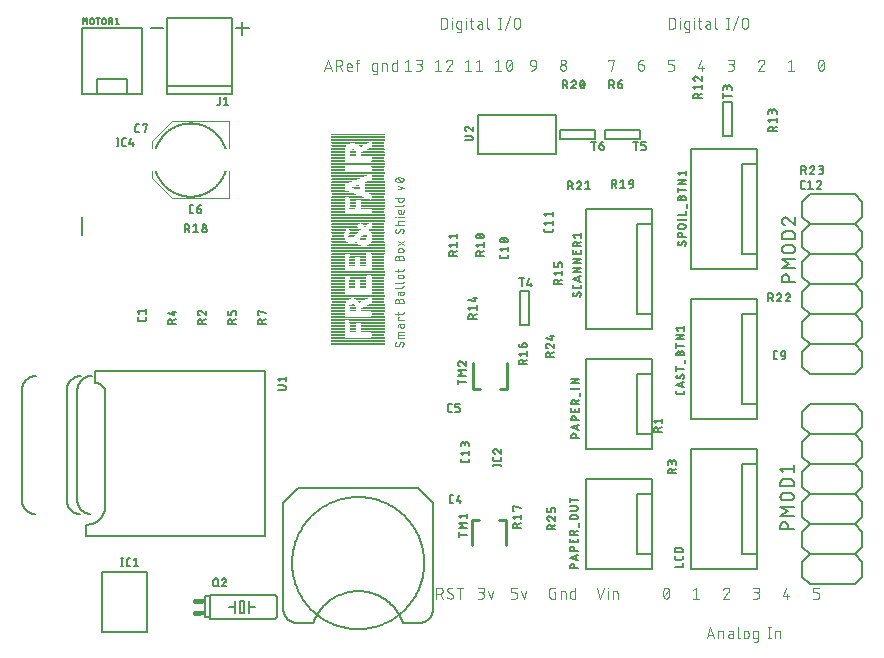
<source format=gbr>
G04 EAGLE Gerber RS-274X export*
G75*
%MOMM*%
%FSLAX34Y34*%
%LPD*%
%INSilkscreen Top*%
%IPPOS*%
%AMOC8*
5,1,8,0,0,1.08239X$1,22.5*%
G01*
%ADD10C,0.152400*%
%ADD11R,4.488181X0.084838*%
%ADD12R,4.488181X0.084581*%
%ADD13R,1.102363X0.084581*%
%ADD14R,1.186181X0.084581*%
%ADD15R,1.102363X0.084838*%
%ADD16R,1.099819X0.084838*%
%ADD17R,1.099819X0.084581*%
%ADD18R,0.508000X0.084581*%
%ADD19R,2.032000X0.084581*%
%ADD20R,0.508000X0.084838*%
%ADD21R,2.032000X0.084838*%
%ADD22R,2.964181X0.084581*%
%ADD23R,2.964181X0.084838*%
%ADD24R,1.861819X0.084581*%
%ADD25R,1.694181X0.084838*%
%ADD26R,0.424181X0.084581*%
%ADD27R,1.524000X0.084581*%
%ADD28R,0.170181X0.084581*%
%ADD29R,1.353819X0.084581*%
%ADD30R,1.186181X0.084838*%
%ADD31R,0.083819X0.084581*%
%ADD32R,0.254000X0.084581*%
%ADD33R,1.270000X0.084838*%
%ADD34R,1.440181X0.084581*%
%ADD35R,0.762000X0.084581*%
%ADD36R,1.610363X0.084581*%
%ADD37R,1.183638X0.084581*%
%ADD38R,3.134362X0.084838*%
%ADD39R,0.424181X0.084838*%
%ADD40R,1.356363X0.084581*%
%ADD41R,1.440181X0.084838*%
%ADD42R,1.356363X0.084838*%
%ADD43R,2.880362X0.084581*%
%ADD44R,2.456181X0.084581*%
%ADD45R,2.286000X0.084581*%
%ADD46R,2.202181X0.084838*%
%ADD47R,1.270000X0.084581*%
%ADD48R,0.167637X0.084838*%
%ADD49R,0.591819X0.084581*%
%ADD50R,1.016000X0.084838*%
%ADD51R,0.591819X0.084838*%
%ADD52R,1.016000X0.084581*%
%ADD53R,0.337819X0.084581*%
%ADD54R,0.170181X0.084838*%
%ADD55R,0.594363X0.084581*%
%ADD56R,0.678181X0.084581*%
%ADD57R,0.675638X0.084838*%
%ADD58R,0.932181X0.084581*%
%ADD59R,0.762000X0.084838*%
%ADD60R,2.202181X0.084581*%
%ADD61R,2.118362X0.084581*%
%ADD62R,0.086363X0.084581*%
%ADD63R,0.254000X0.084838*%
%ADD64R,0.421637X0.084581*%
%ADD65R,2.372362X0.084581*%
%ADD66R,3.218181X0.084838*%
%ADD67R,1.694181X0.084581*%
%ADD68R,2.540000X0.084581*%
%ADD69R,2.286000X0.084838*%
%ADD70R,1.864363X0.084581*%
%ADD71R,1.524000X0.084838*%
%ADD72R,0.086363X0.084838*%
%ADD73R,0.594363X0.084838*%
%ADD74R,1.864363X0.084838*%
%ADD75R,2.540000X0.084838*%
%ADD76R,2.794000X0.084581*%
%ADD77R,1.948181X0.084581*%
%ADD78R,1.778000X0.084581*%
%ADD79R,1.607819X0.084838*%
%ADD80R,0.167637X0.084581*%
%ADD81R,0.340363X0.084581*%
%ADD82R,3.134362X0.084581*%
%ADD83C,0.101600*%
%ADD84C,0.076200*%
%ADD85C,0.127000*%
%ADD86C,0.254000*%
%ADD87C,0.200000*%
%ADD88C,0.010159*%
%ADD89C,0.406400*%
%ADD90R,0.584200X0.406400*%
%ADD91C,0.203200*%


D10*
X143002Y521434D02*
X153839Y521434D01*
X148421Y516015D02*
X148421Y526852D01*
X81449Y521434D02*
X70612Y521434D01*
D11*
X246353Y252281D03*
D12*
X246353Y253129D03*
X246353Y253974D03*
D11*
X246353Y254821D03*
D12*
X246353Y255669D03*
X246353Y256514D03*
D11*
X246353Y257361D03*
D12*
X246353Y258209D03*
D13*
X229424Y259054D03*
D14*
X262863Y259054D03*
D15*
X229424Y259901D03*
D16*
X263295Y259901D03*
D13*
X229424Y260749D03*
D17*
X263295Y260749D03*
D13*
X229424Y261594D03*
D17*
X263295Y261594D03*
D15*
X229424Y262441D03*
D16*
X263295Y262441D03*
D13*
X229424Y263289D03*
D14*
X262863Y263289D03*
D13*
X229424Y264134D03*
D18*
X241692Y264134D03*
D19*
X258634Y264134D03*
D15*
X229424Y264981D03*
D20*
X241692Y264981D03*
D21*
X258634Y264981D03*
D13*
X229424Y265829D03*
D18*
X241692Y265829D03*
D19*
X258634Y265829D03*
D13*
X229424Y266674D03*
D18*
X241692Y266674D03*
D19*
X258634Y266674D03*
D15*
X229424Y267521D03*
D20*
X241692Y267521D03*
D21*
X258634Y267521D03*
D13*
X229424Y268369D03*
D18*
X241692Y268369D03*
D19*
X258634Y268369D03*
D13*
X229424Y269214D03*
D18*
X241692Y269214D03*
D19*
X258634Y269214D03*
D15*
X229424Y270061D03*
D20*
X241692Y270061D03*
D21*
X258634Y270061D03*
D13*
X229424Y270909D03*
D18*
X241692Y270909D03*
D19*
X258634Y270909D03*
D13*
X229424Y271754D03*
D22*
X253973Y271754D03*
D15*
X229424Y272601D03*
D23*
X253973Y272601D03*
D13*
X229424Y273449D03*
D22*
X253973Y273449D03*
D12*
X246353Y274294D03*
D11*
X246353Y275141D03*
D12*
X246353Y275989D03*
D13*
X229424Y276834D03*
D14*
X262863Y276834D03*
D15*
X229424Y277681D03*
D16*
X263295Y277681D03*
D13*
X229424Y278529D03*
D17*
X263295Y278529D03*
D13*
X229424Y279374D03*
D17*
X263295Y279374D03*
D15*
X229424Y280221D03*
D16*
X263295Y280221D03*
D13*
X229424Y281069D03*
D14*
X262863Y281069D03*
D13*
X229424Y281914D03*
D18*
X241692Y281914D03*
D19*
X258634Y281914D03*
D15*
X229424Y282761D03*
D20*
X241692Y282761D03*
D21*
X258634Y282761D03*
D13*
X229424Y283609D03*
D18*
X241692Y283609D03*
D19*
X258634Y283609D03*
D13*
X229424Y284454D03*
D18*
X241692Y284454D03*
D24*
X259485Y284454D03*
D15*
X229424Y285301D03*
D20*
X241692Y285301D03*
D25*
X260323Y285301D03*
D13*
X229424Y286149D03*
D26*
X241273Y286149D03*
D27*
X261174Y286149D03*
D13*
X229424Y286994D03*
D28*
X241705Y286994D03*
D29*
X262025Y286994D03*
D15*
X229424Y287841D03*
D30*
X262863Y287841D03*
D14*
X229843Y288689D03*
D31*
X248055Y288689D03*
D17*
X263295Y288689D03*
D14*
X229843Y289534D03*
D32*
X248042Y289534D03*
D17*
X263295Y289534D03*
D33*
X230262Y290381D03*
D20*
X248474Y290381D03*
D16*
X263295Y290381D03*
D34*
X231113Y291229D03*
D35*
X248906Y291229D03*
D17*
X263295Y291229D03*
D36*
X231964Y292074D03*
D37*
X248474Y292074D03*
D17*
X263295Y292074D03*
D38*
X239584Y292921D03*
D30*
X262863Y292921D03*
D12*
X246353Y293769D03*
X246353Y294614D03*
D11*
X246353Y295461D03*
D13*
X229424Y296309D03*
D17*
X263295Y296309D03*
D13*
X229424Y297154D03*
D17*
X263295Y297154D03*
D15*
X229424Y298001D03*
D16*
X263295Y298001D03*
D13*
X229424Y298849D03*
D17*
X263295Y298849D03*
D13*
X229424Y299694D03*
D17*
X263295Y299694D03*
D15*
X229424Y300541D03*
D16*
X263295Y300541D03*
D13*
X229424Y301389D03*
D26*
X241273Y301389D03*
D18*
X250176Y301389D03*
D17*
X263295Y301389D03*
D13*
X229424Y302234D03*
D26*
X241273Y302234D03*
D18*
X250176Y302234D03*
D17*
X263295Y302234D03*
D15*
X229424Y303081D03*
D39*
X241273Y303081D03*
D20*
X250176Y303081D03*
D16*
X263295Y303081D03*
D13*
X229424Y303929D03*
D26*
X241273Y303929D03*
D18*
X250176Y303929D03*
D17*
X263295Y303929D03*
D13*
X229424Y304774D03*
D26*
X241273Y304774D03*
D18*
X250176Y304774D03*
D17*
X263295Y304774D03*
D15*
X229424Y305621D03*
D39*
X241273Y305621D03*
D20*
X250176Y305621D03*
D16*
X263295Y305621D03*
D13*
X229424Y306469D03*
D26*
X241273Y306469D03*
D18*
X250176Y306469D03*
D17*
X263295Y306469D03*
D13*
X229424Y307314D03*
D26*
X241273Y307314D03*
D18*
X250176Y307314D03*
D17*
X263295Y307314D03*
D15*
X229424Y308161D03*
D20*
X241692Y308161D03*
X250176Y308161D03*
D16*
X263295Y308161D03*
D13*
X229424Y309009D03*
D40*
X245934Y309009D03*
D17*
X263295Y309009D03*
D13*
X229424Y309854D03*
D40*
X245934Y309854D03*
D17*
X263295Y309854D03*
D15*
X229424Y310701D03*
D41*
X245515Y310701D03*
D16*
X263295Y310701D03*
D22*
X238733Y311549D03*
D14*
X262863Y311549D03*
D12*
X246353Y312394D03*
D11*
X246353Y313241D03*
D12*
X246353Y314089D03*
X246353Y314934D03*
D15*
X229424Y315781D03*
D16*
X263295Y315781D03*
D13*
X229424Y316629D03*
D17*
X263295Y316629D03*
D13*
X229424Y317474D03*
D17*
X263295Y317474D03*
D15*
X229424Y318321D03*
D16*
X263295Y318321D03*
D13*
X229424Y319169D03*
D17*
X263295Y319169D03*
D13*
X229424Y320014D03*
D26*
X241273Y320014D03*
D18*
X250176Y320014D03*
D17*
X263295Y320014D03*
D15*
X229424Y320861D03*
D39*
X241273Y320861D03*
D20*
X250176Y320861D03*
D16*
X263295Y320861D03*
D13*
X229424Y321709D03*
D26*
X241273Y321709D03*
D18*
X250176Y321709D03*
D17*
X263295Y321709D03*
D13*
X229424Y322554D03*
D26*
X241273Y322554D03*
D18*
X250176Y322554D03*
D17*
X263295Y322554D03*
D15*
X229424Y323401D03*
D39*
X241273Y323401D03*
D20*
X250176Y323401D03*
D16*
X263295Y323401D03*
D13*
X229424Y324249D03*
D26*
X241273Y324249D03*
D18*
X250176Y324249D03*
D17*
X263295Y324249D03*
D13*
X229424Y325094D03*
D26*
X241273Y325094D03*
D18*
X250176Y325094D03*
D17*
X263295Y325094D03*
D15*
X229424Y325941D03*
D39*
X241273Y325941D03*
D20*
X250176Y325941D03*
D16*
X263295Y325941D03*
D13*
X229424Y326789D03*
D26*
X241273Y326789D03*
D18*
X250176Y326789D03*
D17*
X263295Y326789D03*
D13*
X229424Y327634D03*
D40*
X245934Y327634D03*
D17*
X263295Y327634D03*
D15*
X229424Y328481D03*
D42*
X245934Y328481D03*
D16*
X263295Y328481D03*
D13*
X229424Y329329D03*
D40*
X245934Y329329D03*
D17*
X263295Y329329D03*
D43*
X238314Y330174D03*
D14*
X262863Y330174D03*
D11*
X246353Y331021D03*
D12*
X246353Y331869D03*
X246353Y332714D03*
D11*
X246353Y333561D03*
D12*
X246353Y334409D03*
X246353Y335254D03*
D11*
X246353Y336101D03*
D44*
X236193Y336949D03*
D34*
X261593Y336949D03*
D45*
X235342Y337794D03*
D29*
X262025Y337794D03*
D46*
X234923Y338641D03*
D33*
X262444Y338641D03*
D40*
X230694Y339489D03*
D28*
X244245Y339489D03*
D14*
X262863Y339489D03*
D47*
X230262Y340334D03*
D17*
X263295Y340334D03*
D30*
X229843Y341181D03*
D48*
X251014Y341181D03*
D16*
X263295Y341181D03*
D13*
X229424Y342029D03*
D26*
X250595Y342029D03*
D17*
X263295Y342029D03*
D13*
X229424Y342874D03*
D49*
X250595Y342874D03*
D17*
X263295Y342874D03*
D50*
X228992Y343721D03*
D51*
X250595Y343721D03*
D16*
X263295Y343721D03*
D52*
X228992Y344569D03*
D26*
X240435Y344569D03*
X251433Y344569D03*
D17*
X263295Y344569D03*
D52*
X228992Y345414D03*
D18*
X240854Y345414D03*
D53*
X251865Y345414D03*
D17*
X263295Y345414D03*
D50*
X228992Y346261D03*
D51*
X241273Y346261D03*
D54*
X251865Y346261D03*
D16*
X263295Y346261D03*
D52*
X228992Y347109D03*
D55*
X242124Y347109D03*
D17*
X263295Y347109D03*
D13*
X229424Y347954D03*
D56*
X242543Y347954D03*
D14*
X262863Y347954D03*
D15*
X229424Y348801D03*
D57*
X243394Y348801D03*
D33*
X262444Y348801D03*
D14*
X229843Y349649D03*
D35*
X243826Y349649D03*
D47*
X262444Y349649D03*
X230262Y350494D03*
D58*
X243813Y350494D03*
D47*
X262444Y350494D03*
D42*
X230694Y351341D03*
D59*
X242962Y351341D03*
D30*
X262863Y351341D03*
D60*
X234923Y352189D03*
D17*
X263295Y352189D03*
D61*
X234504Y353034D03*
D62*
X252284Y353034D03*
D17*
X263295Y353034D03*
D46*
X234923Y353881D03*
D63*
X252284Y353881D03*
D16*
X263295Y353881D03*
D45*
X235342Y354729D03*
D64*
X252284Y354729D03*
D17*
X263295Y354729D03*
D65*
X235774Y355574D03*
D56*
X251865Y355574D03*
D17*
X263295Y355574D03*
D66*
X240003Y356421D03*
D30*
X262863Y356421D03*
D12*
X246353Y357269D03*
X246353Y358114D03*
D11*
X246353Y358961D03*
D12*
X246353Y359809D03*
X246353Y360654D03*
D11*
X246353Y361501D03*
D12*
X246353Y362349D03*
X246353Y363194D03*
D15*
X229424Y364041D03*
D30*
X262863Y364041D03*
D13*
X229424Y364889D03*
D17*
X263295Y364889D03*
D13*
X229424Y365734D03*
D17*
X263295Y365734D03*
D15*
X229424Y366581D03*
D16*
X263295Y366581D03*
D13*
X229424Y367429D03*
D17*
X263295Y367429D03*
D13*
X229424Y368274D03*
D26*
X241273Y368274D03*
D19*
X258634Y368274D03*
D15*
X229424Y369121D03*
D20*
X241692Y369121D03*
D21*
X258634Y369121D03*
D13*
X229424Y369969D03*
D18*
X241692Y369969D03*
D19*
X258634Y369969D03*
D13*
X229424Y370814D03*
D18*
X241692Y370814D03*
D19*
X258634Y370814D03*
D15*
X229424Y371661D03*
D20*
X241692Y371661D03*
D21*
X258634Y371661D03*
D13*
X229424Y372509D03*
D18*
X241692Y372509D03*
D19*
X258634Y372509D03*
D13*
X229424Y373354D03*
D18*
X241692Y373354D03*
D19*
X258634Y373354D03*
D15*
X229424Y374201D03*
D20*
X241692Y374201D03*
D21*
X258634Y374201D03*
D13*
X229424Y375049D03*
D18*
X241692Y375049D03*
D19*
X258634Y375049D03*
D13*
X229424Y375894D03*
D67*
X247623Y375894D03*
D14*
X262863Y375894D03*
D15*
X229424Y376741D03*
D41*
X246353Y376741D03*
D16*
X263295Y376741D03*
D13*
X229424Y377589D03*
D47*
X245502Y377589D03*
D17*
X263295Y377589D03*
D68*
X236612Y378434D03*
D17*
X263295Y378434D03*
D69*
X235342Y379281D03*
D16*
X263295Y379281D03*
D19*
X234072Y380129D03*
D14*
X262863Y380129D03*
D70*
X233234Y380974D03*
D29*
X262025Y380974D03*
D25*
X232383Y381821D03*
D71*
X261174Y381821D03*
D34*
X231113Y382669D03*
D67*
X260323Y382669D03*
D13*
X229424Y383514D03*
D67*
X260323Y383514D03*
D15*
X229424Y384361D03*
D72*
X247204Y384361D03*
D25*
X260323Y384361D03*
D13*
X229424Y385209D03*
D26*
X245515Y385209D03*
D67*
X260323Y385209D03*
D13*
X229424Y386054D03*
D55*
X244664Y386054D03*
D67*
X260323Y386054D03*
D15*
X229424Y386901D03*
D73*
X244664Y386901D03*
D25*
X260323Y386901D03*
D13*
X229424Y387749D03*
D32*
X246366Y387749D03*
D67*
X260323Y387749D03*
D13*
X229424Y388594D03*
D67*
X260323Y388594D03*
D33*
X230262Y389441D03*
D25*
X260323Y389441D03*
D34*
X231113Y390289D03*
D67*
X260323Y390289D03*
X232383Y391134D03*
D34*
X261593Y391134D03*
D74*
X233234Y391981D03*
D30*
X262863Y391981D03*
D61*
X234504Y392829D03*
D17*
X263295Y392829D03*
D65*
X235774Y393674D03*
D17*
X263295Y393674D03*
D75*
X236612Y394521D03*
D16*
X263295Y394521D03*
D76*
X237882Y395369D03*
D17*
X263295Y395369D03*
D22*
X238733Y396214D03*
D17*
X263295Y396214D03*
D66*
X240003Y397061D03*
D30*
X262863Y397061D03*
D12*
X246353Y397909D03*
X246353Y398754D03*
D15*
X229424Y399601D03*
D30*
X262863Y399601D03*
D13*
X229424Y400449D03*
D17*
X263295Y400449D03*
D13*
X229424Y401294D03*
D17*
X263295Y401294D03*
D15*
X229424Y402141D03*
D16*
X263295Y402141D03*
D13*
X229424Y402989D03*
D17*
X263295Y402989D03*
D13*
X229424Y403834D03*
D14*
X262863Y403834D03*
D11*
X246353Y404681D03*
D12*
X246353Y405529D03*
X246353Y406374D03*
D11*
X246353Y407221D03*
D13*
X229424Y408069D03*
D14*
X262863Y408069D03*
D13*
X229424Y408914D03*
D17*
X263295Y408914D03*
D15*
X229424Y409761D03*
D16*
X263295Y409761D03*
D13*
X229424Y410609D03*
D17*
X263295Y410609D03*
D13*
X229424Y411454D03*
D17*
X263295Y411454D03*
D15*
X229424Y412301D03*
D30*
X262863Y412301D03*
D13*
X229424Y413149D03*
D18*
X241692Y413149D03*
D19*
X258634Y413149D03*
D13*
X229424Y413994D03*
D18*
X241692Y413994D03*
D19*
X258634Y413994D03*
D15*
X229424Y414841D03*
D20*
X241692Y414841D03*
D21*
X258634Y414841D03*
D13*
X229424Y415689D03*
D18*
X241692Y415689D03*
D77*
X259053Y415689D03*
D13*
X229424Y416534D03*
D18*
X241692Y416534D03*
D78*
X259904Y416534D03*
D15*
X229424Y417381D03*
D20*
X241692Y417381D03*
D79*
X260755Y417381D03*
D13*
X229424Y418229D03*
D28*
X241705Y418229D03*
D34*
X261593Y418229D03*
D13*
X229424Y419074D03*
D47*
X262444Y419074D03*
D30*
X229843Y419921D03*
X262863Y419921D03*
D14*
X229843Y420769D03*
D80*
X248474Y420769D03*
D17*
X263295Y420769D03*
D47*
X230262Y421614D03*
D81*
X248474Y421614D03*
D17*
X263295Y421614D03*
D41*
X231113Y422461D03*
D51*
X248893Y422461D03*
D16*
X263295Y422461D03*
D27*
X231532Y423309D03*
D58*
X248893Y423309D03*
D17*
X263295Y423309D03*
D82*
X239584Y424154D03*
D17*
X263295Y424154D03*
D11*
X246353Y425001D03*
D12*
X246353Y425849D03*
X246353Y426694D03*
D11*
X246353Y427541D03*
D12*
X246353Y428389D03*
X246353Y429234D03*
D11*
X246353Y430081D03*
D12*
X246353Y430929D03*
D83*
X283210Y255894D02*
X283288Y255892D01*
X283365Y255886D01*
X283442Y255877D01*
X283518Y255864D01*
X283594Y255847D01*
X283669Y255826D01*
X283742Y255802D01*
X283815Y255774D01*
X283886Y255742D01*
X283955Y255707D01*
X284022Y255669D01*
X284088Y255628D01*
X284151Y255583D01*
X284212Y255535D01*
X284271Y255485D01*
X284327Y255431D01*
X284381Y255375D01*
X284431Y255316D01*
X284479Y255255D01*
X284524Y255192D01*
X284565Y255126D01*
X284603Y255059D01*
X284638Y254990D01*
X284670Y254919D01*
X284698Y254846D01*
X284722Y254773D01*
X284743Y254698D01*
X284760Y254622D01*
X284773Y254546D01*
X284782Y254469D01*
X284788Y254392D01*
X284790Y254314D01*
X284791Y254314D02*
X284789Y254199D01*
X284783Y254085D01*
X284773Y253971D01*
X284760Y253857D01*
X284742Y253744D01*
X284720Y253631D01*
X284695Y253519D01*
X284666Y253409D01*
X284633Y253299D01*
X284596Y253190D01*
X284556Y253083D01*
X284512Y252977D01*
X284464Y252873D01*
X284413Y252770D01*
X284358Y252670D01*
X284300Y252571D01*
X284238Y252474D01*
X284174Y252380D01*
X284106Y252287D01*
X284034Y252197D01*
X283960Y252110D01*
X283883Y252025D01*
X283803Y251943D01*
X279259Y252141D02*
X279181Y252143D01*
X279104Y252149D01*
X279027Y252158D01*
X278951Y252171D01*
X278875Y252188D01*
X278800Y252209D01*
X278727Y252233D01*
X278654Y252261D01*
X278583Y252293D01*
X278514Y252328D01*
X278447Y252366D01*
X278381Y252407D01*
X278318Y252452D01*
X278257Y252500D01*
X278198Y252550D01*
X278142Y252604D01*
X278088Y252660D01*
X278038Y252719D01*
X277990Y252780D01*
X277945Y252843D01*
X277904Y252909D01*
X277866Y252976D01*
X277831Y253045D01*
X277799Y253116D01*
X277771Y253189D01*
X277747Y253262D01*
X277726Y253337D01*
X277709Y253413D01*
X277696Y253489D01*
X277687Y253566D01*
X277681Y253643D01*
X277679Y253721D01*
X277681Y253827D01*
X277687Y253933D01*
X277696Y254038D01*
X277709Y254143D01*
X277726Y254248D01*
X277747Y254352D01*
X277771Y254455D01*
X277799Y254557D01*
X277831Y254658D01*
X277866Y254758D01*
X277905Y254856D01*
X277948Y254954D01*
X277993Y255049D01*
X278042Y255143D01*
X278095Y255235D01*
X278151Y255325D01*
X278210Y255413D01*
X278272Y255499D01*
X280642Y252930D02*
X280600Y252863D01*
X280555Y252798D01*
X280506Y252735D01*
X280455Y252674D01*
X280400Y252617D01*
X280343Y252562D01*
X280283Y252509D01*
X280221Y252460D01*
X280156Y252414D01*
X280090Y252372D01*
X280021Y252332D01*
X279950Y252296D01*
X279877Y252264D01*
X279803Y252235D01*
X279728Y252210D01*
X279652Y252189D01*
X279574Y252171D01*
X279496Y252158D01*
X279417Y252148D01*
X279338Y252142D01*
X279259Y252140D01*
X281827Y255104D02*
X281869Y255171D01*
X281914Y255236D01*
X281963Y255299D01*
X282014Y255360D01*
X282069Y255417D01*
X282126Y255472D01*
X282186Y255525D01*
X282248Y255574D01*
X282313Y255620D01*
X282379Y255662D01*
X282448Y255702D01*
X282519Y255738D01*
X282592Y255770D01*
X282666Y255799D01*
X282741Y255824D01*
X282817Y255845D01*
X282895Y255863D01*
X282973Y255876D01*
X283052Y255886D01*
X283131Y255892D01*
X283210Y255894D01*
X281827Y255104D02*
X280642Y252931D01*
X280049Y259351D02*
X284791Y259351D01*
X280049Y259351D02*
X280049Y262907D01*
X280050Y262907D02*
X280052Y262973D01*
X280057Y263040D01*
X280067Y263105D01*
X280080Y263171D01*
X280096Y263235D01*
X280116Y263298D01*
X280140Y263360D01*
X280167Y263421D01*
X280198Y263480D01*
X280232Y263537D01*
X280269Y263593D01*
X280309Y263646D01*
X280351Y263697D01*
X280397Y263745D01*
X280445Y263791D01*
X280496Y263833D01*
X280549Y263873D01*
X280605Y263910D01*
X280662Y263944D01*
X280721Y263975D01*
X280782Y264002D01*
X280844Y264026D01*
X280907Y264046D01*
X280971Y264062D01*
X281037Y264075D01*
X281102Y264085D01*
X281169Y264090D01*
X281235Y264092D01*
X284791Y264092D01*
X284791Y261721D02*
X280049Y261721D01*
X282025Y269034D02*
X282025Y270812D01*
X282025Y269034D02*
X282027Y268960D01*
X282033Y268887D01*
X282043Y268814D01*
X282056Y268742D01*
X282074Y268670D01*
X282095Y268600D01*
X282120Y268530D01*
X282149Y268463D01*
X282181Y268396D01*
X282216Y268332D01*
X282256Y268269D01*
X282298Y268209D01*
X282343Y268151D01*
X282392Y268096D01*
X282443Y268043D01*
X282497Y267993D01*
X282554Y267946D01*
X282613Y267902D01*
X282674Y267862D01*
X282738Y267824D01*
X282803Y267790D01*
X282870Y267760D01*
X282939Y267733D01*
X283009Y267710D01*
X283080Y267691D01*
X283152Y267675D01*
X283224Y267663D01*
X283298Y267655D01*
X283371Y267651D01*
X283445Y267651D01*
X283518Y267655D01*
X283592Y267663D01*
X283664Y267675D01*
X283736Y267691D01*
X283807Y267710D01*
X283877Y267733D01*
X283946Y267760D01*
X284013Y267790D01*
X284078Y267824D01*
X284142Y267862D01*
X284203Y267902D01*
X284262Y267946D01*
X284319Y267993D01*
X284373Y268043D01*
X284424Y268096D01*
X284473Y268151D01*
X284518Y268209D01*
X284560Y268269D01*
X284600Y268332D01*
X284635Y268396D01*
X284667Y268463D01*
X284696Y268530D01*
X284721Y268600D01*
X284742Y268670D01*
X284760Y268742D01*
X284773Y268814D01*
X284783Y268887D01*
X284789Y268960D01*
X284791Y269034D01*
X284791Y270812D01*
X281235Y270812D01*
X281169Y270810D01*
X281102Y270805D01*
X281037Y270795D01*
X280971Y270782D01*
X280907Y270766D01*
X280844Y270746D01*
X280782Y270722D01*
X280721Y270695D01*
X280662Y270664D01*
X280605Y270630D01*
X280549Y270593D01*
X280496Y270553D01*
X280445Y270511D01*
X280397Y270465D01*
X280351Y270417D01*
X280309Y270366D01*
X280269Y270313D01*
X280232Y270257D01*
X280198Y270200D01*
X280167Y270141D01*
X280140Y270080D01*
X280116Y270018D01*
X280096Y269955D01*
X280080Y269891D01*
X280067Y269825D01*
X280057Y269760D01*
X280052Y269693D01*
X280050Y269627D01*
X280049Y269627D02*
X280049Y268047D01*
X280049Y274582D02*
X284791Y274582D01*
X280049Y274582D02*
X280049Y276952D01*
X280840Y276952D01*
X280049Y278748D02*
X280049Y281119D01*
X277679Y279538D02*
X283605Y279538D01*
X283605Y279539D02*
X283671Y279541D01*
X283738Y279546D01*
X283803Y279556D01*
X283869Y279569D01*
X283933Y279585D01*
X283996Y279605D01*
X284058Y279629D01*
X284119Y279656D01*
X284178Y279687D01*
X284235Y279721D01*
X284291Y279758D01*
X284344Y279798D01*
X284395Y279840D01*
X284443Y279886D01*
X284489Y279934D01*
X284531Y279985D01*
X284571Y280038D01*
X284608Y280094D01*
X284642Y280151D01*
X284673Y280210D01*
X284700Y280271D01*
X284724Y280333D01*
X284744Y280396D01*
X284760Y280460D01*
X284773Y280526D01*
X284783Y280591D01*
X284788Y280658D01*
X284790Y280724D01*
X284791Y280724D02*
X284791Y281119D01*
X280840Y288414D02*
X280840Y290389D01*
X280839Y290389D02*
X280841Y290476D01*
X280847Y290564D01*
X280856Y290651D01*
X280870Y290737D01*
X280887Y290823D01*
X280908Y290907D01*
X280933Y290991D01*
X280962Y291074D01*
X280994Y291155D01*
X281029Y291235D01*
X281068Y291313D01*
X281111Y291390D01*
X281157Y291464D01*
X281206Y291536D01*
X281258Y291606D01*
X281314Y291674D01*
X281372Y291739D01*
X281433Y291802D01*
X281497Y291861D01*
X281564Y291918D01*
X281632Y291972D01*
X281704Y292023D01*
X281777Y292070D01*
X281852Y292115D01*
X281930Y292156D01*
X282009Y292193D01*
X282089Y292227D01*
X282171Y292257D01*
X282254Y292284D01*
X282339Y292307D01*
X282424Y292326D01*
X282510Y292341D01*
X282597Y292353D01*
X282684Y292361D01*
X282771Y292365D01*
X282859Y292365D01*
X282946Y292361D01*
X283033Y292353D01*
X283120Y292341D01*
X283206Y292326D01*
X283291Y292307D01*
X283376Y292284D01*
X283459Y292257D01*
X283541Y292227D01*
X283621Y292193D01*
X283700Y292156D01*
X283778Y292115D01*
X283853Y292070D01*
X283926Y292023D01*
X283998Y291972D01*
X284066Y291918D01*
X284133Y291861D01*
X284197Y291802D01*
X284258Y291739D01*
X284316Y291674D01*
X284372Y291606D01*
X284424Y291536D01*
X284473Y291464D01*
X284519Y291390D01*
X284562Y291313D01*
X284601Y291235D01*
X284636Y291155D01*
X284668Y291074D01*
X284697Y290991D01*
X284722Y290907D01*
X284743Y290823D01*
X284760Y290737D01*
X284774Y290651D01*
X284783Y290564D01*
X284789Y290476D01*
X284791Y290389D01*
X284791Y288414D01*
X277679Y288414D01*
X277679Y290389D01*
X277681Y290468D01*
X277687Y290546D01*
X277697Y290624D01*
X277710Y290702D01*
X277728Y290779D01*
X277749Y290855D01*
X277774Y290929D01*
X277803Y291003D01*
X277835Y291075D01*
X277871Y291145D01*
X277911Y291213D01*
X277954Y291279D01*
X278000Y291343D01*
X278049Y291405D01*
X278101Y291464D01*
X278156Y291520D01*
X278214Y291574D01*
X278274Y291624D01*
X278337Y291672D01*
X278402Y291716D01*
X278469Y291757D01*
X278538Y291795D01*
X278609Y291829D01*
X278682Y291860D01*
X278756Y291887D01*
X278831Y291910D01*
X278907Y291929D01*
X278985Y291945D01*
X279063Y291957D01*
X279141Y291965D01*
X279220Y291969D01*
X279298Y291969D01*
X279377Y291965D01*
X279455Y291957D01*
X279533Y291945D01*
X279611Y291929D01*
X279687Y291910D01*
X279762Y291887D01*
X279836Y291860D01*
X279909Y291829D01*
X279980Y291795D01*
X280049Y291757D01*
X280116Y291716D01*
X280181Y291672D01*
X280244Y291624D01*
X280304Y291574D01*
X280362Y291520D01*
X280417Y291464D01*
X280469Y291405D01*
X280518Y291343D01*
X280564Y291279D01*
X280607Y291213D01*
X280647Y291145D01*
X280683Y291075D01*
X280715Y291003D01*
X280744Y290929D01*
X280769Y290855D01*
X280790Y290779D01*
X280808Y290702D01*
X280821Y290624D01*
X280831Y290546D01*
X280837Y290468D01*
X280839Y290389D01*
X282025Y296588D02*
X282025Y298366D01*
X282025Y296588D02*
X282027Y296514D01*
X282033Y296441D01*
X282043Y296368D01*
X282056Y296296D01*
X282074Y296224D01*
X282095Y296154D01*
X282120Y296084D01*
X282149Y296017D01*
X282181Y295950D01*
X282216Y295886D01*
X282256Y295823D01*
X282298Y295763D01*
X282343Y295705D01*
X282392Y295650D01*
X282443Y295597D01*
X282497Y295547D01*
X282554Y295500D01*
X282613Y295456D01*
X282674Y295416D01*
X282738Y295378D01*
X282803Y295344D01*
X282870Y295314D01*
X282939Y295287D01*
X283009Y295264D01*
X283080Y295245D01*
X283152Y295229D01*
X283224Y295217D01*
X283298Y295209D01*
X283371Y295205D01*
X283445Y295205D01*
X283518Y295209D01*
X283592Y295217D01*
X283664Y295229D01*
X283736Y295245D01*
X283807Y295264D01*
X283877Y295287D01*
X283946Y295314D01*
X284013Y295344D01*
X284078Y295378D01*
X284142Y295416D01*
X284203Y295456D01*
X284262Y295500D01*
X284319Y295547D01*
X284373Y295597D01*
X284424Y295650D01*
X284473Y295705D01*
X284518Y295763D01*
X284560Y295823D01*
X284600Y295886D01*
X284635Y295950D01*
X284667Y296017D01*
X284696Y296084D01*
X284721Y296154D01*
X284742Y296224D01*
X284760Y296296D01*
X284773Y296368D01*
X284783Y296441D01*
X284789Y296514D01*
X284791Y296588D01*
X284791Y298366D01*
X281235Y298366D01*
X281169Y298364D01*
X281102Y298359D01*
X281037Y298349D01*
X280971Y298336D01*
X280907Y298320D01*
X280844Y298300D01*
X280782Y298276D01*
X280721Y298249D01*
X280662Y298218D01*
X280605Y298184D01*
X280549Y298147D01*
X280496Y298107D01*
X280445Y298065D01*
X280397Y298019D01*
X280351Y297971D01*
X280309Y297920D01*
X280269Y297867D01*
X280232Y297811D01*
X280198Y297754D01*
X280167Y297695D01*
X280140Y297634D01*
X280116Y297572D01*
X280096Y297509D01*
X280080Y297445D01*
X280067Y297379D01*
X280057Y297314D01*
X280052Y297247D01*
X280050Y297181D01*
X280049Y297181D02*
X280049Y295600D01*
X277679Y301891D02*
X283605Y301891D01*
X283605Y301892D02*
X283671Y301894D01*
X283738Y301899D01*
X283803Y301909D01*
X283869Y301922D01*
X283933Y301938D01*
X283996Y301958D01*
X284058Y301982D01*
X284119Y302009D01*
X284178Y302040D01*
X284235Y302074D01*
X284291Y302111D01*
X284344Y302151D01*
X284395Y302193D01*
X284443Y302239D01*
X284489Y302287D01*
X284531Y302338D01*
X284571Y302391D01*
X284608Y302447D01*
X284642Y302504D01*
X284673Y302563D01*
X284700Y302624D01*
X284724Y302686D01*
X284744Y302749D01*
X284760Y302813D01*
X284773Y302879D01*
X284783Y302944D01*
X284788Y303011D01*
X284790Y303077D01*
X283605Y305793D02*
X277679Y305793D01*
X283605Y305793D02*
X283671Y305795D01*
X283738Y305800D01*
X283803Y305810D01*
X283869Y305823D01*
X283933Y305839D01*
X283996Y305859D01*
X284058Y305883D01*
X284119Y305910D01*
X284178Y305941D01*
X284235Y305975D01*
X284291Y306012D01*
X284344Y306052D01*
X284395Y306094D01*
X284443Y306140D01*
X284489Y306188D01*
X284531Y306239D01*
X284571Y306292D01*
X284608Y306348D01*
X284642Y306405D01*
X284673Y306464D01*
X284700Y306525D01*
X284724Y306587D01*
X284744Y306650D01*
X284760Y306714D01*
X284773Y306780D01*
X284783Y306845D01*
X284788Y306912D01*
X284790Y306978D01*
X283210Y309640D02*
X281630Y309640D01*
X281551Y309642D01*
X281473Y309648D01*
X281395Y309658D01*
X281317Y309671D01*
X281240Y309689D01*
X281164Y309710D01*
X281090Y309735D01*
X281016Y309764D01*
X280944Y309796D01*
X280874Y309832D01*
X280806Y309872D01*
X280740Y309915D01*
X280676Y309961D01*
X280614Y310010D01*
X280555Y310062D01*
X280499Y310117D01*
X280445Y310175D01*
X280395Y310235D01*
X280347Y310298D01*
X280303Y310363D01*
X280262Y310430D01*
X280224Y310499D01*
X280190Y310570D01*
X280159Y310643D01*
X280132Y310717D01*
X280109Y310792D01*
X280090Y310868D01*
X280074Y310946D01*
X280062Y311024D01*
X280054Y311102D01*
X280050Y311181D01*
X280050Y311259D01*
X280054Y311338D01*
X280062Y311416D01*
X280074Y311494D01*
X280090Y311572D01*
X280109Y311648D01*
X280132Y311723D01*
X280159Y311797D01*
X280190Y311870D01*
X280224Y311941D01*
X280262Y312010D01*
X280303Y312077D01*
X280347Y312142D01*
X280395Y312205D01*
X280445Y312265D01*
X280499Y312323D01*
X280555Y312378D01*
X280614Y312430D01*
X280676Y312479D01*
X280740Y312525D01*
X280806Y312568D01*
X280874Y312608D01*
X280944Y312644D01*
X281016Y312676D01*
X281090Y312705D01*
X281164Y312730D01*
X281240Y312751D01*
X281317Y312769D01*
X281395Y312782D01*
X281473Y312792D01*
X281551Y312798D01*
X281630Y312800D01*
X281630Y312801D02*
X283210Y312801D01*
X283210Y312800D02*
X283289Y312798D01*
X283367Y312792D01*
X283445Y312782D01*
X283523Y312769D01*
X283600Y312751D01*
X283676Y312730D01*
X283750Y312705D01*
X283824Y312676D01*
X283896Y312644D01*
X283966Y312608D01*
X284034Y312568D01*
X284100Y312525D01*
X284164Y312479D01*
X284226Y312430D01*
X284285Y312378D01*
X284341Y312323D01*
X284395Y312265D01*
X284445Y312205D01*
X284493Y312142D01*
X284537Y312077D01*
X284578Y312010D01*
X284616Y311941D01*
X284650Y311870D01*
X284681Y311797D01*
X284708Y311723D01*
X284731Y311648D01*
X284750Y311572D01*
X284766Y311494D01*
X284778Y311416D01*
X284786Y311338D01*
X284790Y311259D01*
X284790Y311181D01*
X284786Y311102D01*
X284778Y311024D01*
X284766Y310946D01*
X284750Y310868D01*
X284731Y310792D01*
X284708Y310717D01*
X284681Y310643D01*
X284650Y310570D01*
X284616Y310499D01*
X284578Y310430D01*
X284537Y310363D01*
X284493Y310298D01*
X284445Y310235D01*
X284395Y310175D01*
X284341Y310117D01*
X284285Y310062D01*
X284226Y310010D01*
X284164Y309961D01*
X284100Y309915D01*
X284034Y309872D01*
X283966Y309832D01*
X283896Y309796D01*
X283824Y309764D01*
X283750Y309735D01*
X283676Y309710D01*
X283600Y309689D01*
X283523Y309671D01*
X283445Y309658D01*
X283367Y309648D01*
X283289Y309642D01*
X283210Y309640D01*
X280049Y315324D02*
X280049Y317694D01*
X277679Y316114D02*
X283605Y316114D01*
X283671Y316116D01*
X283738Y316121D01*
X283803Y316131D01*
X283869Y316144D01*
X283933Y316160D01*
X283996Y316180D01*
X284058Y316204D01*
X284119Y316231D01*
X284178Y316262D01*
X284235Y316296D01*
X284291Y316333D01*
X284344Y316373D01*
X284395Y316415D01*
X284443Y316461D01*
X284489Y316509D01*
X284531Y316560D01*
X284571Y316613D01*
X284608Y316669D01*
X284642Y316726D01*
X284673Y316785D01*
X284700Y316846D01*
X284724Y316908D01*
X284744Y316971D01*
X284760Y317035D01*
X284773Y317101D01*
X284783Y317166D01*
X284788Y317233D01*
X284790Y317299D01*
X284791Y317299D02*
X284791Y317694D01*
X280840Y324989D02*
X280840Y326965D01*
X280839Y326965D02*
X280841Y327052D01*
X280847Y327140D01*
X280856Y327227D01*
X280870Y327313D01*
X280887Y327399D01*
X280908Y327483D01*
X280933Y327567D01*
X280962Y327650D01*
X280994Y327731D01*
X281029Y327811D01*
X281068Y327889D01*
X281111Y327966D01*
X281157Y328040D01*
X281206Y328112D01*
X281258Y328182D01*
X281314Y328250D01*
X281372Y328315D01*
X281433Y328378D01*
X281497Y328437D01*
X281564Y328494D01*
X281632Y328548D01*
X281704Y328599D01*
X281777Y328646D01*
X281852Y328691D01*
X281930Y328732D01*
X282009Y328769D01*
X282089Y328803D01*
X282171Y328833D01*
X282254Y328860D01*
X282339Y328883D01*
X282424Y328902D01*
X282510Y328917D01*
X282597Y328929D01*
X282684Y328937D01*
X282771Y328941D01*
X282859Y328941D01*
X282946Y328937D01*
X283033Y328929D01*
X283120Y328917D01*
X283206Y328902D01*
X283291Y328883D01*
X283376Y328860D01*
X283459Y328833D01*
X283541Y328803D01*
X283621Y328769D01*
X283700Y328732D01*
X283778Y328691D01*
X283853Y328646D01*
X283926Y328599D01*
X283998Y328548D01*
X284066Y328494D01*
X284133Y328437D01*
X284197Y328378D01*
X284258Y328315D01*
X284316Y328250D01*
X284372Y328182D01*
X284424Y328112D01*
X284473Y328040D01*
X284519Y327966D01*
X284562Y327889D01*
X284601Y327811D01*
X284636Y327731D01*
X284668Y327650D01*
X284697Y327567D01*
X284722Y327483D01*
X284743Y327399D01*
X284760Y327313D01*
X284774Y327227D01*
X284783Y327140D01*
X284789Y327052D01*
X284791Y326965D01*
X284791Y324989D01*
X277679Y324989D01*
X277679Y326965D01*
X277681Y327044D01*
X277687Y327122D01*
X277697Y327200D01*
X277710Y327278D01*
X277728Y327355D01*
X277749Y327431D01*
X277774Y327505D01*
X277803Y327579D01*
X277835Y327651D01*
X277871Y327721D01*
X277911Y327789D01*
X277954Y327855D01*
X278000Y327919D01*
X278049Y327981D01*
X278101Y328040D01*
X278156Y328096D01*
X278214Y328150D01*
X278274Y328200D01*
X278337Y328248D01*
X278402Y328292D01*
X278469Y328333D01*
X278538Y328371D01*
X278609Y328405D01*
X278682Y328436D01*
X278756Y328463D01*
X278831Y328486D01*
X278907Y328505D01*
X278985Y328521D01*
X279063Y328533D01*
X279141Y328541D01*
X279220Y328545D01*
X279298Y328545D01*
X279377Y328541D01*
X279455Y328533D01*
X279533Y328521D01*
X279611Y328505D01*
X279687Y328486D01*
X279762Y328463D01*
X279836Y328436D01*
X279909Y328405D01*
X279980Y328371D01*
X280049Y328333D01*
X280116Y328292D01*
X280181Y328248D01*
X280244Y328200D01*
X280304Y328150D01*
X280362Y328096D01*
X280417Y328040D01*
X280469Y327981D01*
X280518Y327919D01*
X280564Y327855D01*
X280607Y327789D01*
X280647Y327721D01*
X280683Y327651D01*
X280715Y327579D01*
X280744Y327505D01*
X280769Y327431D01*
X280790Y327355D01*
X280808Y327278D01*
X280821Y327200D01*
X280831Y327122D01*
X280837Y327044D01*
X280839Y326965D01*
X281630Y331829D02*
X283210Y331829D01*
X281630Y331830D02*
X281551Y331832D01*
X281473Y331838D01*
X281395Y331848D01*
X281317Y331861D01*
X281240Y331879D01*
X281164Y331900D01*
X281090Y331925D01*
X281016Y331954D01*
X280944Y331986D01*
X280874Y332022D01*
X280806Y332062D01*
X280740Y332105D01*
X280676Y332151D01*
X280614Y332200D01*
X280555Y332252D01*
X280499Y332307D01*
X280445Y332365D01*
X280395Y332425D01*
X280347Y332488D01*
X280303Y332553D01*
X280262Y332620D01*
X280224Y332689D01*
X280190Y332760D01*
X280159Y332833D01*
X280132Y332907D01*
X280109Y332982D01*
X280090Y333058D01*
X280074Y333136D01*
X280062Y333214D01*
X280054Y333292D01*
X280050Y333371D01*
X280050Y333449D01*
X280054Y333528D01*
X280062Y333606D01*
X280074Y333684D01*
X280090Y333762D01*
X280109Y333838D01*
X280132Y333913D01*
X280159Y333987D01*
X280190Y334060D01*
X280224Y334131D01*
X280262Y334200D01*
X280303Y334267D01*
X280347Y334332D01*
X280395Y334395D01*
X280445Y334455D01*
X280499Y334513D01*
X280555Y334568D01*
X280614Y334620D01*
X280676Y334669D01*
X280740Y334715D01*
X280806Y334758D01*
X280874Y334798D01*
X280944Y334834D01*
X281016Y334866D01*
X281090Y334895D01*
X281164Y334920D01*
X281240Y334941D01*
X281317Y334959D01*
X281395Y334972D01*
X281473Y334982D01*
X281551Y334988D01*
X281630Y334990D01*
X283210Y334990D01*
X283289Y334988D01*
X283367Y334982D01*
X283445Y334972D01*
X283523Y334959D01*
X283600Y334941D01*
X283676Y334920D01*
X283750Y334895D01*
X283824Y334866D01*
X283896Y334834D01*
X283966Y334798D01*
X284034Y334758D01*
X284100Y334715D01*
X284164Y334669D01*
X284226Y334620D01*
X284285Y334568D01*
X284341Y334513D01*
X284395Y334455D01*
X284445Y334395D01*
X284493Y334332D01*
X284537Y334267D01*
X284578Y334200D01*
X284616Y334131D01*
X284650Y334060D01*
X284681Y333987D01*
X284708Y333913D01*
X284731Y333838D01*
X284750Y333762D01*
X284766Y333684D01*
X284778Y333606D01*
X284786Y333528D01*
X284790Y333449D01*
X284790Y333371D01*
X284786Y333292D01*
X284778Y333214D01*
X284766Y333136D01*
X284750Y333058D01*
X284731Y332982D01*
X284708Y332907D01*
X284681Y332833D01*
X284650Y332760D01*
X284616Y332689D01*
X284578Y332620D01*
X284537Y332553D01*
X284493Y332488D01*
X284445Y332425D01*
X284395Y332365D01*
X284341Y332307D01*
X284285Y332252D01*
X284226Y332200D01*
X284164Y332151D01*
X284100Y332105D01*
X284034Y332062D01*
X283966Y332022D01*
X283896Y331986D01*
X283824Y331954D01*
X283750Y331925D01*
X283676Y331900D01*
X283600Y331879D01*
X283523Y331861D01*
X283445Y331848D01*
X283367Y331838D01*
X283289Y331832D01*
X283210Y331830D01*
X284791Y337925D02*
X280049Y341086D01*
X280049Y337925D02*
X284791Y341086D01*
X284790Y350142D02*
X284788Y350220D01*
X284782Y350297D01*
X284773Y350374D01*
X284760Y350450D01*
X284743Y350526D01*
X284722Y350601D01*
X284698Y350674D01*
X284670Y350747D01*
X284638Y350818D01*
X284603Y350887D01*
X284565Y350954D01*
X284524Y351020D01*
X284479Y351083D01*
X284431Y351144D01*
X284381Y351203D01*
X284327Y351259D01*
X284271Y351313D01*
X284212Y351363D01*
X284151Y351411D01*
X284088Y351456D01*
X284022Y351497D01*
X283955Y351535D01*
X283886Y351570D01*
X283815Y351602D01*
X283742Y351630D01*
X283669Y351654D01*
X283594Y351675D01*
X283518Y351692D01*
X283442Y351705D01*
X283365Y351714D01*
X283288Y351720D01*
X283210Y351722D01*
X284791Y350142D02*
X284789Y350027D01*
X284783Y349913D01*
X284773Y349799D01*
X284760Y349685D01*
X284742Y349572D01*
X284720Y349459D01*
X284695Y349347D01*
X284666Y349237D01*
X284633Y349127D01*
X284596Y349018D01*
X284556Y348911D01*
X284512Y348805D01*
X284464Y348701D01*
X284413Y348598D01*
X284358Y348498D01*
X284300Y348399D01*
X284238Y348302D01*
X284174Y348208D01*
X284106Y348115D01*
X284034Y348025D01*
X283960Y347938D01*
X283883Y347853D01*
X283803Y347771D01*
X279259Y347969D02*
X279181Y347971D01*
X279104Y347977D01*
X279027Y347986D01*
X278951Y347999D01*
X278875Y348016D01*
X278800Y348037D01*
X278727Y348061D01*
X278654Y348089D01*
X278583Y348121D01*
X278514Y348156D01*
X278447Y348194D01*
X278381Y348235D01*
X278318Y348280D01*
X278257Y348328D01*
X278198Y348378D01*
X278142Y348432D01*
X278088Y348488D01*
X278038Y348547D01*
X277990Y348608D01*
X277945Y348671D01*
X277904Y348737D01*
X277866Y348804D01*
X277831Y348873D01*
X277799Y348944D01*
X277771Y349017D01*
X277747Y349090D01*
X277726Y349165D01*
X277709Y349241D01*
X277696Y349317D01*
X277687Y349394D01*
X277681Y349471D01*
X277679Y349549D01*
X277681Y349655D01*
X277687Y349761D01*
X277696Y349866D01*
X277709Y349971D01*
X277726Y350076D01*
X277747Y350180D01*
X277771Y350283D01*
X277799Y350385D01*
X277831Y350486D01*
X277866Y350586D01*
X277905Y350684D01*
X277948Y350782D01*
X277993Y350877D01*
X278042Y350971D01*
X278095Y351063D01*
X278151Y351153D01*
X278210Y351241D01*
X278272Y351327D01*
X280642Y348759D02*
X280600Y348692D01*
X280555Y348627D01*
X280506Y348564D01*
X280455Y348503D01*
X280400Y348446D01*
X280343Y348391D01*
X280283Y348338D01*
X280221Y348289D01*
X280156Y348243D01*
X280090Y348201D01*
X280021Y348161D01*
X279950Y348125D01*
X279877Y348093D01*
X279803Y348064D01*
X279728Y348039D01*
X279652Y348018D01*
X279574Y348000D01*
X279496Y347987D01*
X279417Y347977D01*
X279338Y347971D01*
X279259Y347969D01*
X281827Y350932D02*
X281869Y350999D01*
X281914Y351064D01*
X281963Y351127D01*
X282014Y351188D01*
X282069Y351245D01*
X282126Y351300D01*
X282186Y351353D01*
X282248Y351402D01*
X282313Y351448D01*
X282379Y351490D01*
X282448Y351530D01*
X282519Y351566D01*
X282592Y351598D01*
X282666Y351627D01*
X282741Y351652D01*
X282817Y351673D01*
X282895Y351691D01*
X282973Y351704D01*
X283052Y351714D01*
X283131Y351720D01*
X283210Y351722D01*
X281827Y350932D02*
X280642Y348759D01*
X277679Y354994D02*
X284791Y354994D01*
X280049Y354994D02*
X280049Y356970D01*
X280050Y356970D02*
X280052Y357036D01*
X280057Y357103D01*
X280067Y357168D01*
X280080Y357234D01*
X280096Y357298D01*
X280116Y357361D01*
X280140Y357423D01*
X280167Y357484D01*
X280198Y357543D01*
X280232Y357600D01*
X280269Y357656D01*
X280309Y357709D01*
X280351Y357760D01*
X280397Y357808D01*
X280445Y357854D01*
X280496Y357896D01*
X280549Y357936D01*
X280605Y357973D01*
X280662Y358007D01*
X280721Y358038D01*
X280781Y358065D01*
X280844Y358088D01*
X280907Y358109D01*
X280971Y358125D01*
X281036Y358138D01*
X281102Y358148D01*
X281169Y358153D01*
X281235Y358155D01*
X284791Y358155D01*
X284791Y361451D02*
X280049Y361451D01*
X278074Y361254D02*
X277679Y361254D01*
X277679Y361649D01*
X278074Y361649D01*
X278074Y361254D01*
X284791Y365689D02*
X284791Y367665D01*
X284790Y365689D02*
X284788Y365623D01*
X284783Y365556D01*
X284773Y365491D01*
X284760Y365425D01*
X284744Y365361D01*
X284724Y365298D01*
X284700Y365236D01*
X284673Y365175D01*
X284642Y365116D01*
X284608Y365059D01*
X284571Y365003D01*
X284531Y364950D01*
X284489Y364899D01*
X284443Y364851D01*
X284395Y364805D01*
X284344Y364763D01*
X284291Y364723D01*
X284235Y364686D01*
X284178Y364652D01*
X284119Y364621D01*
X284058Y364594D01*
X283996Y364570D01*
X283933Y364550D01*
X283869Y364534D01*
X283803Y364521D01*
X283738Y364511D01*
X283671Y364506D01*
X283605Y364504D01*
X281630Y364504D01*
X281551Y364506D01*
X281473Y364512D01*
X281395Y364522D01*
X281317Y364535D01*
X281240Y364553D01*
X281164Y364574D01*
X281090Y364599D01*
X281016Y364628D01*
X280944Y364660D01*
X280874Y364696D01*
X280806Y364736D01*
X280740Y364779D01*
X280676Y364825D01*
X280614Y364874D01*
X280555Y364926D01*
X280499Y364981D01*
X280445Y365039D01*
X280395Y365099D01*
X280347Y365162D01*
X280303Y365227D01*
X280262Y365294D01*
X280224Y365363D01*
X280190Y365434D01*
X280159Y365507D01*
X280132Y365581D01*
X280109Y365656D01*
X280090Y365732D01*
X280074Y365810D01*
X280062Y365888D01*
X280054Y365966D01*
X280050Y366045D01*
X280050Y366123D01*
X280054Y366202D01*
X280062Y366280D01*
X280074Y366358D01*
X280090Y366436D01*
X280109Y366512D01*
X280132Y366587D01*
X280159Y366661D01*
X280190Y366734D01*
X280224Y366805D01*
X280262Y366874D01*
X280303Y366941D01*
X280347Y367006D01*
X280395Y367069D01*
X280445Y367129D01*
X280499Y367187D01*
X280555Y367242D01*
X280614Y367294D01*
X280676Y367343D01*
X280740Y367389D01*
X280806Y367432D01*
X280874Y367472D01*
X280944Y367508D01*
X281016Y367540D01*
X281090Y367569D01*
X281164Y367594D01*
X281240Y367615D01*
X281317Y367633D01*
X281395Y367646D01*
X281473Y367656D01*
X281551Y367662D01*
X281630Y367664D01*
X281630Y367665D02*
X282420Y367665D01*
X282420Y364504D01*
X283605Y370898D02*
X277679Y370898D01*
X283605Y370898D02*
X283671Y370900D01*
X283738Y370905D01*
X283803Y370915D01*
X283869Y370928D01*
X283933Y370944D01*
X283996Y370964D01*
X284058Y370988D01*
X284119Y371015D01*
X284178Y371046D01*
X284235Y371080D01*
X284291Y371117D01*
X284344Y371157D01*
X284395Y371199D01*
X284443Y371245D01*
X284489Y371293D01*
X284531Y371344D01*
X284571Y371397D01*
X284608Y371453D01*
X284642Y371510D01*
X284673Y371569D01*
X284700Y371630D01*
X284724Y371692D01*
X284744Y371755D01*
X284760Y371819D01*
X284773Y371885D01*
X284783Y371950D01*
X284788Y372017D01*
X284790Y372083D01*
X284791Y377858D02*
X277679Y377858D01*
X284791Y377858D02*
X284791Y375882D01*
X284790Y375882D02*
X284788Y375816D01*
X284783Y375749D01*
X284773Y375684D01*
X284760Y375618D01*
X284744Y375554D01*
X284724Y375491D01*
X284700Y375429D01*
X284673Y375368D01*
X284642Y375309D01*
X284608Y375252D01*
X284571Y375196D01*
X284531Y375143D01*
X284489Y375092D01*
X284443Y375044D01*
X284395Y374998D01*
X284344Y374956D01*
X284291Y374916D01*
X284235Y374879D01*
X284178Y374845D01*
X284119Y374814D01*
X284058Y374787D01*
X283996Y374763D01*
X283933Y374743D01*
X283869Y374727D01*
X283803Y374714D01*
X283738Y374704D01*
X283671Y374699D01*
X283605Y374697D01*
X281235Y374697D01*
X281169Y374699D01*
X281102Y374704D01*
X281037Y374714D01*
X280971Y374727D01*
X280907Y374743D01*
X280844Y374763D01*
X280782Y374787D01*
X280721Y374814D01*
X280662Y374845D01*
X280605Y374879D01*
X280549Y374916D01*
X280496Y374956D01*
X280445Y374998D01*
X280397Y375044D01*
X280351Y375092D01*
X280309Y375143D01*
X280269Y375196D01*
X280232Y375252D01*
X280198Y375309D01*
X280167Y375368D01*
X280140Y375429D01*
X280116Y375491D01*
X280096Y375554D01*
X280080Y375618D01*
X280067Y375684D01*
X280057Y375749D01*
X280052Y375816D01*
X280050Y375882D01*
X280049Y375882D02*
X280049Y377858D01*
X280049Y384986D02*
X284791Y386567D01*
X280049Y388147D01*
X281235Y391175D02*
X281087Y391177D01*
X280940Y391182D01*
X280792Y391192D01*
X280645Y391205D01*
X280498Y391221D01*
X280352Y391242D01*
X280207Y391266D01*
X280061Y391294D01*
X279917Y391325D01*
X279774Y391360D01*
X279631Y391399D01*
X279490Y391441D01*
X279349Y391487D01*
X279210Y391536D01*
X279072Y391589D01*
X278935Y391645D01*
X278800Y391705D01*
X278667Y391768D01*
X278667Y391767D02*
X278596Y391793D01*
X278527Y391823D01*
X278459Y391857D01*
X278393Y391894D01*
X278329Y391934D01*
X278267Y391978D01*
X278208Y392024D01*
X278151Y392074D01*
X278097Y392127D01*
X278045Y392182D01*
X277997Y392240D01*
X277951Y392300D01*
X277909Y392363D01*
X277870Y392428D01*
X277834Y392494D01*
X277802Y392563D01*
X277774Y392632D01*
X277749Y392704D01*
X277728Y392776D01*
X277710Y392850D01*
X277697Y392924D01*
X277687Y392999D01*
X277681Y393074D01*
X277679Y393150D01*
X277681Y393226D01*
X277687Y393301D01*
X277697Y393376D01*
X277710Y393450D01*
X277728Y393524D01*
X277749Y393596D01*
X277774Y393668D01*
X277802Y393737D01*
X277834Y393806D01*
X277870Y393872D01*
X277909Y393937D01*
X277951Y394000D01*
X277997Y394060D01*
X278045Y394118D01*
X278097Y394173D01*
X278151Y394226D01*
X278208Y394276D01*
X278267Y394322D01*
X278329Y394366D01*
X278393Y394406D01*
X278459Y394443D01*
X278527Y394477D01*
X278596Y394507D01*
X278667Y394533D01*
X278800Y394596D01*
X278935Y394656D01*
X279072Y394712D01*
X279210Y394765D01*
X279349Y394814D01*
X279490Y394860D01*
X279631Y394902D01*
X279774Y394941D01*
X279917Y394976D01*
X280061Y395007D01*
X280207Y395035D01*
X280352Y395059D01*
X280498Y395080D01*
X280645Y395096D01*
X280792Y395109D01*
X280940Y395119D01*
X281087Y395124D01*
X281235Y395126D01*
X281235Y391175D02*
X281383Y391177D01*
X281530Y391182D01*
X281678Y391192D01*
X281825Y391205D01*
X281972Y391221D01*
X282118Y391242D01*
X282263Y391266D01*
X282409Y391294D01*
X282553Y391325D01*
X282696Y391360D01*
X282839Y391399D01*
X282980Y391441D01*
X283121Y391487D01*
X283260Y391536D01*
X283398Y391589D01*
X283535Y391645D01*
X283670Y391705D01*
X283803Y391768D01*
X283803Y391767D02*
X283874Y391793D01*
X283943Y391823D01*
X284011Y391857D01*
X284077Y391894D01*
X284141Y391934D01*
X284203Y391978D01*
X284262Y392024D01*
X284319Y392074D01*
X284373Y392127D01*
X284425Y392182D01*
X284473Y392240D01*
X284519Y392300D01*
X284561Y392363D01*
X284600Y392428D01*
X284636Y392494D01*
X284668Y392563D01*
X284696Y392633D01*
X284721Y392704D01*
X284742Y392776D01*
X284760Y392850D01*
X284773Y392924D01*
X284783Y392999D01*
X284789Y393074D01*
X284791Y393150D01*
X283803Y394533D02*
X283670Y394596D01*
X283535Y394656D01*
X283398Y394712D01*
X283260Y394765D01*
X283121Y394814D01*
X282980Y394860D01*
X282839Y394902D01*
X282696Y394941D01*
X282553Y394976D01*
X282409Y395007D01*
X282263Y395035D01*
X282118Y395059D01*
X281972Y395080D01*
X281825Y395096D01*
X281678Y395109D01*
X281530Y395119D01*
X281383Y395124D01*
X281235Y395126D01*
X283803Y394533D02*
X283874Y394507D01*
X283943Y394477D01*
X284011Y394443D01*
X284077Y394406D01*
X284141Y394366D01*
X284203Y394322D01*
X284262Y394276D01*
X284319Y394226D01*
X284373Y394173D01*
X284425Y394118D01*
X284473Y394060D01*
X284519Y394000D01*
X284561Y393937D01*
X284600Y393872D01*
X284636Y393806D01*
X284668Y393737D01*
X284696Y393667D01*
X284721Y393596D01*
X284742Y393524D01*
X284760Y393450D01*
X284773Y393376D01*
X284783Y393301D01*
X284789Y393226D01*
X284791Y393150D01*
X283210Y391570D02*
X279259Y394731D01*
D84*
X312700Y47879D02*
X312700Y38481D01*
X312700Y47879D02*
X315311Y47879D01*
X315412Y47877D01*
X315513Y47871D01*
X315614Y47861D01*
X315714Y47848D01*
X315814Y47830D01*
X315913Y47809D01*
X316011Y47783D01*
X316108Y47754D01*
X316204Y47722D01*
X316298Y47685D01*
X316391Y47645D01*
X316483Y47601D01*
X316572Y47554D01*
X316660Y47503D01*
X316746Y47449D01*
X316829Y47392D01*
X316911Y47332D01*
X316989Y47268D01*
X317066Y47202D01*
X317139Y47132D01*
X317210Y47060D01*
X317278Y46985D01*
X317343Y46907D01*
X317405Y46827D01*
X317464Y46745D01*
X317520Y46660D01*
X317572Y46573D01*
X317621Y46485D01*
X317667Y46394D01*
X317708Y46302D01*
X317747Y46208D01*
X317781Y46113D01*
X317812Y46017D01*
X317839Y45919D01*
X317863Y45821D01*
X317882Y45721D01*
X317898Y45621D01*
X317910Y45521D01*
X317918Y45420D01*
X317922Y45319D01*
X317922Y45217D01*
X317918Y45116D01*
X317910Y45015D01*
X317898Y44915D01*
X317882Y44815D01*
X317863Y44715D01*
X317839Y44617D01*
X317812Y44519D01*
X317781Y44423D01*
X317747Y44328D01*
X317708Y44234D01*
X317667Y44142D01*
X317621Y44051D01*
X317572Y43962D01*
X317520Y43876D01*
X317464Y43791D01*
X317405Y43709D01*
X317343Y43629D01*
X317278Y43551D01*
X317210Y43476D01*
X317139Y43404D01*
X317066Y43334D01*
X316989Y43268D01*
X316911Y43204D01*
X316829Y43144D01*
X316746Y43087D01*
X316660Y43033D01*
X316572Y42982D01*
X316483Y42935D01*
X316391Y42891D01*
X316298Y42851D01*
X316204Y42814D01*
X316108Y42782D01*
X316011Y42753D01*
X315913Y42727D01*
X315814Y42706D01*
X315714Y42688D01*
X315614Y42675D01*
X315513Y42665D01*
X315412Y42659D01*
X315311Y42657D01*
X315311Y42658D02*
X312700Y42658D01*
X315833Y42658D02*
X317921Y38481D01*
X324615Y38481D02*
X324704Y38483D01*
X324792Y38489D01*
X324880Y38498D01*
X324968Y38511D01*
X325055Y38528D01*
X325141Y38548D01*
X325226Y38573D01*
X325311Y38600D01*
X325394Y38632D01*
X325475Y38666D01*
X325555Y38705D01*
X325633Y38746D01*
X325710Y38791D01*
X325784Y38839D01*
X325857Y38890D01*
X325927Y38944D01*
X325994Y39002D01*
X326060Y39062D01*
X326122Y39124D01*
X326182Y39190D01*
X326240Y39257D01*
X326294Y39327D01*
X326345Y39400D01*
X326393Y39474D01*
X326438Y39551D01*
X326479Y39629D01*
X326518Y39709D01*
X326552Y39790D01*
X326584Y39873D01*
X326611Y39958D01*
X326636Y40043D01*
X326656Y40129D01*
X326673Y40216D01*
X326686Y40304D01*
X326695Y40392D01*
X326701Y40480D01*
X326703Y40569D01*
X324615Y38481D02*
X324486Y38483D01*
X324357Y38489D01*
X324228Y38498D01*
X324100Y38511D01*
X323972Y38528D01*
X323845Y38549D01*
X323718Y38573D01*
X323592Y38601D01*
X323467Y38633D01*
X323343Y38668D01*
X323220Y38707D01*
X323098Y38750D01*
X322978Y38796D01*
X322859Y38846D01*
X322741Y38899D01*
X322625Y38955D01*
X322511Y39015D01*
X322398Y39078D01*
X322288Y39145D01*
X322179Y39214D01*
X322073Y39287D01*
X321968Y39363D01*
X321866Y39442D01*
X321767Y39524D01*
X321669Y39608D01*
X321574Y39696D01*
X321482Y39786D01*
X321744Y45791D02*
X321746Y45880D01*
X321752Y45968D01*
X321761Y46056D01*
X321774Y46144D01*
X321791Y46231D01*
X321811Y46317D01*
X321836Y46402D01*
X321863Y46487D01*
X321895Y46570D01*
X321929Y46651D01*
X321968Y46731D01*
X322009Y46809D01*
X322054Y46886D01*
X322102Y46960D01*
X322153Y47033D01*
X322207Y47103D01*
X322265Y47170D01*
X322325Y47236D01*
X322387Y47298D01*
X322453Y47358D01*
X322520Y47416D01*
X322590Y47470D01*
X322663Y47521D01*
X322737Y47569D01*
X322814Y47614D01*
X322892Y47655D01*
X322972Y47694D01*
X323053Y47728D01*
X323136Y47760D01*
X323221Y47787D01*
X323306Y47812D01*
X323392Y47832D01*
X323479Y47849D01*
X323567Y47862D01*
X323655Y47871D01*
X323743Y47877D01*
X323832Y47879D01*
X323952Y47877D01*
X324072Y47872D01*
X324192Y47862D01*
X324311Y47850D01*
X324430Y47833D01*
X324548Y47813D01*
X324666Y47789D01*
X324782Y47762D01*
X324898Y47731D01*
X325013Y47697D01*
X325127Y47659D01*
X325240Y47617D01*
X325351Y47572D01*
X325461Y47524D01*
X325569Y47473D01*
X325676Y47418D01*
X325781Y47360D01*
X325884Y47298D01*
X325985Y47234D01*
X326085Y47166D01*
X326182Y47096D01*
X322787Y43964D02*
X322709Y44012D01*
X322633Y44064D01*
X322560Y44118D01*
X322489Y44176D01*
X322420Y44237D01*
X322354Y44301D01*
X322291Y44368D01*
X322231Y44437D01*
X322174Y44509D01*
X322120Y44583D01*
X322070Y44660D01*
X322022Y44739D01*
X321979Y44819D01*
X321938Y44902D01*
X321902Y44986D01*
X321869Y45071D01*
X321840Y45158D01*
X321814Y45247D01*
X321792Y45336D01*
X321775Y45426D01*
X321761Y45516D01*
X321751Y45608D01*
X321745Y45699D01*
X321743Y45791D01*
X325659Y42396D02*
X325737Y42348D01*
X325813Y42296D01*
X325886Y42242D01*
X325957Y42184D01*
X326026Y42123D01*
X326092Y42059D01*
X326155Y41992D01*
X326215Y41923D01*
X326272Y41851D01*
X326326Y41777D01*
X326376Y41700D01*
X326424Y41621D01*
X326467Y41541D01*
X326508Y41458D01*
X326544Y41374D01*
X326577Y41289D01*
X326606Y41202D01*
X326632Y41113D01*
X326654Y41024D01*
X326671Y40934D01*
X326685Y40844D01*
X326695Y40752D01*
X326701Y40661D01*
X326703Y40569D01*
X325659Y42397D02*
X322787Y43963D01*
X332322Y47879D02*
X332322Y38481D01*
X329712Y47879D02*
X334933Y47879D01*
X347904Y38481D02*
X350515Y38481D01*
X350616Y38483D01*
X350717Y38489D01*
X350818Y38499D01*
X350918Y38512D01*
X351018Y38530D01*
X351117Y38551D01*
X351215Y38577D01*
X351312Y38606D01*
X351408Y38638D01*
X351502Y38675D01*
X351595Y38715D01*
X351687Y38759D01*
X351776Y38806D01*
X351864Y38857D01*
X351950Y38911D01*
X352033Y38968D01*
X352115Y39028D01*
X352193Y39092D01*
X352270Y39158D01*
X352343Y39228D01*
X352414Y39300D01*
X352482Y39375D01*
X352547Y39453D01*
X352609Y39533D01*
X352668Y39615D01*
X352724Y39700D01*
X352776Y39786D01*
X352825Y39875D01*
X352871Y39966D01*
X352912Y40058D01*
X352951Y40152D01*
X352985Y40247D01*
X353016Y40343D01*
X353043Y40441D01*
X353067Y40539D01*
X353086Y40639D01*
X353102Y40739D01*
X353114Y40839D01*
X353122Y40940D01*
X353126Y41041D01*
X353126Y41143D01*
X353122Y41244D01*
X353114Y41345D01*
X353102Y41445D01*
X353086Y41545D01*
X353067Y41645D01*
X353043Y41743D01*
X353016Y41841D01*
X352985Y41937D01*
X352951Y42032D01*
X352912Y42126D01*
X352871Y42218D01*
X352825Y42309D01*
X352776Y42397D01*
X352724Y42484D01*
X352668Y42569D01*
X352609Y42651D01*
X352547Y42731D01*
X352482Y42809D01*
X352414Y42884D01*
X352343Y42956D01*
X352270Y43026D01*
X352193Y43092D01*
X352115Y43156D01*
X352033Y43216D01*
X351950Y43273D01*
X351864Y43327D01*
X351776Y43378D01*
X351687Y43425D01*
X351595Y43469D01*
X351502Y43509D01*
X351408Y43546D01*
X351312Y43578D01*
X351215Y43607D01*
X351117Y43633D01*
X351018Y43654D01*
X350918Y43672D01*
X350818Y43685D01*
X350717Y43695D01*
X350616Y43701D01*
X350515Y43703D01*
X351037Y47879D02*
X347904Y47879D01*
X351037Y47879D02*
X351127Y47877D01*
X351216Y47871D01*
X351306Y47862D01*
X351395Y47848D01*
X351483Y47831D01*
X351570Y47810D01*
X351657Y47785D01*
X351742Y47756D01*
X351826Y47724D01*
X351908Y47689D01*
X351989Y47649D01*
X352068Y47607D01*
X352145Y47561D01*
X352220Y47511D01*
X352293Y47459D01*
X352364Y47403D01*
X352432Y47345D01*
X352497Y47283D01*
X352560Y47219D01*
X352620Y47152D01*
X352677Y47083D01*
X352731Y47011D01*
X352782Y46937D01*
X352830Y46861D01*
X352874Y46783D01*
X352915Y46703D01*
X352953Y46621D01*
X352987Y46538D01*
X353017Y46453D01*
X353044Y46367D01*
X353067Y46281D01*
X353086Y46193D01*
X353101Y46104D01*
X353113Y46015D01*
X353121Y45926D01*
X353125Y45836D01*
X353125Y45746D01*
X353121Y45656D01*
X353113Y45567D01*
X353101Y45478D01*
X353086Y45389D01*
X353067Y45301D01*
X353044Y45215D01*
X353017Y45129D01*
X352987Y45044D01*
X352953Y44961D01*
X352915Y44879D01*
X352874Y44799D01*
X352830Y44721D01*
X352782Y44645D01*
X352731Y44571D01*
X352677Y44499D01*
X352620Y44430D01*
X352560Y44363D01*
X352497Y44299D01*
X352432Y44237D01*
X352364Y44179D01*
X352293Y44123D01*
X352220Y44071D01*
X352145Y44021D01*
X352068Y43975D01*
X351989Y43933D01*
X351908Y43893D01*
X351826Y43858D01*
X351742Y43826D01*
X351657Y43797D01*
X351570Y43772D01*
X351483Y43751D01*
X351395Y43734D01*
X351306Y43720D01*
X351216Y43711D01*
X351127Y43705D01*
X351037Y43703D01*
X351037Y43702D02*
X348948Y43702D01*
X356656Y44746D02*
X358744Y38481D01*
X360833Y44746D01*
X375844Y38481D02*
X378977Y38481D01*
X379066Y38483D01*
X379154Y38489D01*
X379242Y38498D01*
X379330Y38511D01*
X379417Y38528D01*
X379503Y38548D01*
X379588Y38573D01*
X379673Y38600D01*
X379756Y38632D01*
X379837Y38666D01*
X379917Y38705D01*
X379995Y38746D01*
X380072Y38791D01*
X380146Y38839D01*
X380219Y38890D01*
X380289Y38944D01*
X380356Y39002D01*
X380422Y39062D01*
X380484Y39124D01*
X380544Y39190D01*
X380602Y39257D01*
X380656Y39327D01*
X380707Y39400D01*
X380755Y39474D01*
X380800Y39551D01*
X380841Y39629D01*
X380880Y39709D01*
X380914Y39790D01*
X380946Y39873D01*
X380973Y39958D01*
X380998Y40043D01*
X381018Y40129D01*
X381035Y40216D01*
X381048Y40304D01*
X381057Y40392D01*
X381063Y40480D01*
X381065Y40569D01*
X381065Y41614D01*
X381063Y41703D01*
X381057Y41791D01*
X381048Y41879D01*
X381035Y41967D01*
X381018Y42054D01*
X380998Y42140D01*
X380973Y42225D01*
X380946Y42310D01*
X380914Y42393D01*
X380880Y42474D01*
X380841Y42554D01*
X380800Y42632D01*
X380755Y42709D01*
X380707Y42783D01*
X380656Y42856D01*
X380602Y42926D01*
X380544Y42993D01*
X380484Y43059D01*
X380422Y43121D01*
X380356Y43181D01*
X380289Y43239D01*
X380219Y43293D01*
X380146Y43344D01*
X380072Y43392D01*
X379995Y43437D01*
X379917Y43478D01*
X379837Y43517D01*
X379756Y43551D01*
X379673Y43583D01*
X379588Y43610D01*
X379503Y43635D01*
X379417Y43655D01*
X379330Y43672D01*
X379242Y43685D01*
X379154Y43694D01*
X379066Y43700D01*
X378977Y43702D01*
X375844Y43702D01*
X375844Y47879D01*
X381065Y47879D01*
X384596Y44746D02*
X386684Y38481D01*
X388773Y44746D01*
X411807Y43702D02*
X413373Y43702D01*
X413373Y38481D01*
X410240Y38481D01*
X410151Y38483D01*
X410063Y38489D01*
X409975Y38498D01*
X409887Y38511D01*
X409800Y38528D01*
X409714Y38548D01*
X409629Y38573D01*
X409544Y38600D01*
X409461Y38632D01*
X409380Y38666D01*
X409300Y38705D01*
X409222Y38746D01*
X409145Y38791D01*
X409071Y38839D01*
X408998Y38890D01*
X408928Y38944D01*
X408861Y39002D01*
X408795Y39062D01*
X408733Y39124D01*
X408673Y39190D01*
X408615Y39257D01*
X408561Y39327D01*
X408510Y39400D01*
X408462Y39474D01*
X408417Y39551D01*
X408376Y39629D01*
X408337Y39709D01*
X408303Y39790D01*
X408271Y39873D01*
X408244Y39958D01*
X408219Y40043D01*
X408199Y40129D01*
X408182Y40216D01*
X408169Y40304D01*
X408160Y40392D01*
X408154Y40480D01*
X408152Y40569D01*
X408152Y45791D01*
X408154Y45882D01*
X408160Y45973D01*
X408170Y46064D01*
X408184Y46154D01*
X408201Y46243D01*
X408223Y46331D01*
X408249Y46419D01*
X408278Y46505D01*
X408311Y46590D01*
X408348Y46673D01*
X408388Y46755D01*
X408432Y46835D01*
X408479Y46913D01*
X408530Y46989D01*
X408583Y47062D01*
X408640Y47133D01*
X408701Y47202D01*
X408764Y47267D01*
X408829Y47330D01*
X408898Y47390D01*
X408969Y47448D01*
X409042Y47501D01*
X409118Y47552D01*
X409196Y47599D01*
X409276Y47643D01*
X409358Y47683D01*
X409441Y47720D01*
X409526Y47753D01*
X409612Y47782D01*
X409700Y47808D01*
X409788Y47830D01*
X409877Y47847D01*
X409967Y47861D01*
X410058Y47871D01*
X410149Y47877D01*
X410240Y47879D01*
X413373Y47879D01*
X417818Y44746D02*
X417818Y38481D01*
X417818Y44746D02*
X420429Y44746D01*
X420506Y44744D01*
X420582Y44738D01*
X420659Y44729D01*
X420735Y44716D01*
X420810Y44699D01*
X420884Y44679D01*
X420957Y44654D01*
X421028Y44627D01*
X421099Y44596D01*
X421167Y44561D01*
X421234Y44523D01*
X421299Y44482D01*
X421362Y44438D01*
X421422Y44391D01*
X421481Y44340D01*
X421536Y44287D01*
X421589Y44232D01*
X421640Y44173D01*
X421687Y44113D01*
X421731Y44050D01*
X421772Y43985D01*
X421810Y43918D01*
X421845Y43850D01*
X421876Y43779D01*
X421903Y43708D01*
X421928Y43635D01*
X421948Y43561D01*
X421965Y43486D01*
X421978Y43410D01*
X421987Y43334D01*
X421993Y43257D01*
X421995Y43180D01*
X421995Y38481D01*
X430179Y38481D02*
X430179Y47879D01*
X430179Y38481D02*
X427568Y38481D01*
X427491Y38483D01*
X427415Y38489D01*
X427338Y38498D01*
X427262Y38511D01*
X427187Y38528D01*
X427113Y38548D01*
X427040Y38573D01*
X426969Y38600D01*
X426898Y38631D01*
X426830Y38666D01*
X426763Y38704D01*
X426698Y38745D01*
X426635Y38789D01*
X426575Y38836D01*
X426516Y38887D01*
X426461Y38940D01*
X426408Y38995D01*
X426357Y39054D01*
X426310Y39114D01*
X426266Y39177D01*
X426225Y39242D01*
X426187Y39309D01*
X426152Y39377D01*
X426121Y39448D01*
X426094Y39519D01*
X426069Y39592D01*
X426049Y39666D01*
X426032Y39741D01*
X426019Y39817D01*
X426010Y39894D01*
X426004Y39970D01*
X426002Y40047D01*
X426002Y43180D01*
X426004Y43257D01*
X426010Y43333D01*
X426019Y43410D01*
X426032Y43486D01*
X426049Y43561D01*
X426069Y43635D01*
X426094Y43708D01*
X426121Y43779D01*
X426152Y43850D01*
X426187Y43918D01*
X426225Y43985D01*
X426266Y44050D01*
X426310Y44113D01*
X426357Y44173D01*
X426408Y44232D01*
X426461Y44287D01*
X426516Y44340D01*
X426575Y44391D01*
X426635Y44438D01*
X426698Y44482D01*
X426763Y44523D01*
X426830Y44561D01*
X426898Y44596D01*
X426969Y44627D01*
X427040Y44654D01*
X427113Y44679D01*
X427187Y44699D01*
X427262Y44716D01*
X427338Y44729D01*
X427415Y44738D01*
X427491Y44744D01*
X427568Y44746D01*
X430179Y44746D01*
X448234Y47879D02*
X451367Y38481D01*
X454499Y47879D01*
X457767Y44746D02*
X457767Y38481D01*
X457506Y47357D02*
X457506Y47879D01*
X458028Y47879D01*
X458028Y47357D01*
X457506Y47357D01*
X461775Y44746D02*
X461775Y38481D01*
X461775Y44746D02*
X464386Y44746D01*
X464463Y44744D01*
X464539Y44738D01*
X464616Y44729D01*
X464692Y44716D01*
X464767Y44699D01*
X464841Y44679D01*
X464914Y44654D01*
X464985Y44627D01*
X465056Y44596D01*
X465124Y44561D01*
X465191Y44523D01*
X465256Y44482D01*
X465319Y44438D01*
X465379Y44391D01*
X465438Y44340D01*
X465493Y44287D01*
X465546Y44232D01*
X465597Y44173D01*
X465644Y44113D01*
X465688Y44050D01*
X465729Y43985D01*
X465767Y43918D01*
X465802Y43850D01*
X465833Y43779D01*
X465860Y43708D01*
X465885Y43635D01*
X465905Y43561D01*
X465922Y43486D01*
X465935Y43410D01*
X465944Y43334D01*
X465950Y43257D01*
X465952Y43180D01*
X465952Y38481D01*
X544635Y14402D02*
X541502Y5004D01*
X547767Y5004D02*
X544635Y14402D01*
X546984Y7354D02*
X542285Y7354D01*
X551385Y5004D02*
X551385Y11269D01*
X553996Y11269D01*
X554073Y11267D01*
X554149Y11261D01*
X554226Y11252D01*
X554302Y11239D01*
X554377Y11222D01*
X554451Y11202D01*
X554524Y11177D01*
X554595Y11150D01*
X554666Y11119D01*
X554734Y11084D01*
X554801Y11046D01*
X554866Y11005D01*
X554929Y10961D01*
X554989Y10914D01*
X555048Y10863D01*
X555103Y10810D01*
X555156Y10755D01*
X555207Y10696D01*
X555254Y10636D01*
X555298Y10573D01*
X555339Y10508D01*
X555377Y10441D01*
X555412Y10373D01*
X555443Y10302D01*
X555470Y10231D01*
X555495Y10158D01*
X555515Y10084D01*
X555532Y10009D01*
X555545Y9933D01*
X555554Y9857D01*
X555560Y9780D01*
X555562Y9703D01*
X555562Y5004D01*
X561397Y8659D02*
X563746Y8659D01*
X561397Y8658D02*
X561313Y8656D01*
X561228Y8650D01*
X561145Y8640D01*
X561061Y8627D01*
X560979Y8609D01*
X560897Y8588D01*
X560816Y8563D01*
X560737Y8535D01*
X560659Y8502D01*
X560583Y8466D01*
X560508Y8427D01*
X560435Y8384D01*
X560364Y8338D01*
X560296Y8289D01*
X560230Y8237D01*
X560166Y8181D01*
X560105Y8123D01*
X560047Y8062D01*
X559991Y7998D01*
X559939Y7932D01*
X559890Y7864D01*
X559844Y7793D01*
X559801Y7720D01*
X559762Y7645D01*
X559726Y7569D01*
X559693Y7491D01*
X559665Y7412D01*
X559640Y7331D01*
X559619Y7249D01*
X559601Y7167D01*
X559588Y7083D01*
X559578Y7000D01*
X559572Y6915D01*
X559570Y6831D01*
X559572Y6747D01*
X559578Y6662D01*
X559588Y6579D01*
X559601Y6495D01*
X559619Y6413D01*
X559640Y6331D01*
X559665Y6250D01*
X559693Y6171D01*
X559726Y6093D01*
X559762Y6017D01*
X559801Y5942D01*
X559844Y5869D01*
X559890Y5798D01*
X559939Y5730D01*
X559991Y5664D01*
X560047Y5600D01*
X560105Y5539D01*
X560166Y5481D01*
X560230Y5425D01*
X560296Y5373D01*
X560364Y5324D01*
X560435Y5278D01*
X560508Y5235D01*
X560583Y5196D01*
X560659Y5160D01*
X560737Y5127D01*
X560816Y5099D01*
X560897Y5074D01*
X560979Y5053D01*
X561061Y5035D01*
X561145Y5022D01*
X561228Y5012D01*
X561313Y5006D01*
X561397Y5004D01*
X563746Y5004D01*
X563746Y9703D01*
X563744Y9780D01*
X563738Y9856D01*
X563729Y9933D01*
X563716Y10009D01*
X563699Y10084D01*
X563679Y10158D01*
X563654Y10231D01*
X563627Y10302D01*
X563596Y10373D01*
X563561Y10441D01*
X563523Y10508D01*
X563482Y10573D01*
X563438Y10636D01*
X563391Y10696D01*
X563340Y10755D01*
X563287Y10810D01*
X563232Y10863D01*
X563173Y10914D01*
X563113Y10961D01*
X563050Y11005D01*
X562985Y11046D01*
X562918Y11084D01*
X562850Y11119D01*
X562779Y11150D01*
X562708Y11177D01*
X562635Y11202D01*
X562561Y11222D01*
X562486Y11239D01*
X562410Y11252D01*
X562333Y11261D01*
X562257Y11267D01*
X562180Y11269D01*
X560091Y11269D01*
X567970Y14402D02*
X567970Y6570D01*
X567972Y6493D01*
X567978Y6417D01*
X567987Y6340D01*
X568000Y6264D01*
X568017Y6189D01*
X568037Y6115D01*
X568062Y6042D01*
X568089Y5971D01*
X568120Y5900D01*
X568155Y5832D01*
X568193Y5765D01*
X568234Y5700D01*
X568278Y5637D01*
X568325Y5577D01*
X568376Y5518D01*
X568429Y5463D01*
X568484Y5410D01*
X568543Y5359D01*
X568603Y5312D01*
X568666Y5268D01*
X568731Y5227D01*
X568798Y5189D01*
X568866Y5154D01*
X568937Y5123D01*
X569008Y5096D01*
X569081Y5071D01*
X569155Y5051D01*
X569230Y5034D01*
X569306Y5021D01*
X569383Y5012D01*
X569459Y5006D01*
X569536Y5004D01*
X572721Y7092D02*
X572721Y9181D01*
X572722Y9181D02*
X572724Y9271D01*
X572730Y9360D01*
X572739Y9450D01*
X572753Y9539D01*
X572770Y9627D01*
X572791Y9714D01*
X572816Y9801D01*
X572845Y9886D01*
X572877Y9970D01*
X572912Y10052D01*
X572952Y10133D01*
X572994Y10212D01*
X573040Y10289D01*
X573090Y10364D01*
X573142Y10437D01*
X573198Y10508D01*
X573256Y10576D01*
X573318Y10641D01*
X573382Y10704D01*
X573449Y10764D01*
X573518Y10821D01*
X573590Y10875D01*
X573664Y10926D01*
X573740Y10974D01*
X573818Y11018D01*
X573898Y11059D01*
X573980Y11097D01*
X574063Y11131D01*
X574148Y11161D01*
X574234Y11188D01*
X574320Y11211D01*
X574408Y11230D01*
X574497Y11245D01*
X574586Y11257D01*
X574675Y11265D01*
X574765Y11269D01*
X574855Y11269D01*
X574945Y11265D01*
X575034Y11257D01*
X575123Y11245D01*
X575212Y11230D01*
X575300Y11211D01*
X575386Y11188D01*
X575472Y11161D01*
X575557Y11131D01*
X575640Y11097D01*
X575722Y11059D01*
X575802Y11018D01*
X575880Y10974D01*
X575956Y10926D01*
X576030Y10875D01*
X576102Y10821D01*
X576171Y10764D01*
X576238Y10704D01*
X576302Y10641D01*
X576364Y10576D01*
X576422Y10508D01*
X576478Y10437D01*
X576530Y10364D01*
X576580Y10289D01*
X576626Y10212D01*
X576668Y10133D01*
X576708Y10052D01*
X576743Y9970D01*
X576775Y9886D01*
X576804Y9801D01*
X576829Y9714D01*
X576850Y9627D01*
X576867Y9539D01*
X576881Y9450D01*
X576890Y9360D01*
X576896Y9271D01*
X576898Y9181D01*
X576898Y7092D01*
X576896Y7002D01*
X576890Y6913D01*
X576881Y6823D01*
X576867Y6734D01*
X576850Y6646D01*
X576829Y6559D01*
X576804Y6472D01*
X576775Y6387D01*
X576743Y6303D01*
X576708Y6221D01*
X576668Y6140D01*
X576626Y6061D01*
X576580Y5984D01*
X576530Y5909D01*
X576478Y5836D01*
X576422Y5765D01*
X576364Y5697D01*
X576302Y5632D01*
X576238Y5569D01*
X576171Y5509D01*
X576102Y5452D01*
X576030Y5398D01*
X575956Y5347D01*
X575880Y5299D01*
X575802Y5255D01*
X575722Y5214D01*
X575640Y5176D01*
X575557Y5142D01*
X575472Y5112D01*
X575386Y5085D01*
X575300Y5062D01*
X575212Y5043D01*
X575123Y5028D01*
X575034Y5016D01*
X574945Y5008D01*
X574855Y5004D01*
X574765Y5004D01*
X574675Y5008D01*
X574586Y5016D01*
X574497Y5028D01*
X574408Y5043D01*
X574320Y5062D01*
X574234Y5085D01*
X574148Y5112D01*
X574063Y5142D01*
X573980Y5176D01*
X573898Y5214D01*
X573818Y5255D01*
X573740Y5299D01*
X573664Y5347D01*
X573590Y5398D01*
X573518Y5452D01*
X573449Y5509D01*
X573382Y5569D01*
X573318Y5632D01*
X573256Y5697D01*
X573198Y5765D01*
X573142Y5836D01*
X573090Y5909D01*
X573040Y5984D01*
X572994Y6061D01*
X572952Y6140D01*
X572912Y6221D01*
X572877Y6303D01*
X572845Y6387D01*
X572816Y6472D01*
X572791Y6559D01*
X572770Y6646D01*
X572753Y6734D01*
X572739Y6823D01*
X572730Y6913D01*
X572724Y7002D01*
X572722Y7092D01*
X582167Y5004D02*
X584777Y5004D01*
X582167Y5004D02*
X582090Y5006D01*
X582014Y5012D01*
X581937Y5021D01*
X581861Y5034D01*
X581786Y5051D01*
X581712Y5071D01*
X581639Y5096D01*
X581568Y5123D01*
X581497Y5154D01*
X581429Y5189D01*
X581362Y5227D01*
X581297Y5268D01*
X581234Y5312D01*
X581174Y5359D01*
X581115Y5410D01*
X581060Y5463D01*
X581007Y5518D01*
X580956Y5577D01*
X580909Y5637D01*
X580865Y5700D01*
X580824Y5765D01*
X580786Y5832D01*
X580751Y5900D01*
X580720Y5971D01*
X580693Y6042D01*
X580668Y6115D01*
X580648Y6189D01*
X580631Y6264D01*
X580618Y6340D01*
X580609Y6417D01*
X580603Y6493D01*
X580601Y6570D01*
X580600Y6570D02*
X580600Y9703D01*
X580601Y9703D02*
X580603Y9780D01*
X580609Y9856D01*
X580618Y9933D01*
X580631Y10009D01*
X580648Y10084D01*
X580668Y10158D01*
X580693Y10231D01*
X580720Y10302D01*
X580751Y10373D01*
X580786Y10441D01*
X580824Y10508D01*
X580865Y10573D01*
X580909Y10636D01*
X580956Y10696D01*
X581007Y10755D01*
X581060Y10810D01*
X581115Y10863D01*
X581174Y10914D01*
X581234Y10961D01*
X581297Y11005D01*
X581362Y11046D01*
X581429Y11084D01*
X581497Y11119D01*
X581568Y11150D01*
X581639Y11177D01*
X581712Y11202D01*
X581786Y11222D01*
X581861Y11239D01*
X581937Y11252D01*
X582014Y11261D01*
X582090Y11267D01*
X582167Y11269D01*
X584777Y11269D01*
X584777Y3438D01*
X584775Y3361D01*
X584769Y3285D01*
X584760Y3208D01*
X584747Y3132D01*
X584730Y3057D01*
X584710Y2983D01*
X584685Y2910D01*
X584658Y2839D01*
X584627Y2768D01*
X584592Y2700D01*
X584554Y2633D01*
X584513Y2568D01*
X584469Y2505D01*
X584422Y2445D01*
X584371Y2386D01*
X584318Y2331D01*
X584263Y2278D01*
X584204Y2227D01*
X584144Y2180D01*
X584081Y2136D01*
X584016Y2095D01*
X583949Y2057D01*
X583881Y2022D01*
X583810Y1991D01*
X583739Y1964D01*
X583666Y1939D01*
X583592Y1919D01*
X583517Y1902D01*
X583441Y1889D01*
X583365Y1880D01*
X583288Y1874D01*
X583211Y1872D01*
X583211Y1871D02*
X581122Y1871D01*
X594622Y5004D02*
X594622Y14402D01*
X593577Y5004D02*
X595666Y5004D01*
X595666Y14402D02*
X593577Y14402D01*
X599543Y11269D02*
X599543Y5004D01*
X599543Y11269D02*
X602154Y11269D01*
X602231Y11267D01*
X602307Y11261D01*
X602384Y11252D01*
X602460Y11239D01*
X602535Y11222D01*
X602609Y11202D01*
X602682Y11177D01*
X602753Y11150D01*
X602824Y11119D01*
X602892Y11084D01*
X602959Y11046D01*
X603024Y11005D01*
X603087Y10961D01*
X603147Y10914D01*
X603206Y10863D01*
X603261Y10810D01*
X603314Y10755D01*
X603365Y10696D01*
X603412Y10636D01*
X603456Y10573D01*
X603497Y10508D01*
X603535Y10441D01*
X603570Y10373D01*
X603601Y10302D01*
X603628Y10231D01*
X603653Y10158D01*
X603673Y10084D01*
X603690Y10009D01*
X603703Y9933D01*
X603712Y9857D01*
X603718Y9780D01*
X603720Y9703D01*
X603720Y5004D01*
X504571Y43180D02*
X504573Y43365D01*
X504580Y43550D01*
X504591Y43734D01*
X504606Y43918D01*
X504626Y44102D01*
X504650Y44286D01*
X504679Y44468D01*
X504712Y44650D01*
X504749Y44831D01*
X504791Y45011D01*
X504837Y45191D01*
X504887Y45369D01*
X504941Y45545D01*
X505000Y45721D01*
X505062Y45895D01*
X505129Y46067D01*
X505200Y46238D01*
X505275Y46407D01*
X505354Y46574D01*
X505384Y46654D01*
X505417Y46733D01*
X505454Y46810D01*
X505494Y46886D01*
X505537Y46960D01*
X505583Y47032D01*
X505633Y47101D01*
X505685Y47169D01*
X505741Y47234D01*
X505799Y47297D01*
X505861Y47356D01*
X505924Y47414D01*
X505991Y47468D01*
X506059Y47519D01*
X506130Y47567D01*
X506203Y47612D01*
X506277Y47654D01*
X506354Y47692D01*
X506432Y47727D01*
X506511Y47759D01*
X506592Y47787D01*
X506674Y47811D01*
X506758Y47832D01*
X506841Y47849D01*
X506926Y47862D01*
X507011Y47871D01*
X507096Y47877D01*
X507182Y47879D01*
X507268Y47877D01*
X507353Y47871D01*
X507438Y47862D01*
X507523Y47849D01*
X507606Y47832D01*
X507690Y47811D01*
X507772Y47787D01*
X507853Y47759D01*
X507932Y47727D01*
X508010Y47692D01*
X508087Y47654D01*
X508161Y47612D01*
X508234Y47567D01*
X508305Y47519D01*
X508373Y47468D01*
X508440Y47414D01*
X508503Y47356D01*
X508565Y47297D01*
X508623Y47234D01*
X508679Y47169D01*
X508731Y47101D01*
X508781Y47032D01*
X508827Y46960D01*
X508870Y46886D01*
X508910Y46810D01*
X508947Y46733D01*
X508980Y46654D01*
X509010Y46574D01*
X509009Y46574D02*
X509088Y46407D01*
X509163Y46238D01*
X509234Y46067D01*
X509301Y45895D01*
X509363Y45721D01*
X509422Y45545D01*
X509476Y45369D01*
X509526Y45191D01*
X509572Y45011D01*
X509614Y44831D01*
X509651Y44650D01*
X509684Y44468D01*
X509713Y44286D01*
X509737Y44102D01*
X509757Y43918D01*
X509772Y43734D01*
X509783Y43550D01*
X509790Y43365D01*
X509792Y43180D01*
X504571Y43180D02*
X504573Y42995D01*
X504580Y42810D01*
X504591Y42626D01*
X504606Y42442D01*
X504626Y42258D01*
X504650Y42074D01*
X504679Y41892D01*
X504712Y41710D01*
X504749Y41529D01*
X504791Y41349D01*
X504837Y41169D01*
X504887Y40991D01*
X504941Y40815D01*
X505000Y40639D01*
X505062Y40465D01*
X505129Y40293D01*
X505200Y40122D01*
X505275Y39953D01*
X505354Y39786D01*
X505384Y39706D01*
X505417Y39627D01*
X505454Y39550D01*
X505494Y39474D01*
X505537Y39400D01*
X505583Y39328D01*
X505633Y39259D01*
X505686Y39191D01*
X505741Y39126D01*
X505800Y39063D01*
X505861Y39004D01*
X505924Y38946D01*
X505991Y38892D01*
X506059Y38841D01*
X506130Y38793D01*
X506203Y38748D01*
X506277Y38706D01*
X506354Y38668D01*
X506432Y38633D01*
X506511Y38601D01*
X506592Y38573D01*
X506674Y38549D01*
X506758Y38528D01*
X506841Y38511D01*
X506926Y38498D01*
X507011Y38489D01*
X507096Y38483D01*
X507182Y38481D01*
X509009Y39786D02*
X509088Y39953D01*
X509163Y40122D01*
X509234Y40293D01*
X509301Y40465D01*
X509363Y40639D01*
X509422Y40815D01*
X509476Y40991D01*
X509526Y41169D01*
X509572Y41349D01*
X509614Y41529D01*
X509651Y41710D01*
X509684Y41892D01*
X509713Y42074D01*
X509737Y42258D01*
X509757Y42442D01*
X509772Y42626D01*
X509783Y42810D01*
X509790Y42995D01*
X509792Y43180D01*
X509010Y39786D02*
X508980Y39706D01*
X508947Y39627D01*
X508910Y39550D01*
X508870Y39474D01*
X508827Y39400D01*
X508781Y39328D01*
X508731Y39259D01*
X508679Y39191D01*
X508623Y39126D01*
X508565Y39063D01*
X508503Y39004D01*
X508440Y38946D01*
X508373Y38892D01*
X508305Y38841D01*
X508234Y38793D01*
X508161Y38748D01*
X508087Y38706D01*
X508010Y38668D01*
X507932Y38633D01*
X507853Y38601D01*
X507772Y38573D01*
X507690Y38549D01*
X507606Y38528D01*
X507523Y38511D01*
X507438Y38498D01*
X507353Y38489D01*
X507268Y38483D01*
X507182Y38481D01*
X505093Y40569D02*
X509270Y45791D01*
X529971Y45791D02*
X532582Y47879D01*
X532582Y38481D01*
X535192Y38481D02*
X529971Y38481D01*
X558243Y47880D02*
X558338Y47878D01*
X558432Y47872D01*
X558526Y47863D01*
X558620Y47850D01*
X558713Y47833D01*
X558805Y47812D01*
X558897Y47787D01*
X558987Y47759D01*
X559076Y47727D01*
X559164Y47692D01*
X559250Y47653D01*
X559335Y47611D01*
X559418Y47565D01*
X559499Y47516D01*
X559578Y47464D01*
X559655Y47409D01*
X559729Y47350D01*
X559801Y47289D01*
X559871Y47225D01*
X559938Y47158D01*
X560002Y47088D01*
X560063Y47016D01*
X560122Y46942D01*
X560177Y46865D01*
X560229Y46786D01*
X560278Y46705D01*
X560324Y46622D01*
X560366Y46537D01*
X560405Y46451D01*
X560440Y46363D01*
X560472Y46274D01*
X560500Y46184D01*
X560525Y46092D01*
X560546Y46000D01*
X560563Y45907D01*
X560576Y45813D01*
X560585Y45719D01*
X560591Y45625D01*
X560593Y45530D01*
X558243Y47879D02*
X558135Y47877D01*
X558026Y47871D01*
X557918Y47861D01*
X557811Y47848D01*
X557704Y47830D01*
X557597Y47809D01*
X557492Y47784D01*
X557387Y47755D01*
X557284Y47723D01*
X557182Y47686D01*
X557081Y47646D01*
X556982Y47603D01*
X556884Y47556D01*
X556788Y47505D01*
X556694Y47451D01*
X556602Y47394D01*
X556512Y47333D01*
X556424Y47269D01*
X556339Y47203D01*
X556256Y47133D01*
X556176Y47060D01*
X556098Y46984D01*
X556023Y46906D01*
X555951Y46825D01*
X555882Y46741D01*
X555816Y46655D01*
X555753Y46567D01*
X555694Y46476D01*
X555637Y46384D01*
X555584Y46289D01*
X555535Y46193D01*
X555489Y46094D01*
X555446Y45995D01*
X555407Y45893D01*
X555372Y45791D01*
X559809Y43702D02*
X559878Y43771D01*
X559944Y43842D01*
X560008Y43915D01*
X560069Y43991D01*
X560127Y44070D01*
X560181Y44150D01*
X560233Y44233D01*
X560281Y44317D01*
X560327Y44403D01*
X560368Y44491D01*
X560407Y44581D01*
X560442Y44672D01*
X560473Y44764D01*
X560501Y44857D01*
X560525Y44951D01*
X560545Y45046D01*
X560562Y45142D01*
X560575Y45239D01*
X560584Y45336D01*
X560590Y45433D01*
X560592Y45530D01*
X559809Y43702D02*
X555371Y38481D01*
X560592Y38481D01*
X580771Y38481D02*
X583382Y38481D01*
X583483Y38483D01*
X583584Y38489D01*
X583685Y38499D01*
X583785Y38512D01*
X583885Y38530D01*
X583984Y38551D01*
X584082Y38577D01*
X584179Y38606D01*
X584275Y38638D01*
X584369Y38675D01*
X584462Y38715D01*
X584554Y38759D01*
X584643Y38806D01*
X584731Y38857D01*
X584817Y38911D01*
X584900Y38968D01*
X584982Y39028D01*
X585060Y39092D01*
X585137Y39158D01*
X585210Y39228D01*
X585281Y39300D01*
X585349Y39375D01*
X585414Y39453D01*
X585476Y39533D01*
X585535Y39615D01*
X585591Y39700D01*
X585643Y39786D01*
X585692Y39875D01*
X585738Y39966D01*
X585779Y40058D01*
X585818Y40152D01*
X585852Y40247D01*
X585883Y40343D01*
X585910Y40441D01*
X585934Y40539D01*
X585953Y40639D01*
X585969Y40739D01*
X585981Y40839D01*
X585989Y40940D01*
X585993Y41041D01*
X585993Y41143D01*
X585989Y41244D01*
X585981Y41345D01*
X585969Y41445D01*
X585953Y41545D01*
X585934Y41645D01*
X585910Y41743D01*
X585883Y41841D01*
X585852Y41937D01*
X585818Y42032D01*
X585779Y42126D01*
X585738Y42218D01*
X585692Y42309D01*
X585643Y42397D01*
X585591Y42484D01*
X585535Y42569D01*
X585476Y42651D01*
X585414Y42731D01*
X585349Y42809D01*
X585281Y42884D01*
X585210Y42956D01*
X585137Y43026D01*
X585060Y43092D01*
X584982Y43156D01*
X584900Y43216D01*
X584817Y43273D01*
X584731Y43327D01*
X584643Y43378D01*
X584554Y43425D01*
X584462Y43469D01*
X584369Y43509D01*
X584275Y43546D01*
X584179Y43578D01*
X584082Y43607D01*
X583984Y43633D01*
X583885Y43654D01*
X583785Y43672D01*
X583685Y43685D01*
X583584Y43695D01*
X583483Y43701D01*
X583382Y43703D01*
X583904Y47879D02*
X580771Y47879D01*
X583904Y47879D02*
X583994Y47877D01*
X584083Y47871D01*
X584173Y47862D01*
X584262Y47848D01*
X584350Y47831D01*
X584437Y47810D01*
X584524Y47785D01*
X584609Y47756D01*
X584693Y47724D01*
X584775Y47689D01*
X584856Y47649D01*
X584935Y47607D01*
X585012Y47561D01*
X585087Y47511D01*
X585160Y47459D01*
X585231Y47403D01*
X585299Y47345D01*
X585364Y47283D01*
X585427Y47219D01*
X585487Y47152D01*
X585544Y47083D01*
X585598Y47011D01*
X585649Y46937D01*
X585697Y46861D01*
X585741Y46783D01*
X585782Y46703D01*
X585820Y46621D01*
X585854Y46538D01*
X585884Y46453D01*
X585911Y46367D01*
X585934Y46281D01*
X585953Y46193D01*
X585968Y46104D01*
X585980Y46015D01*
X585988Y45926D01*
X585992Y45836D01*
X585992Y45746D01*
X585988Y45656D01*
X585980Y45567D01*
X585968Y45478D01*
X585953Y45389D01*
X585934Y45301D01*
X585911Y45215D01*
X585884Y45129D01*
X585854Y45044D01*
X585820Y44961D01*
X585782Y44879D01*
X585741Y44799D01*
X585697Y44721D01*
X585649Y44645D01*
X585598Y44571D01*
X585544Y44499D01*
X585487Y44430D01*
X585427Y44363D01*
X585364Y44299D01*
X585299Y44237D01*
X585231Y44179D01*
X585160Y44123D01*
X585087Y44071D01*
X585012Y44021D01*
X584935Y43975D01*
X584856Y43933D01*
X584775Y43893D01*
X584693Y43858D01*
X584609Y43826D01*
X584524Y43797D01*
X584437Y43772D01*
X584350Y43751D01*
X584262Y43734D01*
X584173Y43720D01*
X584083Y43711D01*
X583994Y43705D01*
X583904Y43703D01*
X583904Y43702D02*
X581815Y43702D01*
X606171Y40569D02*
X608259Y47879D01*
X606171Y40569D02*
X611392Y40569D01*
X609826Y42658D02*
X609826Y38481D01*
X631571Y38481D02*
X634704Y38481D01*
X634793Y38483D01*
X634881Y38489D01*
X634969Y38498D01*
X635057Y38511D01*
X635144Y38528D01*
X635230Y38548D01*
X635315Y38573D01*
X635400Y38600D01*
X635483Y38632D01*
X635564Y38666D01*
X635644Y38705D01*
X635722Y38746D01*
X635799Y38791D01*
X635873Y38839D01*
X635946Y38890D01*
X636016Y38944D01*
X636083Y39002D01*
X636149Y39062D01*
X636211Y39124D01*
X636271Y39190D01*
X636329Y39257D01*
X636383Y39327D01*
X636434Y39400D01*
X636482Y39474D01*
X636527Y39551D01*
X636568Y39629D01*
X636607Y39709D01*
X636641Y39790D01*
X636673Y39873D01*
X636700Y39958D01*
X636725Y40043D01*
X636745Y40129D01*
X636762Y40216D01*
X636775Y40304D01*
X636784Y40392D01*
X636790Y40480D01*
X636792Y40569D01*
X636792Y41614D01*
X636790Y41703D01*
X636784Y41791D01*
X636775Y41879D01*
X636762Y41967D01*
X636745Y42054D01*
X636725Y42140D01*
X636700Y42225D01*
X636673Y42310D01*
X636641Y42393D01*
X636607Y42474D01*
X636568Y42554D01*
X636527Y42632D01*
X636482Y42709D01*
X636434Y42783D01*
X636383Y42856D01*
X636329Y42926D01*
X636271Y42993D01*
X636211Y43059D01*
X636149Y43121D01*
X636083Y43181D01*
X636016Y43239D01*
X635946Y43293D01*
X635873Y43344D01*
X635799Y43392D01*
X635722Y43437D01*
X635644Y43478D01*
X635564Y43517D01*
X635483Y43551D01*
X635400Y43583D01*
X635315Y43610D01*
X635230Y43635D01*
X635144Y43655D01*
X635057Y43672D01*
X634969Y43685D01*
X634881Y43694D01*
X634793Y43700D01*
X634704Y43702D01*
X631571Y43702D01*
X631571Y47879D01*
X636792Y47879D01*
X217724Y485521D02*
X220857Y494919D01*
X223989Y485521D01*
X223206Y487871D02*
X218507Y487871D01*
X227752Y485521D02*
X227752Y494919D01*
X230362Y494919D01*
X230463Y494917D01*
X230564Y494911D01*
X230665Y494901D01*
X230765Y494888D01*
X230865Y494870D01*
X230964Y494849D01*
X231062Y494823D01*
X231159Y494794D01*
X231255Y494762D01*
X231349Y494725D01*
X231442Y494685D01*
X231534Y494641D01*
X231623Y494594D01*
X231711Y494543D01*
X231797Y494489D01*
X231880Y494432D01*
X231962Y494372D01*
X232040Y494308D01*
X232117Y494242D01*
X232190Y494172D01*
X232261Y494100D01*
X232329Y494025D01*
X232394Y493947D01*
X232456Y493867D01*
X232515Y493785D01*
X232571Y493700D01*
X232623Y493613D01*
X232672Y493525D01*
X232718Y493434D01*
X232759Y493342D01*
X232798Y493248D01*
X232832Y493153D01*
X232863Y493057D01*
X232890Y492959D01*
X232914Y492861D01*
X232933Y492761D01*
X232949Y492661D01*
X232961Y492561D01*
X232969Y492460D01*
X232973Y492359D01*
X232973Y492257D01*
X232969Y492156D01*
X232961Y492055D01*
X232949Y491955D01*
X232933Y491855D01*
X232914Y491755D01*
X232890Y491657D01*
X232863Y491559D01*
X232832Y491463D01*
X232798Y491368D01*
X232759Y491274D01*
X232718Y491182D01*
X232672Y491091D01*
X232623Y491003D01*
X232571Y490916D01*
X232515Y490831D01*
X232456Y490749D01*
X232394Y490669D01*
X232329Y490591D01*
X232261Y490516D01*
X232190Y490444D01*
X232117Y490374D01*
X232040Y490308D01*
X231962Y490244D01*
X231880Y490184D01*
X231797Y490127D01*
X231711Y490073D01*
X231623Y490022D01*
X231534Y489975D01*
X231442Y489931D01*
X231349Y489891D01*
X231255Y489854D01*
X231159Y489822D01*
X231062Y489793D01*
X230964Y489767D01*
X230865Y489746D01*
X230765Y489728D01*
X230665Y489715D01*
X230564Y489705D01*
X230463Y489699D01*
X230362Y489697D01*
X230362Y489698D02*
X227752Y489698D01*
X230884Y489698D02*
X232973Y485521D01*
X238318Y485521D02*
X240928Y485521D01*
X238318Y485521D02*
X238241Y485523D01*
X238165Y485529D01*
X238088Y485538D01*
X238012Y485551D01*
X237937Y485568D01*
X237863Y485588D01*
X237790Y485613D01*
X237719Y485640D01*
X237648Y485671D01*
X237580Y485706D01*
X237513Y485744D01*
X237448Y485785D01*
X237385Y485829D01*
X237325Y485876D01*
X237266Y485927D01*
X237211Y485980D01*
X237158Y486035D01*
X237107Y486094D01*
X237060Y486154D01*
X237016Y486217D01*
X236975Y486282D01*
X236937Y486349D01*
X236902Y486417D01*
X236871Y486488D01*
X236844Y486559D01*
X236819Y486632D01*
X236799Y486706D01*
X236782Y486781D01*
X236769Y486857D01*
X236760Y486934D01*
X236754Y487010D01*
X236752Y487087D01*
X236751Y487087D02*
X236751Y489698D01*
X236752Y489698D02*
X236754Y489788D01*
X236760Y489877D01*
X236769Y489967D01*
X236783Y490056D01*
X236800Y490144D01*
X236821Y490231D01*
X236846Y490318D01*
X236875Y490403D01*
X236907Y490487D01*
X236942Y490569D01*
X236982Y490650D01*
X237024Y490729D01*
X237070Y490806D01*
X237120Y490881D01*
X237172Y490954D01*
X237228Y491025D01*
X237286Y491093D01*
X237348Y491158D01*
X237412Y491221D01*
X237479Y491281D01*
X237548Y491338D01*
X237620Y491392D01*
X237694Y491443D01*
X237770Y491491D01*
X237848Y491535D01*
X237928Y491576D01*
X238010Y491614D01*
X238093Y491648D01*
X238178Y491678D01*
X238264Y491705D01*
X238350Y491728D01*
X238438Y491747D01*
X238527Y491762D01*
X238616Y491774D01*
X238705Y491782D01*
X238795Y491786D01*
X238885Y491786D01*
X238975Y491782D01*
X239064Y491774D01*
X239153Y491762D01*
X239242Y491747D01*
X239330Y491728D01*
X239416Y491705D01*
X239502Y491678D01*
X239587Y491648D01*
X239670Y491614D01*
X239752Y491576D01*
X239832Y491535D01*
X239910Y491491D01*
X239986Y491443D01*
X240060Y491392D01*
X240132Y491338D01*
X240201Y491281D01*
X240268Y491221D01*
X240332Y491158D01*
X240394Y491093D01*
X240452Y491025D01*
X240508Y490954D01*
X240560Y490881D01*
X240610Y490806D01*
X240656Y490729D01*
X240698Y490650D01*
X240738Y490569D01*
X240773Y490487D01*
X240805Y490403D01*
X240834Y490318D01*
X240859Y490231D01*
X240880Y490144D01*
X240897Y490056D01*
X240911Y489967D01*
X240920Y489877D01*
X240926Y489788D01*
X240928Y489698D01*
X240928Y488654D01*
X236751Y488654D01*
X245181Y485521D02*
X245181Y493353D01*
X245183Y493430D01*
X245189Y493506D01*
X245198Y493583D01*
X245211Y493659D01*
X245228Y493734D01*
X245248Y493808D01*
X245273Y493881D01*
X245300Y493952D01*
X245331Y494023D01*
X245366Y494091D01*
X245404Y494158D01*
X245445Y494223D01*
X245489Y494286D01*
X245536Y494346D01*
X245587Y494405D01*
X245640Y494460D01*
X245695Y494513D01*
X245754Y494564D01*
X245814Y494611D01*
X245877Y494655D01*
X245942Y494696D01*
X246009Y494734D01*
X246077Y494769D01*
X246148Y494800D01*
X246219Y494827D01*
X246292Y494852D01*
X246366Y494872D01*
X246441Y494889D01*
X246517Y494902D01*
X246593Y494911D01*
X246670Y494917D01*
X246747Y494919D01*
X247269Y494919D01*
X247269Y491786D02*
X244136Y491786D01*
X259645Y485521D02*
X262255Y485521D01*
X259645Y485521D02*
X259568Y485523D01*
X259492Y485529D01*
X259415Y485538D01*
X259339Y485551D01*
X259264Y485568D01*
X259190Y485588D01*
X259117Y485613D01*
X259046Y485640D01*
X258975Y485671D01*
X258907Y485706D01*
X258840Y485744D01*
X258775Y485785D01*
X258712Y485829D01*
X258652Y485876D01*
X258593Y485927D01*
X258538Y485980D01*
X258485Y486035D01*
X258434Y486094D01*
X258387Y486154D01*
X258343Y486217D01*
X258302Y486282D01*
X258264Y486349D01*
X258229Y486417D01*
X258198Y486488D01*
X258171Y486559D01*
X258146Y486632D01*
X258126Y486706D01*
X258109Y486781D01*
X258096Y486857D01*
X258087Y486934D01*
X258081Y487010D01*
X258079Y487087D01*
X258078Y487087D02*
X258078Y490220D01*
X258079Y490220D02*
X258081Y490297D01*
X258087Y490373D01*
X258096Y490450D01*
X258109Y490526D01*
X258126Y490601D01*
X258146Y490675D01*
X258171Y490748D01*
X258198Y490819D01*
X258229Y490890D01*
X258264Y490958D01*
X258302Y491025D01*
X258343Y491090D01*
X258387Y491153D01*
X258434Y491213D01*
X258485Y491272D01*
X258538Y491327D01*
X258593Y491380D01*
X258652Y491431D01*
X258712Y491478D01*
X258775Y491522D01*
X258840Y491563D01*
X258907Y491601D01*
X258975Y491636D01*
X259046Y491667D01*
X259117Y491694D01*
X259190Y491719D01*
X259264Y491739D01*
X259339Y491756D01*
X259415Y491769D01*
X259492Y491778D01*
X259568Y491784D01*
X259645Y491786D01*
X262255Y491786D01*
X262255Y483955D01*
X262253Y483878D01*
X262247Y483802D01*
X262238Y483725D01*
X262225Y483649D01*
X262208Y483574D01*
X262188Y483500D01*
X262163Y483427D01*
X262136Y483356D01*
X262105Y483285D01*
X262070Y483217D01*
X262032Y483150D01*
X261991Y483085D01*
X261947Y483022D01*
X261900Y482962D01*
X261849Y482903D01*
X261796Y482848D01*
X261741Y482795D01*
X261682Y482744D01*
X261622Y482697D01*
X261559Y482653D01*
X261494Y482612D01*
X261427Y482574D01*
X261359Y482539D01*
X261288Y482508D01*
X261217Y482481D01*
X261144Y482456D01*
X261070Y482436D01*
X260995Y482419D01*
X260919Y482406D01*
X260843Y482397D01*
X260766Y482391D01*
X260689Y482389D01*
X260689Y482388D02*
X258600Y482388D01*
X266658Y485521D02*
X266658Y491786D01*
X269269Y491786D01*
X269346Y491784D01*
X269422Y491778D01*
X269499Y491769D01*
X269575Y491756D01*
X269650Y491739D01*
X269724Y491719D01*
X269797Y491694D01*
X269868Y491667D01*
X269939Y491636D01*
X270007Y491601D01*
X270074Y491563D01*
X270139Y491522D01*
X270202Y491478D01*
X270262Y491431D01*
X270321Y491380D01*
X270376Y491327D01*
X270429Y491272D01*
X270480Y491213D01*
X270527Y491153D01*
X270571Y491090D01*
X270612Y491025D01*
X270650Y490958D01*
X270685Y490890D01*
X270716Y490819D01*
X270743Y490748D01*
X270768Y490675D01*
X270788Y490601D01*
X270805Y490526D01*
X270818Y490450D01*
X270827Y490374D01*
X270833Y490297D01*
X270835Y490220D01*
X270835Y485521D01*
X279019Y485521D02*
X279019Y494919D01*
X279019Y485521D02*
X276408Y485521D01*
X276331Y485523D01*
X276255Y485529D01*
X276178Y485538D01*
X276102Y485551D01*
X276027Y485568D01*
X275953Y485588D01*
X275880Y485613D01*
X275809Y485640D01*
X275738Y485671D01*
X275670Y485706D01*
X275603Y485744D01*
X275538Y485785D01*
X275475Y485829D01*
X275415Y485876D01*
X275356Y485927D01*
X275301Y485980D01*
X275248Y486035D01*
X275197Y486094D01*
X275150Y486154D01*
X275106Y486217D01*
X275065Y486282D01*
X275027Y486349D01*
X274992Y486417D01*
X274961Y486488D01*
X274934Y486559D01*
X274909Y486632D01*
X274889Y486706D01*
X274872Y486781D01*
X274859Y486857D01*
X274850Y486934D01*
X274844Y487010D01*
X274842Y487087D01*
X274842Y490220D01*
X274844Y490297D01*
X274850Y490373D01*
X274859Y490450D01*
X274872Y490526D01*
X274889Y490601D01*
X274909Y490675D01*
X274934Y490748D01*
X274961Y490819D01*
X274992Y490890D01*
X275027Y490958D01*
X275065Y491025D01*
X275106Y491090D01*
X275150Y491153D01*
X275197Y491213D01*
X275248Y491272D01*
X275301Y491327D01*
X275356Y491380D01*
X275415Y491431D01*
X275475Y491478D01*
X275538Y491522D01*
X275603Y491563D01*
X275670Y491601D01*
X275738Y491636D01*
X275809Y491667D01*
X275880Y491694D01*
X275953Y491719D01*
X276027Y491739D01*
X276102Y491756D01*
X276178Y491769D01*
X276255Y491778D01*
X276331Y491784D01*
X276408Y491786D01*
X279019Y491786D01*
X286244Y492831D02*
X288854Y494919D01*
X288854Y485521D01*
X286244Y485521D02*
X291465Y485521D01*
X295388Y485521D02*
X297998Y485521D01*
X298099Y485523D01*
X298200Y485529D01*
X298301Y485539D01*
X298401Y485552D01*
X298501Y485570D01*
X298600Y485591D01*
X298698Y485617D01*
X298795Y485646D01*
X298891Y485678D01*
X298985Y485715D01*
X299078Y485755D01*
X299170Y485799D01*
X299259Y485846D01*
X299347Y485897D01*
X299433Y485951D01*
X299516Y486008D01*
X299598Y486068D01*
X299676Y486132D01*
X299753Y486198D01*
X299826Y486268D01*
X299897Y486340D01*
X299965Y486415D01*
X300030Y486493D01*
X300092Y486573D01*
X300151Y486655D01*
X300207Y486740D01*
X300259Y486827D01*
X300308Y486915D01*
X300354Y487006D01*
X300395Y487098D01*
X300434Y487192D01*
X300468Y487287D01*
X300499Y487383D01*
X300526Y487481D01*
X300550Y487579D01*
X300569Y487679D01*
X300585Y487779D01*
X300597Y487879D01*
X300605Y487980D01*
X300609Y488081D01*
X300609Y488183D01*
X300605Y488284D01*
X300597Y488385D01*
X300585Y488485D01*
X300569Y488585D01*
X300550Y488685D01*
X300526Y488783D01*
X300499Y488881D01*
X300468Y488977D01*
X300434Y489072D01*
X300395Y489166D01*
X300354Y489258D01*
X300308Y489349D01*
X300259Y489437D01*
X300207Y489524D01*
X300151Y489609D01*
X300092Y489691D01*
X300030Y489771D01*
X299965Y489849D01*
X299897Y489924D01*
X299826Y489996D01*
X299753Y490066D01*
X299676Y490132D01*
X299598Y490196D01*
X299516Y490256D01*
X299433Y490313D01*
X299347Y490367D01*
X299259Y490418D01*
X299170Y490465D01*
X299078Y490509D01*
X298985Y490549D01*
X298891Y490586D01*
X298795Y490618D01*
X298698Y490647D01*
X298600Y490673D01*
X298501Y490694D01*
X298401Y490712D01*
X298301Y490725D01*
X298200Y490735D01*
X298099Y490741D01*
X297998Y490743D01*
X298521Y494919D02*
X295388Y494919D01*
X298521Y494919D02*
X298611Y494917D01*
X298700Y494911D01*
X298790Y494902D01*
X298879Y494888D01*
X298967Y494871D01*
X299054Y494850D01*
X299141Y494825D01*
X299226Y494796D01*
X299310Y494764D01*
X299392Y494729D01*
X299473Y494689D01*
X299552Y494647D01*
X299629Y494601D01*
X299704Y494551D01*
X299777Y494499D01*
X299848Y494443D01*
X299916Y494385D01*
X299981Y494323D01*
X300044Y494259D01*
X300104Y494192D01*
X300161Y494123D01*
X300215Y494051D01*
X300266Y493977D01*
X300314Y493901D01*
X300358Y493823D01*
X300399Y493743D01*
X300437Y493661D01*
X300471Y493578D01*
X300501Y493493D01*
X300528Y493407D01*
X300551Y493321D01*
X300570Y493233D01*
X300585Y493144D01*
X300597Y493055D01*
X300605Y492966D01*
X300609Y492876D01*
X300609Y492786D01*
X300605Y492696D01*
X300597Y492607D01*
X300585Y492518D01*
X300570Y492429D01*
X300551Y492341D01*
X300528Y492255D01*
X300501Y492169D01*
X300471Y492084D01*
X300437Y492001D01*
X300399Y491919D01*
X300358Y491839D01*
X300314Y491761D01*
X300266Y491685D01*
X300215Y491611D01*
X300161Y491539D01*
X300104Y491470D01*
X300044Y491403D01*
X299981Y491339D01*
X299916Y491277D01*
X299848Y491219D01*
X299777Y491163D01*
X299704Y491111D01*
X299629Y491061D01*
X299552Y491015D01*
X299473Y490973D01*
X299392Y490933D01*
X299310Y490898D01*
X299226Y490866D01*
X299141Y490837D01*
X299054Y490812D01*
X298967Y490791D01*
X298879Y490774D01*
X298790Y490760D01*
X298700Y490751D01*
X298611Y490745D01*
X298521Y490743D01*
X298521Y490742D02*
X296432Y490742D01*
X311644Y492831D02*
X314254Y494919D01*
X314254Y485521D01*
X311644Y485521D02*
X316865Y485521D01*
X326010Y492570D02*
X326008Y492665D01*
X326002Y492759D01*
X325993Y492853D01*
X325980Y492947D01*
X325963Y493040D01*
X325942Y493132D01*
X325917Y493224D01*
X325889Y493314D01*
X325857Y493403D01*
X325822Y493491D01*
X325783Y493577D01*
X325741Y493662D01*
X325695Y493745D01*
X325646Y493826D01*
X325594Y493905D01*
X325539Y493982D01*
X325480Y494056D01*
X325419Y494128D01*
X325355Y494198D01*
X325288Y494265D01*
X325218Y494329D01*
X325146Y494390D01*
X325072Y494449D01*
X324995Y494504D01*
X324916Y494556D01*
X324835Y494605D01*
X324752Y494651D01*
X324667Y494693D01*
X324581Y494732D01*
X324493Y494767D01*
X324404Y494799D01*
X324314Y494827D01*
X324222Y494852D01*
X324130Y494873D01*
X324037Y494890D01*
X323943Y494903D01*
X323849Y494912D01*
X323755Y494918D01*
X323660Y494920D01*
X323660Y494919D02*
X323552Y494917D01*
X323443Y494911D01*
X323335Y494901D01*
X323228Y494888D01*
X323121Y494870D01*
X323014Y494849D01*
X322909Y494824D01*
X322804Y494795D01*
X322701Y494763D01*
X322599Y494726D01*
X322498Y494686D01*
X322399Y494643D01*
X322301Y494596D01*
X322205Y494545D01*
X322111Y494491D01*
X322019Y494434D01*
X321929Y494373D01*
X321841Y494309D01*
X321756Y494243D01*
X321673Y494173D01*
X321593Y494100D01*
X321515Y494024D01*
X321440Y493946D01*
X321368Y493865D01*
X321299Y493781D01*
X321233Y493695D01*
X321170Y493607D01*
X321111Y493516D01*
X321054Y493424D01*
X321001Y493329D01*
X320952Y493233D01*
X320906Y493134D01*
X320863Y493035D01*
X320824Y492933D01*
X320789Y492831D01*
X325226Y490742D02*
X325295Y490811D01*
X325361Y490882D01*
X325425Y490955D01*
X325486Y491031D01*
X325544Y491110D01*
X325598Y491190D01*
X325650Y491273D01*
X325698Y491357D01*
X325744Y491443D01*
X325785Y491531D01*
X325824Y491621D01*
X325859Y491712D01*
X325890Y491804D01*
X325918Y491897D01*
X325942Y491991D01*
X325962Y492086D01*
X325979Y492182D01*
X325992Y492279D01*
X326001Y492376D01*
X326007Y492473D01*
X326009Y492570D01*
X325226Y490742D02*
X320788Y485521D01*
X326009Y485521D01*
X337044Y492831D02*
X339654Y494919D01*
X339654Y485521D01*
X337044Y485521D02*
X342265Y485521D01*
X346188Y492831D02*
X348798Y494919D01*
X348798Y485521D01*
X346188Y485521D02*
X351409Y485521D01*
X362444Y492831D02*
X365054Y494919D01*
X365054Y485521D01*
X362444Y485521D02*
X367665Y485521D01*
X371588Y490220D02*
X371590Y490405D01*
X371597Y490590D01*
X371608Y490774D01*
X371623Y490958D01*
X371643Y491142D01*
X371667Y491326D01*
X371696Y491508D01*
X371729Y491690D01*
X371766Y491871D01*
X371808Y492051D01*
X371854Y492231D01*
X371904Y492409D01*
X371958Y492585D01*
X372017Y492761D01*
X372079Y492935D01*
X372146Y493107D01*
X372217Y493278D01*
X372292Y493447D01*
X372371Y493614D01*
X372370Y493614D02*
X372400Y493694D01*
X372433Y493773D01*
X372470Y493850D01*
X372510Y493926D01*
X372553Y494000D01*
X372599Y494072D01*
X372649Y494141D01*
X372701Y494209D01*
X372757Y494274D01*
X372815Y494337D01*
X372877Y494396D01*
X372940Y494454D01*
X373007Y494508D01*
X373075Y494559D01*
X373146Y494607D01*
X373219Y494652D01*
X373293Y494694D01*
X373370Y494732D01*
X373448Y494767D01*
X373527Y494799D01*
X373608Y494827D01*
X373690Y494851D01*
X373774Y494872D01*
X373857Y494889D01*
X373942Y494902D01*
X374027Y494911D01*
X374112Y494917D01*
X374198Y494919D01*
X374284Y494917D01*
X374369Y494911D01*
X374454Y494902D01*
X374539Y494889D01*
X374622Y494872D01*
X374706Y494851D01*
X374788Y494827D01*
X374869Y494799D01*
X374948Y494767D01*
X375026Y494732D01*
X375103Y494694D01*
X375177Y494652D01*
X375250Y494607D01*
X375321Y494559D01*
X375389Y494508D01*
X375456Y494454D01*
X375519Y494396D01*
X375581Y494337D01*
X375639Y494274D01*
X375695Y494209D01*
X375747Y494141D01*
X375797Y494072D01*
X375843Y494000D01*
X375886Y493926D01*
X375926Y493850D01*
X375963Y493773D01*
X375996Y493694D01*
X376026Y493614D01*
X376105Y493447D01*
X376180Y493278D01*
X376251Y493107D01*
X376318Y492935D01*
X376380Y492761D01*
X376439Y492585D01*
X376493Y492409D01*
X376543Y492231D01*
X376589Y492051D01*
X376631Y491871D01*
X376668Y491690D01*
X376701Y491508D01*
X376730Y491326D01*
X376754Y491142D01*
X376774Y490958D01*
X376789Y490774D01*
X376800Y490590D01*
X376807Y490405D01*
X376809Y490220D01*
X371588Y490220D02*
X371590Y490035D01*
X371597Y489850D01*
X371608Y489666D01*
X371623Y489482D01*
X371643Y489298D01*
X371667Y489114D01*
X371696Y488932D01*
X371729Y488750D01*
X371766Y488569D01*
X371808Y488389D01*
X371854Y488209D01*
X371904Y488031D01*
X371958Y487855D01*
X372017Y487679D01*
X372079Y487505D01*
X372146Y487333D01*
X372217Y487162D01*
X372292Y486993D01*
X372371Y486826D01*
X372370Y486826D02*
X372400Y486746D01*
X372433Y486667D01*
X372470Y486590D01*
X372510Y486514D01*
X372553Y486440D01*
X372599Y486368D01*
X372649Y486299D01*
X372702Y486231D01*
X372757Y486166D01*
X372816Y486103D01*
X372877Y486044D01*
X372940Y485986D01*
X373007Y485932D01*
X373075Y485881D01*
X373146Y485833D01*
X373219Y485788D01*
X373293Y485746D01*
X373370Y485708D01*
X373448Y485673D01*
X373527Y485641D01*
X373608Y485613D01*
X373690Y485589D01*
X373774Y485568D01*
X373857Y485551D01*
X373942Y485538D01*
X374027Y485529D01*
X374112Y485523D01*
X374198Y485521D01*
X376026Y486826D02*
X376105Y486993D01*
X376180Y487162D01*
X376251Y487333D01*
X376318Y487505D01*
X376380Y487679D01*
X376439Y487855D01*
X376493Y488031D01*
X376543Y488209D01*
X376589Y488389D01*
X376631Y488569D01*
X376668Y488750D01*
X376701Y488932D01*
X376730Y489114D01*
X376754Y489298D01*
X376774Y489482D01*
X376789Y489666D01*
X376800Y489850D01*
X376807Y490035D01*
X376809Y490220D01*
X376026Y486826D02*
X375996Y486746D01*
X375963Y486667D01*
X375926Y486590D01*
X375886Y486514D01*
X375843Y486440D01*
X375797Y486368D01*
X375747Y486299D01*
X375695Y486231D01*
X375639Y486166D01*
X375581Y486103D01*
X375519Y486044D01*
X375456Y485986D01*
X375389Y485932D01*
X375321Y485881D01*
X375250Y485833D01*
X375177Y485788D01*
X375103Y485746D01*
X375026Y485708D01*
X374948Y485673D01*
X374869Y485641D01*
X374788Y485613D01*
X374706Y485589D01*
X374622Y485568D01*
X374539Y485551D01*
X374454Y485538D01*
X374369Y485529D01*
X374284Y485523D01*
X374198Y485521D01*
X372110Y487609D02*
X376287Y492831D01*
X393996Y489698D02*
X397129Y489698D01*
X393996Y489698D02*
X393907Y489700D01*
X393819Y489706D01*
X393731Y489715D01*
X393643Y489728D01*
X393556Y489745D01*
X393470Y489765D01*
X393385Y489790D01*
X393300Y489817D01*
X393217Y489849D01*
X393136Y489883D01*
X393056Y489922D01*
X392978Y489963D01*
X392901Y490008D01*
X392827Y490056D01*
X392754Y490107D01*
X392684Y490161D01*
X392617Y490219D01*
X392551Y490279D01*
X392489Y490341D01*
X392429Y490407D01*
X392371Y490474D01*
X392317Y490544D01*
X392266Y490617D01*
X392218Y490691D01*
X392173Y490768D01*
X392132Y490846D01*
X392093Y490926D01*
X392059Y491007D01*
X392027Y491090D01*
X392000Y491175D01*
X391975Y491260D01*
X391955Y491346D01*
X391938Y491433D01*
X391925Y491521D01*
X391916Y491609D01*
X391910Y491697D01*
X391908Y491786D01*
X391908Y492308D01*
X391907Y492308D02*
X391909Y492409D01*
X391915Y492510D01*
X391925Y492611D01*
X391938Y492711D01*
X391956Y492811D01*
X391977Y492910D01*
X392003Y493008D01*
X392032Y493105D01*
X392064Y493201D01*
X392101Y493295D01*
X392141Y493388D01*
X392185Y493480D01*
X392232Y493569D01*
X392283Y493657D01*
X392337Y493743D01*
X392394Y493826D01*
X392454Y493908D01*
X392518Y493986D01*
X392584Y494063D01*
X392654Y494136D01*
X392726Y494207D01*
X392801Y494275D01*
X392879Y494340D01*
X392959Y494402D01*
X393041Y494461D01*
X393126Y494517D01*
X393213Y494569D01*
X393301Y494618D01*
X393392Y494664D01*
X393484Y494705D01*
X393578Y494744D01*
X393673Y494778D01*
X393769Y494809D01*
X393867Y494836D01*
X393965Y494860D01*
X394065Y494879D01*
X394165Y494895D01*
X394265Y494907D01*
X394366Y494915D01*
X394467Y494919D01*
X394569Y494919D01*
X394670Y494915D01*
X394771Y494907D01*
X394871Y494895D01*
X394971Y494879D01*
X395071Y494860D01*
X395169Y494836D01*
X395267Y494809D01*
X395363Y494778D01*
X395458Y494744D01*
X395552Y494705D01*
X395644Y494664D01*
X395735Y494618D01*
X395824Y494569D01*
X395910Y494517D01*
X395995Y494461D01*
X396077Y494402D01*
X396157Y494340D01*
X396235Y494275D01*
X396310Y494207D01*
X396382Y494136D01*
X396452Y494063D01*
X396518Y493986D01*
X396582Y493908D01*
X396642Y493826D01*
X396699Y493743D01*
X396753Y493657D01*
X396804Y493569D01*
X396851Y493480D01*
X396895Y493388D01*
X396935Y493295D01*
X396972Y493201D01*
X397004Y493105D01*
X397033Y493008D01*
X397059Y492910D01*
X397080Y492811D01*
X397098Y492711D01*
X397111Y492611D01*
X397121Y492510D01*
X397127Y492409D01*
X397129Y492308D01*
X397129Y489698D01*
X397127Y489572D01*
X397121Y489446D01*
X397112Y489320D01*
X397099Y489195D01*
X397081Y489070D01*
X397061Y488945D01*
X397036Y488821D01*
X397008Y488698D01*
X396976Y488576D01*
X396940Y488455D01*
X396901Y488335D01*
X396858Y488217D01*
X396811Y488100D01*
X396761Y487984D01*
X396707Y487869D01*
X396651Y487757D01*
X396590Y487646D01*
X396527Y487537D01*
X396460Y487430D01*
X396390Y487325D01*
X396316Y487222D01*
X396240Y487122D01*
X396161Y487024D01*
X396079Y486928D01*
X395993Y486835D01*
X395906Y486744D01*
X395815Y486657D01*
X395722Y486571D01*
X395626Y486489D01*
X395528Y486410D01*
X395428Y486334D01*
X395325Y486260D01*
X395220Y486190D01*
X395113Y486123D01*
X395004Y486060D01*
X394893Y485999D01*
X394781Y485943D01*
X394666Y485889D01*
X394550Y485839D01*
X394433Y485792D01*
X394315Y485749D01*
X394195Y485710D01*
X394074Y485674D01*
X393952Y485642D01*
X393829Y485614D01*
X393705Y485589D01*
X393580Y485569D01*
X393455Y485551D01*
X393330Y485538D01*
X393204Y485529D01*
X393078Y485523D01*
X392952Y485521D01*
X417307Y488132D02*
X417309Y488233D01*
X417315Y488334D01*
X417325Y488435D01*
X417338Y488535D01*
X417356Y488635D01*
X417377Y488734D01*
X417403Y488832D01*
X417432Y488929D01*
X417464Y489025D01*
X417501Y489119D01*
X417541Y489212D01*
X417585Y489304D01*
X417632Y489393D01*
X417683Y489481D01*
X417737Y489567D01*
X417794Y489650D01*
X417854Y489732D01*
X417918Y489810D01*
X417984Y489887D01*
X418054Y489960D01*
X418126Y490031D01*
X418201Y490099D01*
X418279Y490164D01*
X418359Y490226D01*
X418441Y490285D01*
X418526Y490341D01*
X418613Y490393D01*
X418701Y490442D01*
X418792Y490488D01*
X418884Y490529D01*
X418978Y490568D01*
X419073Y490602D01*
X419169Y490633D01*
X419267Y490660D01*
X419365Y490684D01*
X419465Y490703D01*
X419565Y490719D01*
X419665Y490731D01*
X419766Y490739D01*
X419867Y490743D01*
X419969Y490743D01*
X420070Y490739D01*
X420171Y490731D01*
X420271Y490719D01*
X420371Y490703D01*
X420471Y490684D01*
X420569Y490660D01*
X420667Y490633D01*
X420763Y490602D01*
X420858Y490568D01*
X420952Y490529D01*
X421044Y490488D01*
X421135Y490442D01*
X421224Y490393D01*
X421310Y490341D01*
X421395Y490285D01*
X421477Y490226D01*
X421557Y490164D01*
X421635Y490099D01*
X421710Y490031D01*
X421782Y489960D01*
X421852Y489887D01*
X421918Y489810D01*
X421982Y489732D01*
X422042Y489650D01*
X422099Y489567D01*
X422153Y489481D01*
X422204Y489393D01*
X422251Y489304D01*
X422295Y489212D01*
X422335Y489119D01*
X422372Y489025D01*
X422404Y488929D01*
X422433Y488832D01*
X422459Y488734D01*
X422480Y488635D01*
X422498Y488535D01*
X422511Y488435D01*
X422521Y488334D01*
X422527Y488233D01*
X422529Y488132D01*
X422527Y488031D01*
X422521Y487930D01*
X422511Y487829D01*
X422498Y487729D01*
X422480Y487629D01*
X422459Y487530D01*
X422433Y487432D01*
X422404Y487335D01*
X422372Y487239D01*
X422335Y487145D01*
X422295Y487052D01*
X422251Y486960D01*
X422204Y486871D01*
X422153Y486783D01*
X422099Y486697D01*
X422042Y486614D01*
X421982Y486532D01*
X421918Y486454D01*
X421852Y486377D01*
X421782Y486304D01*
X421710Y486233D01*
X421635Y486165D01*
X421557Y486100D01*
X421477Y486038D01*
X421395Y485979D01*
X421310Y485923D01*
X421223Y485871D01*
X421135Y485822D01*
X421044Y485776D01*
X420952Y485735D01*
X420858Y485696D01*
X420763Y485662D01*
X420667Y485631D01*
X420569Y485604D01*
X420471Y485580D01*
X420371Y485561D01*
X420271Y485545D01*
X420171Y485533D01*
X420070Y485525D01*
X419969Y485521D01*
X419867Y485521D01*
X419766Y485525D01*
X419665Y485533D01*
X419565Y485545D01*
X419465Y485561D01*
X419365Y485580D01*
X419267Y485604D01*
X419169Y485631D01*
X419073Y485662D01*
X418978Y485696D01*
X418884Y485735D01*
X418792Y485776D01*
X418701Y485822D01*
X418613Y485871D01*
X418526Y485923D01*
X418441Y485979D01*
X418359Y486038D01*
X418279Y486100D01*
X418201Y486165D01*
X418126Y486233D01*
X418054Y486304D01*
X417984Y486377D01*
X417918Y486454D01*
X417854Y486532D01*
X417794Y486614D01*
X417737Y486697D01*
X417683Y486783D01*
X417632Y486871D01*
X417585Y486960D01*
X417541Y487052D01*
X417501Y487145D01*
X417464Y487239D01*
X417432Y487335D01*
X417403Y487432D01*
X417377Y487530D01*
X417356Y487629D01*
X417338Y487729D01*
X417325Y487829D01*
X417315Y487930D01*
X417309Y488031D01*
X417307Y488132D01*
X417830Y492831D02*
X417832Y492921D01*
X417838Y493010D01*
X417847Y493100D01*
X417861Y493189D01*
X417878Y493277D01*
X417899Y493364D01*
X417924Y493451D01*
X417953Y493536D01*
X417985Y493620D01*
X418020Y493702D01*
X418060Y493783D01*
X418102Y493862D01*
X418148Y493939D01*
X418198Y494014D01*
X418250Y494087D01*
X418306Y494158D01*
X418364Y494226D01*
X418426Y494291D01*
X418490Y494354D01*
X418557Y494414D01*
X418626Y494471D01*
X418698Y494525D01*
X418772Y494576D01*
X418848Y494624D01*
X418926Y494668D01*
X419006Y494709D01*
X419088Y494747D01*
X419171Y494781D01*
X419256Y494811D01*
X419342Y494838D01*
X419428Y494861D01*
X419516Y494880D01*
X419605Y494895D01*
X419694Y494907D01*
X419783Y494915D01*
X419873Y494919D01*
X419963Y494919D01*
X420053Y494915D01*
X420142Y494907D01*
X420231Y494895D01*
X420320Y494880D01*
X420408Y494861D01*
X420494Y494838D01*
X420580Y494811D01*
X420665Y494781D01*
X420748Y494747D01*
X420830Y494709D01*
X420910Y494668D01*
X420988Y494624D01*
X421064Y494576D01*
X421138Y494525D01*
X421210Y494471D01*
X421279Y494414D01*
X421346Y494354D01*
X421410Y494291D01*
X421472Y494226D01*
X421530Y494158D01*
X421586Y494087D01*
X421638Y494014D01*
X421688Y493939D01*
X421734Y493862D01*
X421776Y493783D01*
X421816Y493702D01*
X421851Y493620D01*
X421883Y493536D01*
X421912Y493451D01*
X421937Y493364D01*
X421958Y493277D01*
X421975Y493189D01*
X421989Y493100D01*
X421998Y493010D01*
X422004Y492921D01*
X422006Y492831D01*
X422004Y492741D01*
X421998Y492652D01*
X421989Y492562D01*
X421975Y492473D01*
X421958Y492385D01*
X421937Y492298D01*
X421912Y492211D01*
X421883Y492126D01*
X421851Y492042D01*
X421816Y491960D01*
X421776Y491879D01*
X421734Y491800D01*
X421688Y491723D01*
X421638Y491648D01*
X421586Y491575D01*
X421530Y491504D01*
X421472Y491436D01*
X421410Y491371D01*
X421346Y491308D01*
X421279Y491248D01*
X421210Y491191D01*
X421138Y491137D01*
X421064Y491086D01*
X420988Y491038D01*
X420910Y490994D01*
X420830Y490953D01*
X420748Y490915D01*
X420665Y490881D01*
X420580Y490851D01*
X420494Y490824D01*
X420408Y490801D01*
X420320Y490782D01*
X420231Y490767D01*
X420142Y490755D01*
X420053Y490747D01*
X419963Y490743D01*
X419873Y490743D01*
X419783Y490747D01*
X419694Y490755D01*
X419605Y490767D01*
X419516Y490782D01*
X419428Y490801D01*
X419342Y490824D01*
X419256Y490851D01*
X419171Y490881D01*
X419088Y490915D01*
X419006Y490953D01*
X418926Y490994D01*
X418848Y491038D01*
X418772Y491086D01*
X418698Y491137D01*
X418626Y491191D01*
X418557Y491248D01*
X418490Y491308D01*
X418426Y491371D01*
X418364Y491436D01*
X418306Y491504D01*
X418250Y491575D01*
X418198Y491648D01*
X418148Y491723D01*
X418102Y491800D01*
X418060Y491879D01*
X418020Y491960D01*
X417985Y492042D01*
X417953Y492126D01*
X417924Y492211D01*
X417899Y492298D01*
X417878Y492385D01*
X417861Y492473D01*
X417847Y492562D01*
X417838Y492652D01*
X417832Y492741D01*
X417830Y492831D01*
X457948Y493875D02*
X457948Y494919D01*
X463169Y494919D01*
X460558Y485521D01*
X483348Y490742D02*
X486481Y490742D01*
X486570Y490740D01*
X486658Y490734D01*
X486746Y490725D01*
X486834Y490712D01*
X486921Y490695D01*
X487007Y490675D01*
X487092Y490650D01*
X487177Y490623D01*
X487260Y490591D01*
X487341Y490557D01*
X487421Y490518D01*
X487499Y490477D01*
X487576Y490432D01*
X487650Y490384D01*
X487723Y490333D01*
X487793Y490279D01*
X487860Y490221D01*
X487926Y490161D01*
X487988Y490099D01*
X488048Y490033D01*
X488106Y489966D01*
X488160Y489896D01*
X488211Y489823D01*
X488259Y489749D01*
X488304Y489672D01*
X488345Y489594D01*
X488384Y489514D01*
X488418Y489433D01*
X488450Y489350D01*
X488477Y489265D01*
X488502Y489180D01*
X488522Y489094D01*
X488539Y489007D01*
X488552Y488919D01*
X488561Y488831D01*
X488567Y488743D01*
X488569Y488654D01*
X488569Y488132D01*
X488567Y488031D01*
X488561Y487930D01*
X488551Y487829D01*
X488538Y487729D01*
X488520Y487629D01*
X488499Y487530D01*
X488473Y487432D01*
X488444Y487335D01*
X488412Y487239D01*
X488375Y487145D01*
X488335Y487052D01*
X488291Y486960D01*
X488244Y486871D01*
X488193Y486783D01*
X488139Y486697D01*
X488082Y486614D01*
X488022Y486532D01*
X487958Y486454D01*
X487892Y486377D01*
X487822Y486304D01*
X487750Y486233D01*
X487675Y486165D01*
X487597Y486100D01*
X487517Y486038D01*
X487435Y485979D01*
X487350Y485923D01*
X487263Y485871D01*
X487175Y485822D01*
X487084Y485776D01*
X486992Y485735D01*
X486898Y485696D01*
X486803Y485662D01*
X486707Y485631D01*
X486609Y485604D01*
X486511Y485580D01*
X486411Y485561D01*
X486311Y485545D01*
X486211Y485533D01*
X486110Y485525D01*
X486009Y485521D01*
X485907Y485521D01*
X485806Y485525D01*
X485705Y485533D01*
X485605Y485545D01*
X485505Y485561D01*
X485405Y485580D01*
X485307Y485604D01*
X485209Y485631D01*
X485113Y485662D01*
X485018Y485696D01*
X484924Y485735D01*
X484832Y485776D01*
X484741Y485822D01*
X484653Y485871D01*
X484566Y485923D01*
X484481Y485979D01*
X484399Y486038D01*
X484319Y486100D01*
X484241Y486165D01*
X484166Y486233D01*
X484094Y486304D01*
X484024Y486377D01*
X483958Y486454D01*
X483894Y486532D01*
X483834Y486614D01*
X483777Y486697D01*
X483723Y486783D01*
X483672Y486871D01*
X483625Y486960D01*
X483581Y487052D01*
X483541Y487145D01*
X483504Y487239D01*
X483472Y487335D01*
X483443Y487432D01*
X483417Y487530D01*
X483396Y487629D01*
X483378Y487729D01*
X483365Y487829D01*
X483355Y487930D01*
X483349Y488031D01*
X483347Y488132D01*
X483348Y488132D02*
X483348Y490742D01*
X483350Y490871D01*
X483356Y490999D01*
X483366Y491127D01*
X483380Y491255D01*
X483397Y491383D01*
X483419Y491510D01*
X483445Y491636D01*
X483474Y491761D01*
X483507Y491885D01*
X483545Y492008D01*
X483585Y492130D01*
X483630Y492251D01*
X483678Y492370D01*
X483730Y492488D01*
X483786Y492604D01*
X483845Y492718D01*
X483908Y492830D01*
X483974Y492941D01*
X484043Y493049D01*
X484116Y493155D01*
X484192Y493259D01*
X484271Y493361D01*
X484353Y493460D01*
X484438Y493556D01*
X484526Y493650D01*
X484617Y493741D01*
X484711Y493829D01*
X484807Y493914D01*
X484906Y493996D01*
X485008Y494075D01*
X485112Y494151D01*
X485218Y494224D01*
X485326Y494293D01*
X485436Y494359D01*
X485549Y494422D01*
X485663Y494481D01*
X485779Y494537D01*
X485897Y494589D01*
X486016Y494637D01*
X486137Y494682D01*
X486259Y494722D01*
X486382Y494760D01*
X486506Y494793D01*
X486631Y494822D01*
X486757Y494848D01*
X486884Y494870D01*
X487012Y494887D01*
X487140Y494901D01*
X487268Y494911D01*
X487396Y494917D01*
X487525Y494919D01*
X508748Y485521D02*
X511881Y485521D01*
X511970Y485523D01*
X512058Y485529D01*
X512146Y485538D01*
X512234Y485551D01*
X512321Y485568D01*
X512407Y485588D01*
X512492Y485613D01*
X512577Y485640D01*
X512660Y485672D01*
X512741Y485706D01*
X512821Y485745D01*
X512899Y485786D01*
X512976Y485831D01*
X513050Y485879D01*
X513123Y485930D01*
X513193Y485984D01*
X513260Y486042D01*
X513326Y486102D01*
X513388Y486164D01*
X513448Y486230D01*
X513506Y486297D01*
X513560Y486367D01*
X513611Y486440D01*
X513659Y486514D01*
X513704Y486591D01*
X513745Y486669D01*
X513784Y486749D01*
X513818Y486830D01*
X513850Y486913D01*
X513877Y486998D01*
X513902Y487083D01*
X513922Y487169D01*
X513939Y487256D01*
X513952Y487344D01*
X513961Y487432D01*
X513967Y487520D01*
X513969Y487609D01*
X513969Y488654D01*
X513967Y488743D01*
X513961Y488831D01*
X513952Y488919D01*
X513939Y489007D01*
X513922Y489094D01*
X513902Y489180D01*
X513877Y489265D01*
X513850Y489350D01*
X513818Y489433D01*
X513784Y489514D01*
X513745Y489594D01*
X513704Y489672D01*
X513659Y489749D01*
X513611Y489823D01*
X513560Y489896D01*
X513506Y489966D01*
X513448Y490033D01*
X513388Y490099D01*
X513326Y490161D01*
X513260Y490221D01*
X513193Y490279D01*
X513123Y490333D01*
X513050Y490384D01*
X512976Y490432D01*
X512899Y490477D01*
X512821Y490518D01*
X512741Y490557D01*
X512660Y490591D01*
X512577Y490623D01*
X512492Y490650D01*
X512407Y490675D01*
X512321Y490695D01*
X512234Y490712D01*
X512146Y490725D01*
X512058Y490734D01*
X511970Y490740D01*
X511881Y490742D01*
X508748Y490742D01*
X508748Y494919D01*
X513969Y494919D01*
X534148Y487609D02*
X536236Y494919D01*
X534148Y487609D02*
X539369Y487609D01*
X537803Y489698D02*
X537803Y485521D01*
X559548Y485521D02*
X562158Y485521D01*
X562259Y485523D01*
X562360Y485529D01*
X562461Y485539D01*
X562561Y485552D01*
X562661Y485570D01*
X562760Y485591D01*
X562858Y485617D01*
X562955Y485646D01*
X563051Y485678D01*
X563145Y485715D01*
X563238Y485755D01*
X563330Y485799D01*
X563419Y485846D01*
X563507Y485897D01*
X563593Y485951D01*
X563676Y486008D01*
X563758Y486068D01*
X563836Y486132D01*
X563913Y486198D01*
X563986Y486268D01*
X564057Y486340D01*
X564125Y486415D01*
X564190Y486493D01*
X564252Y486573D01*
X564311Y486655D01*
X564367Y486740D01*
X564419Y486827D01*
X564468Y486915D01*
X564514Y487006D01*
X564555Y487098D01*
X564594Y487192D01*
X564628Y487287D01*
X564659Y487383D01*
X564686Y487481D01*
X564710Y487579D01*
X564729Y487679D01*
X564745Y487779D01*
X564757Y487879D01*
X564765Y487980D01*
X564769Y488081D01*
X564769Y488183D01*
X564765Y488284D01*
X564757Y488385D01*
X564745Y488485D01*
X564729Y488585D01*
X564710Y488685D01*
X564686Y488783D01*
X564659Y488881D01*
X564628Y488977D01*
X564594Y489072D01*
X564555Y489166D01*
X564514Y489258D01*
X564468Y489349D01*
X564419Y489437D01*
X564367Y489524D01*
X564311Y489609D01*
X564252Y489691D01*
X564190Y489771D01*
X564125Y489849D01*
X564057Y489924D01*
X563986Y489996D01*
X563913Y490066D01*
X563836Y490132D01*
X563758Y490196D01*
X563676Y490256D01*
X563593Y490313D01*
X563507Y490367D01*
X563419Y490418D01*
X563330Y490465D01*
X563238Y490509D01*
X563145Y490549D01*
X563051Y490586D01*
X562955Y490618D01*
X562858Y490647D01*
X562760Y490673D01*
X562661Y490694D01*
X562561Y490712D01*
X562461Y490725D01*
X562360Y490735D01*
X562259Y490741D01*
X562158Y490743D01*
X562681Y494919D02*
X559548Y494919D01*
X562681Y494919D02*
X562771Y494917D01*
X562860Y494911D01*
X562950Y494902D01*
X563039Y494888D01*
X563127Y494871D01*
X563214Y494850D01*
X563301Y494825D01*
X563386Y494796D01*
X563470Y494764D01*
X563552Y494729D01*
X563633Y494689D01*
X563712Y494647D01*
X563789Y494601D01*
X563864Y494551D01*
X563937Y494499D01*
X564008Y494443D01*
X564076Y494385D01*
X564141Y494323D01*
X564204Y494259D01*
X564264Y494192D01*
X564321Y494123D01*
X564375Y494051D01*
X564426Y493977D01*
X564474Y493901D01*
X564518Y493823D01*
X564559Y493743D01*
X564597Y493661D01*
X564631Y493578D01*
X564661Y493493D01*
X564688Y493407D01*
X564711Y493321D01*
X564730Y493233D01*
X564745Y493144D01*
X564757Y493055D01*
X564765Y492966D01*
X564769Y492876D01*
X564769Y492786D01*
X564765Y492696D01*
X564757Y492607D01*
X564745Y492518D01*
X564730Y492429D01*
X564711Y492341D01*
X564688Y492255D01*
X564661Y492169D01*
X564631Y492084D01*
X564597Y492001D01*
X564559Y491919D01*
X564518Y491839D01*
X564474Y491761D01*
X564426Y491685D01*
X564375Y491611D01*
X564321Y491539D01*
X564264Y491470D01*
X564204Y491403D01*
X564141Y491339D01*
X564076Y491277D01*
X564008Y491219D01*
X563937Y491163D01*
X563864Y491111D01*
X563789Y491061D01*
X563712Y491015D01*
X563633Y490973D01*
X563552Y490933D01*
X563470Y490898D01*
X563386Y490866D01*
X563301Y490837D01*
X563214Y490812D01*
X563127Y490791D01*
X563039Y490774D01*
X562950Y490760D01*
X562860Y490751D01*
X562771Y490745D01*
X562681Y490743D01*
X562681Y490742D02*
X560592Y490742D01*
X587820Y494920D02*
X587915Y494918D01*
X588009Y494912D01*
X588103Y494903D01*
X588197Y494890D01*
X588290Y494873D01*
X588382Y494852D01*
X588474Y494827D01*
X588564Y494799D01*
X588653Y494767D01*
X588741Y494732D01*
X588827Y494693D01*
X588912Y494651D01*
X588995Y494605D01*
X589076Y494556D01*
X589155Y494504D01*
X589232Y494449D01*
X589306Y494390D01*
X589378Y494329D01*
X589448Y494265D01*
X589515Y494198D01*
X589579Y494128D01*
X589640Y494056D01*
X589699Y493982D01*
X589754Y493905D01*
X589806Y493826D01*
X589855Y493745D01*
X589901Y493662D01*
X589943Y493577D01*
X589982Y493491D01*
X590017Y493403D01*
X590049Y493314D01*
X590077Y493224D01*
X590102Y493132D01*
X590123Y493040D01*
X590140Y492947D01*
X590153Y492853D01*
X590162Y492759D01*
X590168Y492665D01*
X590170Y492570D01*
X587820Y494919D02*
X587712Y494917D01*
X587603Y494911D01*
X587495Y494901D01*
X587388Y494888D01*
X587281Y494870D01*
X587174Y494849D01*
X587069Y494824D01*
X586964Y494795D01*
X586861Y494763D01*
X586759Y494726D01*
X586658Y494686D01*
X586559Y494643D01*
X586461Y494596D01*
X586365Y494545D01*
X586271Y494491D01*
X586179Y494434D01*
X586089Y494373D01*
X586001Y494309D01*
X585916Y494243D01*
X585833Y494173D01*
X585753Y494100D01*
X585675Y494024D01*
X585600Y493946D01*
X585528Y493865D01*
X585459Y493781D01*
X585393Y493695D01*
X585330Y493607D01*
X585271Y493516D01*
X585214Y493424D01*
X585161Y493329D01*
X585112Y493233D01*
X585066Y493134D01*
X585023Y493035D01*
X584984Y492933D01*
X584949Y492831D01*
X589386Y490742D02*
X589455Y490811D01*
X589521Y490882D01*
X589585Y490955D01*
X589646Y491031D01*
X589704Y491110D01*
X589758Y491190D01*
X589810Y491273D01*
X589858Y491357D01*
X589904Y491443D01*
X589945Y491531D01*
X589984Y491621D01*
X590019Y491712D01*
X590050Y491804D01*
X590078Y491897D01*
X590102Y491991D01*
X590122Y492086D01*
X590139Y492182D01*
X590152Y492279D01*
X590161Y492376D01*
X590167Y492473D01*
X590169Y492570D01*
X589386Y490742D02*
X584948Y485521D01*
X590169Y485521D01*
X610348Y492831D02*
X612958Y494919D01*
X612958Y485521D01*
X610348Y485521D02*
X615569Y485521D01*
X635748Y490220D02*
X635750Y490405D01*
X635757Y490590D01*
X635768Y490774D01*
X635783Y490958D01*
X635803Y491142D01*
X635827Y491326D01*
X635856Y491508D01*
X635889Y491690D01*
X635926Y491871D01*
X635968Y492051D01*
X636014Y492231D01*
X636064Y492409D01*
X636118Y492585D01*
X636177Y492761D01*
X636239Y492935D01*
X636306Y493107D01*
X636377Y493278D01*
X636452Y493447D01*
X636531Y493614D01*
X636530Y493614D02*
X636560Y493694D01*
X636593Y493773D01*
X636630Y493850D01*
X636670Y493926D01*
X636713Y494000D01*
X636759Y494072D01*
X636809Y494141D01*
X636861Y494209D01*
X636917Y494274D01*
X636975Y494337D01*
X637037Y494396D01*
X637100Y494454D01*
X637167Y494508D01*
X637235Y494559D01*
X637306Y494607D01*
X637379Y494652D01*
X637453Y494694D01*
X637530Y494732D01*
X637608Y494767D01*
X637687Y494799D01*
X637768Y494827D01*
X637850Y494851D01*
X637934Y494872D01*
X638017Y494889D01*
X638102Y494902D01*
X638187Y494911D01*
X638272Y494917D01*
X638358Y494919D01*
X638444Y494917D01*
X638529Y494911D01*
X638614Y494902D01*
X638699Y494889D01*
X638782Y494872D01*
X638866Y494851D01*
X638948Y494827D01*
X639029Y494799D01*
X639108Y494767D01*
X639186Y494732D01*
X639263Y494694D01*
X639337Y494652D01*
X639410Y494607D01*
X639481Y494559D01*
X639549Y494508D01*
X639616Y494454D01*
X639679Y494396D01*
X639741Y494337D01*
X639799Y494274D01*
X639855Y494209D01*
X639907Y494141D01*
X639957Y494072D01*
X640003Y494000D01*
X640046Y493926D01*
X640086Y493850D01*
X640123Y493773D01*
X640156Y493694D01*
X640186Y493614D01*
X640265Y493447D01*
X640340Y493278D01*
X640411Y493107D01*
X640478Y492935D01*
X640540Y492761D01*
X640599Y492585D01*
X640653Y492409D01*
X640703Y492231D01*
X640749Y492051D01*
X640791Y491871D01*
X640828Y491690D01*
X640861Y491508D01*
X640890Y491326D01*
X640914Y491142D01*
X640934Y490958D01*
X640949Y490774D01*
X640960Y490590D01*
X640967Y490405D01*
X640969Y490220D01*
X635748Y490220D02*
X635750Y490035D01*
X635757Y489850D01*
X635768Y489666D01*
X635783Y489482D01*
X635803Y489298D01*
X635827Y489114D01*
X635856Y488932D01*
X635889Y488750D01*
X635926Y488569D01*
X635968Y488389D01*
X636014Y488209D01*
X636064Y488031D01*
X636118Y487855D01*
X636177Y487679D01*
X636239Y487505D01*
X636306Y487333D01*
X636377Y487162D01*
X636452Y486993D01*
X636531Y486826D01*
X636530Y486826D02*
X636560Y486746D01*
X636593Y486667D01*
X636630Y486590D01*
X636670Y486514D01*
X636713Y486440D01*
X636759Y486368D01*
X636809Y486299D01*
X636862Y486231D01*
X636917Y486166D01*
X636976Y486103D01*
X637037Y486044D01*
X637100Y485986D01*
X637167Y485932D01*
X637235Y485881D01*
X637306Y485833D01*
X637379Y485788D01*
X637453Y485746D01*
X637530Y485708D01*
X637608Y485673D01*
X637687Y485641D01*
X637768Y485613D01*
X637850Y485589D01*
X637934Y485568D01*
X638017Y485551D01*
X638102Y485538D01*
X638187Y485529D01*
X638272Y485523D01*
X638358Y485521D01*
X640186Y486826D02*
X640265Y486993D01*
X640340Y487162D01*
X640411Y487333D01*
X640478Y487505D01*
X640540Y487679D01*
X640599Y487855D01*
X640653Y488031D01*
X640703Y488209D01*
X640749Y488389D01*
X640791Y488569D01*
X640828Y488750D01*
X640861Y488932D01*
X640890Y489114D01*
X640914Y489298D01*
X640934Y489482D01*
X640949Y489666D01*
X640960Y489850D01*
X640967Y490035D01*
X640969Y490220D01*
X640186Y486826D02*
X640156Y486746D01*
X640123Y486667D01*
X640086Y486590D01*
X640046Y486514D01*
X640003Y486440D01*
X639957Y486368D01*
X639907Y486299D01*
X639855Y486231D01*
X639799Y486166D01*
X639741Y486103D01*
X639679Y486044D01*
X639616Y485986D01*
X639549Y485932D01*
X639481Y485881D01*
X639410Y485833D01*
X639337Y485788D01*
X639263Y485746D01*
X639186Y485708D01*
X639108Y485673D01*
X639029Y485641D01*
X638948Y485613D01*
X638866Y485589D01*
X638782Y485568D01*
X638699Y485551D01*
X638614Y485538D01*
X638529Y485529D01*
X638444Y485523D01*
X638358Y485521D01*
X636270Y487609D02*
X640447Y492831D01*
X316611Y521081D02*
X316611Y530479D01*
X319222Y530479D01*
X319322Y530477D01*
X319422Y530471D01*
X319521Y530462D01*
X319621Y530448D01*
X319719Y530431D01*
X319817Y530410D01*
X319914Y530386D01*
X320010Y530357D01*
X320105Y530325D01*
X320198Y530290D01*
X320290Y530251D01*
X320381Y530208D01*
X320469Y530162D01*
X320556Y530112D01*
X320641Y530060D01*
X320724Y530004D01*
X320805Y529945D01*
X320883Y529882D01*
X320959Y529817D01*
X321033Y529749D01*
X321103Y529679D01*
X321171Y529605D01*
X321236Y529529D01*
X321299Y529451D01*
X321358Y529370D01*
X321414Y529287D01*
X321466Y529202D01*
X321516Y529115D01*
X321562Y529027D01*
X321605Y528936D01*
X321644Y528844D01*
X321679Y528751D01*
X321711Y528656D01*
X321740Y528560D01*
X321764Y528463D01*
X321785Y528365D01*
X321802Y528267D01*
X321816Y528167D01*
X321825Y528068D01*
X321831Y527968D01*
X321833Y527868D01*
X321832Y527868D02*
X321832Y523692D01*
X321833Y523692D02*
X321831Y523592D01*
X321825Y523492D01*
X321816Y523393D01*
X321802Y523293D01*
X321785Y523195D01*
X321764Y523097D01*
X321740Y523000D01*
X321711Y522904D01*
X321679Y522809D01*
X321644Y522716D01*
X321605Y522624D01*
X321562Y522533D01*
X321516Y522445D01*
X321466Y522358D01*
X321414Y522273D01*
X321358Y522190D01*
X321299Y522109D01*
X321236Y522031D01*
X321171Y521955D01*
X321103Y521881D01*
X321033Y521811D01*
X320959Y521743D01*
X320883Y521678D01*
X320805Y521615D01*
X320724Y521556D01*
X320641Y521500D01*
X320556Y521448D01*
X320469Y521398D01*
X320381Y521352D01*
X320290Y521309D01*
X320198Y521270D01*
X320105Y521235D01*
X320010Y521203D01*
X319914Y521174D01*
X319817Y521150D01*
X319719Y521129D01*
X319621Y521112D01*
X319521Y521098D01*
X319422Y521089D01*
X319322Y521083D01*
X319222Y521081D01*
X316611Y521081D01*
X325927Y521081D02*
X325927Y527346D01*
X325666Y529957D02*
X325666Y530479D01*
X326188Y530479D01*
X326188Y529957D01*
X325666Y529957D01*
X331151Y521081D02*
X333761Y521081D01*
X331151Y521081D02*
X331074Y521083D01*
X330998Y521089D01*
X330921Y521098D01*
X330845Y521111D01*
X330770Y521128D01*
X330696Y521148D01*
X330623Y521173D01*
X330552Y521200D01*
X330481Y521231D01*
X330413Y521266D01*
X330346Y521304D01*
X330281Y521345D01*
X330218Y521389D01*
X330158Y521436D01*
X330099Y521487D01*
X330044Y521540D01*
X329991Y521595D01*
X329940Y521654D01*
X329893Y521714D01*
X329849Y521777D01*
X329808Y521842D01*
X329770Y521909D01*
X329735Y521977D01*
X329704Y522048D01*
X329677Y522119D01*
X329652Y522192D01*
X329632Y522266D01*
X329615Y522341D01*
X329602Y522417D01*
X329593Y522494D01*
X329587Y522570D01*
X329585Y522647D01*
X329584Y522647D02*
X329584Y525780D01*
X329585Y525780D02*
X329587Y525857D01*
X329593Y525933D01*
X329602Y526010D01*
X329615Y526086D01*
X329632Y526161D01*
X329652Y526235D01*
X329677Y526308D01*
X329704Y526379D01*
X329735Y526450D01*
X329770Y526518D01*
X329808Y526585D01*
X329849Y526650D01*
X329893Y526713D01*
X329940Y526773D01*
X329991Y526832D01*
X330044Y526887D01*
X330099Y526940D01*
X330158Y526991D01*
X330218Y527038D01*
X330281Y527082D01*
X330346Y527123D01*
X330413Y527161D01*
X330481Y527196D01*
X330552Y527227D01*
X330623Y527254D01*
X330696Y527279D01*
X330770Y527299D01*
X330845Y527316D01*
X330921Y527329D01*
X330998Y527338D01*
X331074Y527344D01*
X331151Y527346D01*
X333761Y527346D01*
X333761Y519515D01*
X333759Y519438D01*
X333753Y519362D01*
X333744Y519285D01*
X333731Y519209D01*
X333714Y519134D01*
X333694Y519060D01*
X333669Y518987D01*
X333642Y518916D01*
X333611Y518845D01*
X333576Y518777D01*
X333538Y518710D01*
X333497Y518645D01*
X333453Y518582D01*
X333406Y518522D01*
X333355Y518463D01*
X333302Y518408D01*
X333247Y518355D01*
X333188Y518304D01*
X333128Y518257D01*
X333065Y518213D01*
X333000Y518172D01*
X332933Y518134D01*
X332865Y518099D01*
X332794Y518068D01*
X332723Y518041D01*
X332650Y518016D01*
X332576Y517996D01*
X332501Y517979D01*
X332425Y517966D01*
X332349Y517957D01*
X332272Y517951D01*
X332195Y517949D01*
X332195Y517948D02*
X330106Y517948D01*
X337814Y521081D02*
X337814Y527346D01*
X337553Y529957D02*
X337553Y530479D01*
X338075Y530479D01*
X338075Y529957D01*
X337553Y529957D01*
X340748Y527346D02*
X343881Y527346D01*
X341793Y530479D02*
X341793Y522647D01*
X341795Y522570D01*
X341801Y522494D01*
X341810Y522417D01*
X341823Y522341D01*
X341840Y522266D01*
X341860Y522192D01*
X341885Y522119D01*
X341912Y522048D01*
X341943Y521977D01*
X341978Y521909D01*
X342016Y521842D01*
X342057Y521777D01*
X342101Y521714D01*
X342148Y521654D01*
X342199Y521595D01*
X342252Y521540D01*
X342307Y521487D01*
X342366Y521436D01*
X342426Y521389D01*
X342489Y521345D01*
X342554Y521304D01*
X342621Y521266D01*
X342689Y521231D01*
X342760Y521200D01*
X342831Y521173D01*
X342904Y521148D01*
X342978Y521128D01*
X343053Y521111D01*
X343129Y521098D01*
X343206Y521089D01*
X343282Y521083D01*
X343359Y521081D01*
X343881Y521081D01*
X349090Y524736D02*
X351439Y524736D01*
X349090Y524735D02*
X349006Y524733D01*
X348921Y524727D01*
X348838Y524717D01*
X348754Y524704D01*
X348672Y524686D01*
X348590Y524665D01*
X348509Y524640D01*
X348430Y524612D01*
X348352Y524579D01*
X348276Y524543D01*
X348201Y524504D01*
X348128Y524461D01*
X348057Y524415D01*
X347989Y524366D01*
X347923Y524314D01*
X347859Y524258D01*
X347798Y524200D01*
X347740Y524139D01*
X347684Y524075D01*
X347632Y524009D01*
X347583Y523941D01*
X347537Y523870D01*
X347494Y523797D01*
X347455Y523722D01*
X347419Y523646D01*
X347386Y523568D01*
X347358Y523489D01*
X347333Y523408D01*
X347312Y523326D01*
X347294Y523244D01*
X347281Y523160D01*
X347271Y523077D01*
X347265Y522992D01*
X347263Y522908D01*
X347265Y522824D01*
X347271Y522739D01*
X347281Y522656D01*
X347294Y522572D01*
X347312Y522490D01*
X347333Y522408D01*
X347358Y522327D01*
X347386Y522248D01*
X347419Y522170D01*
X347455Y522094D01*
X347494Y522019D01*
X347537Y521946D01*
X347583Y521875D01*
X347632Y521807D01*
X347684Y521741D01*
X347740Y521677D01*
X347798Y521616D01*
X347859Y521558D01*
X347923Y521502D01*
X347989Y521450D01*
X348057Y521401D01*
X348128Y521355D01*
X348201Y521312D01*
X348276Y521273D01*
X348352Y521237D01*
X348430Y521204D01*
X348509Y521176D01*
X348590Y521151D01*
X348672Y521130D01*
X348754Y521112D01*
X348838Y521099D01*
X348921Y521089D01*
X349006Y521083D01*
X349090Y521081D01*
X351439Y521081D01*
X351439Y525780D01*
X351437Y525857D01*
X351431Y525933D01*
X351422Y526010D01*
X351409Y526086D01*
X351392Y526161D01*
X351372Y526235D01*
X351347Y526308D01*
X351320Y526379D01*
X351289Y526450D01*
X351254Y526518D01*
X351216Y526585D01*
X351175Y526650D01*
X351131Y526713D01*
X351084Y526773D01*
X351033Y526832D01*
X350980Y526887D01*
X350925Y526940D01*
X350866Y526991D01*
X350806Y527038D01*
X350743Y527082D01*
X350678Y527123D01*
X350611Y527161D01*
X350543Y527196D01*
X350472Y527227D01*
X350401Y527254D01*
X350328Y527279D01*
X350254Y527299D01*
X350179Y527316D01*
X350103Y527329D01*
X350026Y527338D01*
X349950Y527344D01*
X349873Y527346D01*
X347785Y527346D01*
X355663Y530479D02*
X355663Y522647D01*
X355665Y522570D01*
X355671Y522494D01*
X355680Y522417D01*
X355693Y522341D01*
X355710Y522266D01*
X355730Y522192D01*
X355755Y522119D01*
X355782Y522048D01*
X355813Y521977D01*
X355848Y521909D01*
X355886Y521842D01*
X355927Y521777D01*
X355971Y521714D01*
X356018Y521654D01*
X356069Y521595D01*
X356122Y521540D01*
X356177Y521487D01*
X356236Y521436D01*
X356296Y521389D01*
X356359Y521345D01*
X356424Y521304D01*
X356491Y521266D01*
X356559Y521231D01*
X356630Y521200D01*
X356701Y521173D01*
X356774Y521148D01*
X356848Y521128D01*
X356923Y521111D01*
X356999Y521098D01*
X357076Y521089D01*
X357152Y521083D01*
X357229Y521081D01*
X366160Y521081D02*
X366160Y530479D01*
X365116Y521081D02*
X367205Y521081D01*
X367205Y530479D02*
X365116Y530479D01*
X374650Y531523D02*
X370473Y520037D01*
X378180Y523692D02*
X378180Y527868D01*
X378182Y527969D01*
X378188Y528070D01*
X378198Y528171D01*
X378211Y528271D01*
X378229Y528371D01*
X378250Y528470D01*
X378276Y528568D01*
X378305Y528665D01*
X378337Y528761D01*
X378374Y528855D01*
X378414Y528948D01*
X378458Y529040D01*
X378505Y529129D01*
X378556Y529217D01*
X378610Y529303D01*
X378667Y529386D01*
X378727Y529468D01*
X378791Y529546D01*
X378857Y529623D01*
X378927Y529696D01*
X378999Y529767D01*
X379074Y529835D01*
X379152Y529900D01*
X379232Y529962D01*
X379314Y530021D01*
X379399Y530077D01*
X379486Y530129D01*
X379574Y530178D01*
X379665Y530224D01*
X379757Y530265D01*
X379851Y530304D01*
X379946Y530338D01*
X380042Y530369D01*
X380140Y530396D01*
X380238Y530420D01*
X380338Y530439D01*
X380438Y530455D01*
X380538Y530467D01*
X380639Y530475D01*
X380740Y530479D01*
X380842Y530479D01*
X380943Y530475D01*
X381044Y530467D01*
X381144Y530455D01*
X381244Y530439D01*
X381344Y530420D01*
X381442Y530396D01*
X381540Y530369D01*
X381636Y530338D01*
X381731Y530304D01*
X381825Y530265D01*
X381917Y530224D01*
X382008Y530178D01*
X382097Y530129D01*
X382183Y530077D01*
X382268Y530021D01*
X382350Y529962D01*
X382430Y529900D01*
X382508Y529835D01*
X382583Y529767D01*
X382655Y529696D01*
X382725Y529623D01*
X382791Y529546D01*
X382855Y529468D01*
X382915Y529386D01*
X382972Y529303D01*
X383026Y529217D01*
X383077Y529129D01*
X383124Y529040D01*
X383168Y528948D01*
X383208Y528855D01*
X383245Y528761D01*
X383277Y528665D01*
X383306Y528568D01*
X383332Y528470D01*
X383353Y528371D01*
X383371Y528271D01*
X383384Y528171D01*
X383394Y528070D01*
X383400Y527969D01*
X383402Y527868D01*
X383401Y527868D02*
X383401Y523692D01*
X383402Y523692D02*
X383400Y523591D01*
X383394Y523490D01*
X383384Y523389D01*
X383371Y523289D01*
X383353Y523189D01*
X383332Y523090D01*
X383306Y522992D01*
X383277Y522895D01*
X383245Y522799D01*
X383208Y522705D01*
X383168Y522612D01*
X383124Y522520D01*
X383077Y522431D01*
X383026Y522343D01*
X382972Y522257D01*
X382915Y522174D01*
X382855Y522092D01*
X382791Y522014D01*
X382725Y521937D01*
X382655Y521864D01*
X382583Y521793D01*
X382508Y521725D01*
X382430Y521660D01*
X382350Y521598D01*
X382268Y521539D01*
X382183Y521483D01*
X382096Y521431D01*
X382008Y521382D01*
X381917Y521336D01*
X381825Y521295D01*
X381731Y521256D01*
X381636Y521222D01*
X381540Y521191D01*
X381442Y521164D01*
X381344Y521140D01*
X381244Y521121D01*
X381144Y521105D01*
X381044Y521093D01*
X380943Y521085D01*
X380842Y521081D01*
X380740Y521081D01*
X380639Y521085D01*
X380538Y521093D01*
X380438Y521105D01*
X380338Y521121D01*
X380238Y521140D01*
X380140Y521164D01*
X380042Y521191D01*
X379946Y521222D01*
X379851Y521256D01*
X379757Y521295D01*
X379665Y521336D01*
X379574Y521382D01*
X379486Y521431D01*
X379399Y521483D01*
X379314Y521539D01*
X379232Y521598D01*
X379152Y521660D01*
X379074Y521725D01*
X378999Y521793D01*
X378927Y521864D01*
X378857Y521937D01*
X378791Y522014D01*
X378727Y522092D01*
X378667Y522174D01*
X378610Y522257D01*
X378556Y522343D01*
X378505Y522431D01*
X378458Y522520D01*
X378414Y522612D01*
X378374Y522705D01*
X378337Y522799D01*
X378305Y522895D01*
X378276Y522992D01*
X378250Y523090D01*
X378229Y523189D01*
X378211Y523289D01*
X378198Y523389D01*
X378188Y523490D01*
X378182Y523591D01*
X378180Y523692D01*
X509651Y521081D02*
X509651Y530479D01*
X512262Y530479D01*
X512362Y530477D01*
X512462Y530471D01*
X512561Y530462D01*
X512661Y530448D01*
X512759Y530431D01*
X512857Y530410D01*
X512954Y530386D01*
X513050Y530357D01*
X513145Y530325D01*
X513238Y530290D01*
X513330Y530251D01*
X513421Y530208D01*
X513509Y530162D01*
X513596Y530112D01*
X513681Y530060D01*
X513764Y530004D01*
X513845Y529945D01*
X513923Y529882D01*
X513999Y529817D01*
X514073Y529749D01*
X514143Y529679D01*
X514211Y529605D01*
X514276Y529529D01*
X514339Y529451D01*
X514398Y529370D01*
X514454Y529287D01*
X514506Y529202D01*
X514556Y529115D01*
X514602Y529027D01*
X514645Y528936D01*
X514684Y528844D01*
X514719Y528751D01*
X514751Y528656D01*
X514780Y528560D01*
X514804Y528463D01*
X514825Y528365D01*
X514842Y528267D01*
X514856Y528167D01*
X514865Y528068D01*
X514871Y527968D01*
X514873Y527868D01*
X514872Y527868D02*
X514872Y523692D01*
X514873Y523692D02*
X514871Y523592D01*
X514865Y523492D01*
X514856Y523393D01*
X514842Y523293D01*
X514825Y523195D01*
X514804Y523097D01*
X514780Y523000D01*
X514751Y522904D01*
X514719Y522809D01*
X514684Y522716D01*
X514645Y522624D01*
X514602Y522533D01*
X514556Y522445D01*
X514506Y522358D01*
X514454Y522273D01*
X514398Y522190D01*
X514339Y522109D01*
X514276Y522031D01*
X514211Y521955D01*
X514143Y521881D01*
X514073Y521811D01*
X513999Y521743D01*
X513923Y521678D01*
X513845Y521615D01*
X513764Y521556D01*
X513681Y521500D01*
X513596Y521448D01*
X513509Y521398D01*
X513421Y521352D01*
X513330Y521309D01*
X513238Y521270D01*
X513145Y521235D01*
X513050Y521203D01*
X512954Y521174D01*
X512857Y521150D01*
X512759Y521129D01*
X512661Y521112D01*
X512561Y521098D01*
X512462Y521089D01*
X512362Y521083D01*
X512262Y521081D01*
X509651Y521081D01*
X518967Y521081D02*
X518967Y527346D01*
X518706Y529957D02*
X518706Y530479D01*
X519228Y530479D01*
X519228Y529957D01*
X518706Y529957D01*
X524191Y521081D02*
X526801Y521081D01*
X524191Y521081D02*
X524114Y521083D01*
X524038Y521089D01*
X523961Y521098D01*
X523885Y521111D01*
X523810Y521128D01*
X523736Y521148D01*
X523663Y521173D01*
X523592Y521200D01*
X523521Y521231D01*
X523453Y521266D01*
X523386Y521304D01*
X523321Y521345D01*
X523258Y521389D01*
X523198Y521436D01*
X523139Y521487D01*
X523084Y521540D01*
X523031Y521595D01*
X522980Y521654D01*
X522933Y521714D01*
X522889Y521777D01*
X522848Y521842D01*
X522810Y521909D01*
X522775Y521977D01*
X522744Y522048D01*
X522717Y522119D01*
X522692Y522192D01*
X522672Y522266D01*
X522655Y522341D01*
X522642Y522417D01*
X522633Y522494D01*
X522627Y522570D01*
X522625Y522647D01*
X522624Y522647D02*
X522624Y525780D01*
X522625Y525780D02*
X522627Y525857D01*
X522633Y525933D01*
X522642Y526010D01*
X522655Y526086D01*
X522672Y526161D01*
X522692Y526235D01*
X522717Y526308D01*
X522744Y526379D01*
X522775Y526450D01*
X522810Y526518D01*
X522848Y526585D01*
X522889Y526650D01*
X522933Y526713D01*
X522980Y526773D01*
X523031Y526832D01*
X523084Y526887D01*
X523139Y526940D01*
X523198Y526991D01*
X523258Y527038D01*
X523321Y527082D01*
X523386Y527123D01*
X523453Y527161D01*
X523521Y527196D01*
X523592Y527227D01*
X523663Y527254D01*
X523736Y527279D01*
X523810Y527299D01*
X523885Y527316D01*
X523961Y527329D01*
X524038Y527338D01*
X524114Y527344D01*
X524191Y527346D01*
X526801Y527346D01*
X526801Y519515D01*
X526799Y519438D01*
X526793Y519362D01*
X526784Y519285D01*
X526771Y519209D01*
X526754Y519134D01*
X526734Y519060D01*
X526709Y518987D01*
X526682Y518916D01*
X526651Y518845D01*
X526616Y518777D01*
X526578Y518710D01*
X526537Y518645D01*
X526493Y518582D01*
X526446Y518522D01*
X526395Y518463D01*
X526342Y518408D01*
X526287Y518355D01*
X526228Y518304D01*
X526168Y518257D01*
X526105Y518213D01*
X526040Y518172D01*
X525973Y518134D01*
X525905Y518099D01*
X525834Y518068D01*
X525763Y518041D01*
X525690Y518016D01*
X525616Y517996D01*
X525541Y517979D01*
X525465Y517966D01*
X525389Y517957D01*
X525312Y517951D01*
X525235Y517949D01*
X525235Y517948D02*
X523146Y517948D01*
X530854Y521081D02*
X530854Y527346D01*
X530593Y529957D02*
X530593Y530479D01*
X531115Y530479D01*
X531115Y529957D01*
X530593Y529957D01*
X533788Y527346D02*
X536921Y527346D01*
X534833Y530479D02*
X534833Y522647D01*
X534835Y522570D01*
X534841Y522494D01*
X534850Y522417D01*
X534863Y522341D01*
X534880Y522266D01*
X534900Y522192D01*
X534925Y522119D01*
X534952Y522048D01*
X534983Y521977D01*
X535018Y521909D01*
X535056Y521842D01*
X535097Y521777D01*
X535141Y521714D01*
X535188Y521654D01*
X535239Y521595D01*
X535292Y521540D01*
X535347Y521487D01*
X535406Y521436D01*
X535466Y521389D01*
X535529Y521345D01*
X535594Y521304D01*
X535661Y521266D01*
X535729Y521231D01*
X535800Y521200D01*
X535871Y521173D01*
X535944Y521148D01*
X536018Y521128D01*
X536093Y521111D01*
X536169Y521098D01*
X536246Y521089D01*
X536322Y521083D01*
X536399Y521081D01*
X536921Y521081D01*
X542130Y524736D02*
X544479Y524736D01*
X542130Y524735D02*
X542046Y524733D01*
X541961Y524727D01*
X541878Y524717D01*
X541794Y524704D01*
X541712Y524686D01*
X541630Y524665D01*
X541549Y524640D01*
X541470Y524612D01*
X541392Y524579D01*
X541316Y524543D01*
X541241Y524504D01*
X541168Y524461D01*
X541097Y524415D01*
X541029Y524366D01*
X540963Y524314D01*
X540899Y524258D01*
X540838Y524200D01*
X540780Y524139D01*
X540724Y524075D01*
X540672Y524009D01*
X540623Y523941D01*
X540577Y523870D01*
X540534Y523797D01*
X540495Y523722D01*
X540459Y523646D01*
X540426Y523568D01*
X540398Y523489D01*
X540373Y523408D01*
X540352Y523326D01*
X540334Y523244D01*
X540321Y523160D01*
X540311Y523077D01*
X540305Y522992D01*
X540303Y522908D01*
X540305Y522824D01*
X540311Y522739D01*
X540321Y522656D01*
X540334Y522572D01*
X540352Y522490D01*
X540373Y522408D01*
X540398Y522327D01*
X540426Y522248D01*
X540459Y522170D01*
X540495Y522094D01*
X540534Y522019D01*
X540577Y521946D01*
X540623Y521875D01*
X540672Y521807D01*
X540724Y521741D01*
X540780Y521677D01*
X540838Y521616D01*
X540899Y521558D01*
X540963Y521502D01*
X541029Y521450D01*
X541097Y521401D01*
X541168Y521355D01*
X541241Y521312D01*
X541316Y521273D01*
X541392Y521237D01*
X541470Y521204D01*
X541549Y521176D01*
X541630Y521151D01*
X541712Y521130D01*
X541794Y521112D01*
X541878Y521099D01*
X541961Y521089D01*
X542046Y521083D01*
X542130Y521081D01*
X544479Y521081D01*
X544479Y525780D01*
X544477Y525857D01*
X544471Y525933D01*
X544462Y526010D01*
X544449Y526086D01*
X544432Y526161D01*
X544412Y526235D01*
X544387Y526308D01*
X544360Y526379D01*
X544329Y526450D01*
X544294Y526518D01*
X544256Y526585D01*
X544215Y526650D01*
X544171Y526713D01*
X544124Y526773D01*
X544073Y526832D01*
X544020Y526887D01*
X543965Y526940D01*
X543906Y526991D01*
X543846Y527038D01*
X543783Y527082D01*
X543718Y527123D01*
X543651Y527161D01*
X543583Y527196D01*
X543512Y527227D01*
X543441Y527254D01*
X543368Y527279D01*
X543294Y527299D01*
X543219Y527316D01*
X543143Y527329D01*
X543066Y527338D01*
X542990Y527344D01*
X542913Y527346D01*
X540825Y527346D01*
X548703Y530479D02*
X548703Y522647D01*
X548705Y522570D01*
X548711Y522494D01*
X548720Y522417D01*
X548733Y522341D01*
X548750Y522266D01*
X548770Y522192D01*
X548795Y522119D01*
X548822Y522048D01*
X548853Y521977D01*
X548888Y521909D01*
X548926Y521842D01*
X548967Y521777D01*
X549011Y521714D01*
X549058Y521654D01*
X549109Y521595D01*
X549162Y521540D01*
X549217Y521487D01*
X549276Y521436D01*
X549336Y521389D01*
X549399Y521345D01*
X549464Y521304D01*
X549531Y521266D01*
X549599Y521231D01*
X549670Y521200D01*
X549741Y521173D01*
X549814Y521148D01*
X549888Y521128D01*
X549963Y521111D01*
X550039Y521098D01*
X550116Y521089D01*
X550192Y521083D01*
X550269Y521081D01*
X559200Y521081D02*
X559200Y530479D01*
X558156Y521081D02*
X560245Y521081D01*
X560245Y530479D02*
X558156Y530479D01*
X567690Y531523D02*
X563513Y520037D01*
X571220Y523692D02*
X571220Y527868D01*
X571222Y527969D01*
X571228Y528070D01*
X571238Y528171D01*
X571251Y528271D01*
X571269Y528371D01*
X571290Y528470D01*
X571316Y528568D01*
X571345Y528665D01*
X571377Y528761D01*
X571414Y528855D01*
X571454Y528948D01*
X571498Y529040D01*
X571545Y529129D01*
X571596Y529217D01*
X571650Y529303D01*
X571707Y529386D01*
X571767Y529468D01*
X571831Y529546D01*
X571897Y529623D01*
X571967Y529696D01*
X572039Y529767D01*
X572114Y529835D01*
X572192Y529900D01*
X572272Y529962D01*
X572354Y530021D01*
X572439Y530077D01*
X572526Y530129D01*
X572614Y530178D01*
X572705Y530224D01*
X572797Y530265D01*
X572891Y530304D01*
X572986Y530338D01*
X573082Y530369D01*
X573180Y530396D01*
X573278Y530420D01*
X573378Y530439D01*
X573478Y530455D01*
X573578Y530467D01*
X573679Y530475D01*
X573780Y530479D01*
X573882Y530479D01*
X573983Y530475D01*
X574084Y530467D01*
X574184Y530455D01*
X574284Y530439D01*
X574384Y530420D01*
X574482Y530396D01*
X574580Y530369D01*
X574676Y530338D01*
X574771Y530304D01*
X574865Y530265D01*
X574957Y530224D01*
X575048Y530178D01*
X575137Y530129D01*
X575223Y530077D01*
X575308Y530021D01*
X575390Y529962D01*
X575470Y529900D01*
X575548Y529835D01*
X575623Y529767D01*
X575695Y529696D01*
X575765Y529623D01*
X575831Y529546D01*
X575895Y529468D01*
X575955Y529386D01*
X576012Y529303D01*
X576066Y529217D01*
X576117Y529129D01*
X576164Y529040D01*
X576208Y528948D01*
X576248Y528855D01*
X576285Y528761D01*
X576317Y528665D01*
X576346Y528568D01*
X576372Y528470D01*
X576393Y528371D01*
X576411Y528271D01*
X576424Y528171D01*
X576434Y528070D01*
X576440Y527969D01*
X576442Y527868D01*
X576441Y527868D02*
X576441Y523692D01*
X576442Y523692D02*
X576440Y523591D01*
X576434Y523490D01*
X576424Y523389D01*
X576411Y523289D01*
X576393Y523189D01*
X576372Y523090D01*
X576346Y522992D01*
X576317Y522895D01*
X576285Y522799D01*
X576248Y522705D01*
X576208Y522612D01*
X576164Y522520D01*
X576117Y522431D01*
X576066Y522343D01*
X576012Y522257D01*
X575955Y522174D01*
X575895Y522092D01*
X575831Y522014D01*
X575765Y521937D01*
X575695Y521864D01*
X575623Y521793D01*
X575548Y521725D01*
X575470Y521660D01*
X575390Y521598D01*
X575308Y521539D01*
X575223Y521483D01*
X575137Y521431D01*
X575048Y521382D01*
X574957Y521336D01*
X574865Y521295D01*
X574771Y521256D01*
X574676Y521222D01*
X574580Y521191D01*
X574482Y521164D01*
X574384Y521140D01*
X574284Y521121D01*
X574184Y521105D01*
X574084Y521093D01*
X573983Y521085D01*
X573882Y521081D01*
X573780Y521081D01*
X573679Y521085D01*
X573578Y521093D01*
X573478Y521105D01*
X573378Y521121D01*
X573278Y521140D01*
X573180Y521164D01*
X573082Y521191D01*
X572986Y521222D01*
X572891Y521256D01*
X572797Y521295D01*
X572705Y521336D01*
X572614Y521382D01*
X572526Y521431D01*
X572439Y521483D01*
X572354Y521539D01*
X572272Y521598D01*
X572192Y521660D01*
X572114Y521725D01*
X572039Y521793D01*
X571967Y521864D01*
X571897Y521937D01*
X571831Y522014D01*
X571767Y522092D01*
X571707Y522174D01*
X571650Y522257D01*
X571596Y522343D01*
X571545Y522431D01*
X571498Y522520D01*
X571454Y522612D01*
X571414Y522705D01*
X571377Y522799D01*
X571345Y522895D01*
X571316Y522992D01*
X571290Y523090D01*
X571269Y523189D01*
X571251Y523289D01*
X571238Y523389D01*
X571228Y523490D01*
X571222Y523591D01*
X571220Y523692D01*
D85*
X495300Y165100D02*
X439420Y165100D01*
X439420Y241300D02*
X495300Y241300D01*
X439420Y241300D02*
X439420Y165100D01*
X495300Y228600D02*
X495300Y241300D01*
X495300Y228600D02*
X495300Y177800D01*
X495300Y165100D01*
X495300Y177800D02*
X482600Y177800D01*
X482600Y228600D01*
X495300Y228600D01*
D10*
X433578Y174752D02*
X426974Y174752D01*
X426974Y176586D01*
X426976Y176671D01*
X426982Y176755D01*
X426992Y176839D01*
X427005Y176923D01*
X427023Y177006D01*
X427044Y177088D01*
X427069Y177169D01*
X427098Y177249D01*
X427130Y177327D01*
X427166Y177403D01*
X427206Y177478D01*
X427249Y177551D01*
X427295Y177622D01*
X427344Y177691D01*
X427397Y177758D01*
X427453Y177822D01*
X427511Y177883D01*
X427572Y177941D01*
X427636Y177997D01*
X427703Y178050D01*
X427772Y178099D01*
X427843Y178145D01*
X427916Y178188D01*
X427991Y178228D01*
X428067Y178264D01*
X428145Y178296D01*
X428225Y178325D01*
X428306Y178350D01*
X428388Y178371D01*
X428471Y178389D01*
X428555Y178402D01*
X428639Y178412D01*
X428723Y178418D01*
X428808Y178420D01*
X428893Y178418D01*
X428977Y178412D01*
X429061Y178402D01*
X429145Y178389D01*
X429228Y178371D01*
X429310Y178350D01*
X429391Y178325D01*
X429471Y178296D01*
X429549Y178264D01*
X429625Y178228D01*
X429700Y178188D01*
X429773Y178145D01*
X429844Y178099D01*
X429913Y178050D01*
X429980Y177997D01*
X430044Y177941D01*
X430105Y177883D01*
X430163Y177822D01*
X430219Y177758D01*
X430272Y177691D01*
X430321Y177622D01*
X430367Y177551D01*
X430410Y177478D01*
X430450Y177403D01*
X430486Y177327D01*
X430518Y177249D01*
X430547Y177169D01*
X430572Y177088D01*
X430593Y177006D01*
X430611Y176923D01*
X430624Y176839D01*
X430634Y176755D01*
X430640Y176671D01*
X430642Y176586D01*
X430643Y176586D02*
X430643Y174752D01*
X433578Y181275D02*
X426974Y183477D01*
X433578Y185678D01*
X431927Y185128D02*
X431927Y181826D01*
X433578Y189382D02*
X426974Y189382D01*
X426974Y191217D01*
X426976Y191302D01*
X426982Y191386D01*
X426992Y191470D01*
X427005Y191554D01*
X427023Y191637D01*
X427044Y191719D01*
X427069Y191800D01*
X427098Y191880D01*
X427130Y191958D01*
X427166Y192034D01*
X427206Y192109D01*
X427249Y192182D01*
X427295Y192253D01*
X427344Y192322D01*
X427397Y192389D01*
X427453Y192453D01*
X427511Y192514D01*
X427572Y192572D01*
X427636Y192628D01*
X427703Y192681D01*
X427772Y192730D01*
X427843Y192776D01*
X427916Y192819D01*
X427991Y192859D01*
X428067Y192895D01*
X428145Y192927D01*
X428225Y192956D01*
X428306Y192981D01*
X428388Y193002D01*
X428471Y193020D01*
X428555Y193033D01*
X428639Y193043D01*
X428723Y193049D01*
X428808Y193051D01*
X428893Y193049D01*
X428977Y193043D01*
X429061Y193033D01*
X429145Y193020D01*
X429228Y193002D01*
X429310Y192981D01*
X429391Y192956D01*
X429471Y192927D01*
X429549Y192895D01*
X429625Y192859D01*
X429700Y192819D01*
X429773Y192776D01*
X429844Y192730D01*
X429913Y192681D01*
X429980Y192628D01*
X430044Y192572D01*
X430105Y192514D01*
X430163Y192453D01*
X430219Y192389D01*
X430272Y192322D01*
X430321Y192253D01*
X430367Y192182D01*
X430410Y192109D01*
X430450Y192034D01*
X430486Y191958D01*
X430518Y191880D01*
X430547Y191800D01*
X430572Y191719D01*
X430593Y191637D01*
X430611Y191554D01*
X430624Y191470D01*
X430634Y191386D01*
X430640Y191302D01*
X430642Y191217D01*
X430643Y191217D02*
X430643Y189382D01*
X433578Y196541D02*
X433578Y199476D01*
X433578Y196541D02*
X426974Y196541D01*
X426974Y199476D01*
X429909Y198742D02*
X429909Y196541D01*
X426974Y202935D02*
X433578Y202935D01*
X426974Y202935D02*
X426974Y204769D01*
X426976Y204854D01*
X426982Y204938D01*
X426992Y205022D01*
X427005Y205106D01*
X427023Y205189D01*
X427044Y205271D01*
X427069Y205352D01*
X427098Y205432D01*
X427130Y205510D01*
X427166Y205586D01*
X427206Y205661D01*
X427249Y205734D01*
X427295Y205805D01*
X427344Y205874D01*
X427397Y205941D01*
X427453Y206005D01*
X427511Y206066D01*
X427572Y206124D01*
X427636Y206180D01*
X427703Y206233D01*
X427772Y206282D01*
X427843Y206328D01*
X427916Y206371D01*
X427991Y206411D01*
X428067Y206447D01*
X428145Y206479D01*
X428225Y206508D01*
X428306Y206533D01*
X428388Y206554D01*
X428471Y206572D01*
X428555Y206585D01*
X428639Y206595D01*
X428723Y206601D01*
X428808Y206603D01*
X428893Y206601D01*
X428977Y206595D01*
X429061Y206585D01*
X429145Y206572D01*
X429228Y206554D01*
X429310Y206533D01*
X429391Y206508D01*
X429471Y206479D01*
X429549Y206447D01*
X429625Y206411D01*
X429700Y206371D01*
X429773Y206328D01*
X429844Y206282D01*
X429913Y206233D01*
X429980Y206180D01*
X430044Y206124D01*
X430105Y206066D01*
X430163Y206005D01*
X430219Y205941D01*
X430272Y205874D01*
X430321Y205805D01*
X430367Y205734D01*
X430410Y205661D01*
X430450Y205586D01*
X430486Y205510D01*
X430518Y205432D01*
X430547Y205352D01*
X430572Y205271D01*
X430593Y205189D01*
X430611Y205106D01*
X430624Y205022D01*
X430634Y204938D01*
X430640Y204854D01*
X430642Y204769D01*
X430643Y204769D02*
X430643Y202935D01*
X430643Y205136D02*
X433578Y206604D01*
X434312Y209807D02*
X434312Y212742D01*
X433578Y216395D02*
X426974Y216395D01*
X433578Y215661D02*
X433578Y217129D01*
X426974Y217129D02*
X426974Y215661D01*
X426974Y220656D02*
X433578Y220656D01*
X433578Y224325D02*
X426974Y220656D01*
X426974Y224325D02*
X433578Y224325D01*
D85*
X439420Y63500D02*
X495300Y63500D01*
X495300Y139700D02*
X439420Y139700D01*
X439420Y63500D01*
X495300Y127000D02*
X495300Y139700D01*
X495300Y127000D02*
X495300Y76200D01*
X495300Y63500D01*
X495300Y76200D02*
X482600Y76200D01*
X482600Y127000D01*
X495300Y127000D01*
D10*
X432308Y64262D02*
X425704Y64262D01*
X425704Y66096D01*
X425706Y66181D01*
X425712Y66265D01*
X425722Y66349D01*
X425735Y66433D01*
X425753Y66516D01*
X425774Y66598D01*
X425799Y66679D01*
X425828Y66759D01*
X425860Y66837D01*
X425896Y66913D01*
X425936Y66988D01*
X425979Y67061D01*
X426025Y67132D01*
X426074Y67201D01*
X426127Y67268D01*
X426183Y67332D01*
X426241Y67393D01*
X426302Y67451D01*
X426366Y67507D01*
X426433Y67560D01*
X426502Y67609D01*
X426573Y67655D01*
X426646Y67698D01*
X426721Y67738D01*
X426797Y67774D01*
X426875Y67806D01*
X426955Y67835D01*
X427036Y67860D01*
X427118Y67881D01*
X427201Y67899D01*
X427285Y67912D01*
X427369Y67922D01*
X427453Y67928D01*
X427538Y67930D01*
X427623Y67928D01*
X427707Y67922D01*
X427791Y67912D01*
X427875Y67899D01*
X427958Y67881D01*
X428040Y67860D01*
X428121Y67835D01*
X428201Y67806D01*
X428279Y67774D01*
X428355Y67738D01*
X428430Y67698D01*
X428503Y67655D01*
X428574Y67609D01*
X428643Y67560D01*
X428710Y67507D01*
X428774Y67451D01*
X428835Y67393D01*
X428893Y67332D01*
X428949Y67268D01*
X429002Y67201D01*
X429051Y67132D01*
X429097Y67061D01*
X429140Y66988D01*
X429180Y66913D01*
X429216Y66837D01*
X429248Y66759D01*
X429277Y66679D01*
X429302Y66598D01*
X429323Y66516D01*
X429341Y66433D01*
X429354Y66349D01*
X429364Y66265D01*
X429370Y66181D01*
X429372Y66096D01*
X429373Y66096D02*
X429373Y64262D01*
X432308Y70785D02*
X425704Y72987D01*
X432308Y75188D01*
X430657Y74638D02*
X430657Y71336D01*
X432308Y78892D02*
X425704Y78892D01*
X425704Y80727D01*
X425706Y80812D01*
X425712Y80896D01*
X425722Y80980D01*
X425735Y81064D01*
X425753Y81147D01*
X425774Y81229D01*
X425799Y81310D01*
X425828Y81390D01*
X425860Y81468D01*
X425896Y81544D01*
X425936Y81619D01*
X425979Y81692D01*
X426025Y81763D01*
X426074Y81832D01*
X426127Y81899D01*
X426183Y81963D01*
X426241Y82024D01*
X426302Y82082D01*
X426366Y82138D01*
X426433Y82191D01*
X426502Y82240D01*
X426573Y82286D01*
X426646Y82329D01*
X426721Y82369D01*
X426797Y82405D01*
X426875Y82437D01*
X426955Y82466D01*
X427036Y82491D01*
X427118Y82512D01*
X427201Y82530D01*
X427285Y82543D01*
X427369Y82553D01*
X427453Y82559D01*
X427538Y82561D01*
X427623Y82559D01*
X427707Y82553D01*
X427791Y82543D01*
X427875Y82530D01*
X427958Y82512D01*
X428040Y82491D01*
X428121Y82466D01*
X428201Y82437D01*
X428279Y82405D01*
X428355Y82369D01*
X428430Y82329D01*
X428503Y82286D01*
X428574Y82240D01*
X428643Y82191D01*
X428710Y82138D01*
X428774Y82082D01*
X428835Y82024D01*
X428893Y81963D01*
X428949Y81899D01*
X429002Y81832D01*
X429051Y81763D01*
X429097Y81692D01*
X429140Y81619D01*
X429180Y81544D01*
X429216Y81468D01*
X429248Y81390D01*
X429277Y81310D01*
X429302Y81229D01*
X429323Y81147D01*
X429341Y81064D01*
X429354Y80980D01*
X429364Y80896D01*
X429370Y80812D01*
X429372Y80727D01*
X429373Y80727D02*
X429373Y78892D01*
X432308Y86051D02*
X432308Y88986D01*
X432308Y86051D02*
X425704Y86051D01*
X425704Y88986D01*
X428639Y88252D02*
X428639Y86051D01*
X425704Y92445D02*
X432308Y92445D01*
X425704Y92445D02*
X425704Y94279D01*
X425706Y94364D01*
X425712Y94448D01*
X425722Y94532D01*
X425735Y94616D01*
X425753Y94699D01*
X425774Y94781D01*
X425799Y94862D01*
X425828Y94942D01*
X425860Y95020D01*
X425896Y95096D01*
X425936Y95171D01*
X425979Y95244D01*
X426025Y95315D01*
X426074Y95384D01*
X426127Y95451D01*
X426183Y95515D01*
X426241Y95576D01*
X426302Y95634D01*
X426366Y95690D01*
X426433Y95743D01*
X426502Y95792D01*
X426573Y95838D01*
X426646Y95881D01*
X426721Y95921D01*
X426797Y95957D01*
X426875Y95989D01*
X426955Y96018D01*
X427036Y96043D01*
X427118Y96064D01*
X427201Y96082D01*
X427285Y96095D01*
X427369Y96105D01*
X427453Y96111D01*
X427538Y96113D01*
X427623Y96111D01*
X427707Y96105D01*
X427791Y96095D01*
X427875Y96082D01*
X427958Y96064D01*
X428040Y96043D01*
X428121Y96018D01*
X428201Y95989D01*
X428279Y95957D01*
X428355Y95921D01*
X428430Y95881D01*
X428503Y95838D01*
X428574Y95792D01*
X428643Y95743D01*
X428710Y95690D01*
X428774Y95634D01*
X428835Y95576D01*
X428893Y95515D01*
X428949Y95451D01*
X429002Y95384D01*
X429051Y95315D01*
X429097Y95244D01*
X429140Y95171D01*
X429180Y95096D01*
X429216Y95020D01*
X429248Y94942D01*
X429277Y94862D01*
X429302Y94781D01*
X429323Y94699D01*
X429341Y94616D01*
X429354Y94532D01*
X429364Y94448D01*
X429370Y94364D01*
X429372Y94279D01*
X429373Y94279D02*
X429373Y92445D01*
X429373Y94646D02*
X432308Y96114D01*
X433042Y99317D02*
X433042Y102252D01*
X430474Y105534D02*
X427538Y105534D01*
X427453Y105536D01*
X427369Y105542D01*
X427285Y105552D01*
X427201Y105565D01*
X427118Y105583D01*
X427036Y105604D01*
X426955Y105629D01*
X426875Y105658D01*
X426797Y105690D01*
X426721Y105726D01*
X426646Y105766D01*
X426573Y105809D01*
X426502Y105855D01*
X426433Y105904D01*
X426366Y105957D01*
X426302Y106013D01*
X426241Y106071D01*
X426183Y106132D01*
X426127Y106196D01*
X426074Y106263D01*
X426025Y106332D01*
X425979Y106403D01*
X425936Y106476D01*
X425896Y106551D01*
X425860Y106627D01*
X425828Y106705D01*
X425799Y106785D01*
X425774Y106866D01*
X425753Y106948D01*
X425735Y107031D01*
X425722Y107115D01*
X425712Y107199D01*
X425706Y107283D01*
X425704Y107368D01*
X425706Y107453D01*
X425712Y107537D01*
X425722Y107621D01*
X425735Y107705D01*
X425753Y107788D01*
X425774Y107870D01*
X425799Y107951D01*
X425828Y108031D01*
X425860Y108109D01*
X425896Y108185D01*
X425936Y108260D01*
X425979Y108333D01*
X426025Y108404D01*
X426074Y108473D01*
X426127Y108540D01*
X426183Y108604D01*
X426241Y108665D01*
X426302Y108723D01*
X426366Y108779D01*
X426433Y108832D01*
X426502Y108881D01*
X426573Y108927D01*
X426646Y108970D01*
X426721Y109010D01*
X426797Y109046D01*
X426875Y109078D01*
X426955Y109107D01*
X427036Y109132D01*
X427118Y109153D01*
X427201Y109171D01*
X427285Y109184D01*
X427369Y109194D01*
X427453Y109200D01*
X427538Y109202D01*
X430474Y109202D01*
X430559Y109200D01*
X430643Y109194D01*
X430727Y109184D01*
X430811Y109171D01*
X430894Y109153D01*
X430976Y109132D01*
X431057Y109107D01*
X431137Y109078D01*
X431215Y109046D01*
X431291Y109010D01*
X431366Y108970D01*
X431439Y108927D01*
X431510Y108881D01*
X431579Y108832D01*
X431646Y108779D01*
X431710Y108723D01*
X431771Y108665D01*
X431829Y108604D01*
X431885Y108540D01*
X431938Y108473D01*
X431987Y108404D01*
X432033Y108333D01*
X432076Y108260D01*
X432116Y108185D01*
X432152Y108109D01*
X432184Y108031D01*
X432213Y107951D01*
X432238Y107870D01*
X432259Y107788D01*
X432277Y107705D01*
X432290Y107621D01*
X432300Y107537D01*
X432306Y107453D01*
X432308Y107368D01*
X432306Y107283D01*
X432300Y107199D01*
X432290Y107115D01*
X432277Y107031D01*
X432259Y106948D01*
X432238Y106866D01*
X432213Y106785D01*
X432184Y106705D01*
X432152Y106627D01*
X432116Y106551D01*
X432076Y106476D01*
X432033Y106403D01*
X431987Y106332D01*
X431938Y106263D01*
X431885Y106196D01*
X431829Y106132D01*
X431771Y106071D01*
X431710Y106013D01*
X431646Y105957D01*
X431579Y105904D01*
X431510Y105855D01*
X431439Y105809D01*
X431366Y105766D01*
X431291Y105726D01*
X431215Y105690D01*
X431137Y105658D01*
X431057Y105629D01*
X430976Y105604D01*
X430894Y105583D01*
X430811Y105565D01*
X430727Y105552D01*
X430643Y105542D01*
X430559Y105536D01*
X430474Y105534D01*
X430474Y113093D02*
X425704Y113093D01*
X430474Y113093D02*
X430559Y113095D01*
X430643Y113101D01*
X430727Y113111D01*
X430811Y113124D01*
X430894Y113142D01*
X430976Y113163D01*
X431057Y113188D01*
X431137Y113217D01*
X431215Y113249D01*
X431291Y113285D01*
X431366Y113325D01*
X431439Y113368D01*
X431510Y113414D01*
X431579Y113463D01*
X431646Y113516D01*
X431710Y113572D01*
X431771Y113630D01*
X431829Y113691D01*
X431885Y113755D01*
X431938Y113822D01*
X431987Y113891D01*
X432033Y113962D01*
X432076Y114035D01*
X432116Y114110D01*
X432152Y114186D01*
X432184Y114264D01*
X432213Y114344D01*
X432238Y114425D01*
X432259Y114507D01*
X432277Y114590D01*
X432290Y114674D01*
X432300Y114758D01*
X432306Y114842D01*
X432308Y114927D01*
X432306Y115012D01*
X432300Y115096D01*
X432290Y115180D01*
X432277Y115264D01*
X432259Y115347D01*
X432238Y115429D01*
X432213Y115510D01*
X432184Y115590D01*
X432152Y115668D01*
X432116Y115744D01*
X432076Y115819D01*
X432033Y115892D01*
X431987Y115963D01*
X431938Y116032D01*
X431885Y116099D01*
X431829Y116163D01*
X431771Y116224D01*
X431710Y116282D01*
X431646Y116338D01*
X431579Y116391D01*
X431510Y116440D01*
X431439Y116486D01*
X431366Y116529D01*
X431291Y116569D01*
X431215Y116605D01*
X431137Y116637D01*
X431057Y116666D01*
X430976Y116691D01*
X430894Y116712D01*
X430811Y116730D01*
X430727Y116743D01*
X430643Y116753D01*
X430559Y116759D01*
X430474Y116761D01*
X425704Y116761D01*
X425704Y121998D02*
X432308Y121998D01*
X425704Y120164D02*
X425704Y123833D01*
D85*
X528320Y63500D02*
X584200Y63500D01*
X584200Y165100D02*
X528320Y165100D01*
X528320Y63500D01*
X584200Y152400D02*
X584200Y165100D01*
X584200Y152400D02*
X584200Y76200D01*
X584200Y63500D01*
X584200Y76200D02*
X571500Y76200D01*
X571500Y152400D01*
X584200Y152400D01*
D10*
X521208Y65532D02*
X514604Y65532D01*
X521208Y65532D02*
X521208Y68467D01*
X521208Y73036D02*
X521208Y74503D01*
X521208Y73036D02*
X521206Y72962D01*
X521200Y72887D01*
X521191Y72814D01*
X521178Y72740D01*
X521161Y72668D01*
X521141Y72597D01*
X521117Y72526D01*
X521089Y72457D01*
X521058Y72390D01*
X521024Y72324D01*
X520986Y72259D01*
X520945Y72197D01*
X520901Y72137D01*
X520854Y72080D01*
X520804Y72025D01*
X520751Y71972D01*
X520696Y71922D01*
X520639Y71875D01*
X520579Y71831D01*
X520517Y71790D01*
X520452Y71752D01*
X520387Y71718D01*
X520319Y71687D01*
X520250Y71659D01*
X520179Y71635D01*
X520108Y71615D01*
X520036Y71598D01*
X519962Y71585D01*
X519889Y71576D01*
X519814Y71570D01*
X519740Y71568D01*
X516072Y71568D01*
X515998Y71570D01*
X515923Y71576D01*
X515850Y71585D01*
X515776Y71598D01*
X515704Y71615D01*
X515633Y71635D01*
X515562Y71659D01*
X515493Y71687D01*
X515426Y71718D01*
X515360Y71752D01*
X515295Y71790D01*
X515233Y71831D01*
X515173Y71875D01*
X515116Y71922D01*
X515061Y71972D01*
X515008Y72025D01*
X514958Y72080D01*
X514911Y72137D01*
X514867Y72197D01*
X514826Y72259D01*
X514788Y72324D01*
X514754Y72389D01*
X514723Y72457D01*
X514695Y72526D01*
X514671Y72597D01*
X514651Y72668D01*
X514634Y72740D01*
X514621Y72814D01*
X514612Y72887D01*
X514606Y72962D01*
X514604Y73036D01*
X514604Y74503D01*
X514604Y77944D02*
X521208Y77944D01*
X514604Y77944D02*
X514604Y79778D01*
X514606Y79863D01*
X514612Y79947D01*
X514622Y80031D01*
X514635Y80115D01*
X514653Y80198D01*
X514674Y80280D01*
X514699Y80361D01*
X514728Y80441D01*
X514760Y80519D01*
X514796Y80595D01*
X514836Y80670D01*
X514879Y80743D01*
X514925Y80814D01*
X514974Y80883D01*
X515027Y80950D01*
X515083Y81014D01*
X515141Y81075D01*
X515202Y81133D01*
X515266Y81189D01*
X515333Y81242D01*
X515402Y81291D01*
X515473Y81337D01*
X515546Y81380D01*
X515621Y81420D01*
X515697Y81456D01*
X515776Y81488D01*
X515855Y81517D01*
X515936Y81542D01*
X516018Y81563D01*
X516101Y81581D01*
X516185Y81594D01*
X516269Y81604D01*
X516353Y81610D01*
X516438Y81612D01*
X516438Y81613D02*
X519374Y81613D01*
X519374Y81612D02*
X519459Y81610D01*
X519543Y81604D01*
X519627Y81594D01*
X519711Y81581D01*
X519794Y81563D01*
X519876Y81542D01*
X519957Y81517D01*
X520037Y81488D01*
X520115Y81456D01*
X520191Y81420D01*
X520266Y81380D01*
X520339Y81337D01*
X520410Y81291D01*
X520479Y81242D01*
X520546Y81189D01*
X520610Y81133D01*
X520671Y81075D01*
X520729Y81014D01*
X520785Y80950D01*
X520838Y80883D01*
X520887Y80814D01*
X520933Y80743D01*
X520976Y80670D01*
X521016Y80595D01*
X521052Y80519D01*
X521084Y80441D01*
X521113Y80361D01*
X521138Y80280D01*
X521159Y80198D01*
X521177Y80115D01*
X521190Y80031D01*
X521200Y79947D01*
X521206Y79863D01*
X521208Y79778D01*
X521208Y77944D01*
X622300Y196850D02*
X628650Y203200D01*
X622300Y184150D02*
X628650Y177800D01*
X622300Y171450D01*
X622300Y158750D02*
X628650Y152400D01*
X622300Y146050D01*
X622300Y133350D02*
X628650Y127000D01*
X622300Y120650D01*
X622300Y107950D02*
X628650Y101600D01*
X622300Y95250D01*
X622300Y82550D02*
X628650Y76200D01*
X628650Y203200D02*
X666750Y203200D01*
X673100Y196850D01*
X673100Y184150D01*
X666750Y177800D01*
X673100Y171450D01*
X673100Y158750D01*
X666750Y152400D01*
X673100Y146050D01*
X673100Y133350D01*
X666750Y127000D01*
X673100Y120650D01*
X673100Y107950D01*
X666750Y101600D01*
X673100Y95250D01*
X673100Y82550D01*
X666750Y76200D01*
X666750Y177800D02*
X628650Y177800D01*
X628650Y152400D02*
X666750Y152400D01*
X666750Y127000D02*
X628650Y127000D01*
X628650Y101600D02*
X666750Y101600D01*
X666750Y76200D02*
X628650Y76200D01*
X622300Y82550D02*
X622300Y95250D01*
X622300Y107950D02*
X622300Y120650D01*
X622300Y133350D02*
X622300Y146050D01*
X622300Y158750D02*
X622300Y171450D01*
X622300Y184150D02*
X622300Y196850D01*
X628650Y76200D02*
X622300Y69850D01*
X622300Y57150D02*
X628650Y50800D01*
X666750Y76200D02*
X673100Y69850D01*
X673100Y57150D01*
X666750Y50800D01*
X628650Y50800D01*
X622300Y57150D02*
X622300Y69850D01*
D85*
X615315Y97219D02*
X603885Y97219D01*
X603885Y100394D01*
X603887Y100505D01*
X603893Y100615D01*
X603902Y100726D01*
X603916Y100836D01*
X603933Y100945D01*
X603954Y101054D01*
X603979Y101162D01*
X604008Y101269D01*
X604040Y101375D01*
X604076Y101480D01*
X604116Y101583D01*
X604159Y101685D01*
X604206Y101786D01*
X604257Y101885D01*
X604310Y101981D01*
X604367Y102076D01*
X604428Y102169D01*
X604491Y102260D01*
X604558Y102349D01*
X604628Y102435D01*
X604701Y102518D01*
X604776Y102600D01*
X604854Y102678D01*
X604936Y102753D01*
X605019Y102826D01*
X605105Y102896D01*
X605194Y102963D01*
X605285Y103026D01*
X605378Y103087D01*
X605473Y103144D01*
X605569Y103197D01*
X605668Y103248D01*
X605769Y103295D01*
X605871Y103338D01*
X605974Y103378D01*
X606079Y103414D01*
X606185Y103446D01*
X606292Y103475D01*
X606400Y103500D01*
X606509Y103521D01*
X606618Y103538D01*
X606728Y103552D01*
X606839Y103561D01*
X606949Y103567D01*
X607060Y103569D01*
X607171Y103567D01*
X607281Y103561D01*
X607392Y103552D01*
X607502Y103538D01*
X607611Y103521D01*
X607720Y103500D01*
X607828Y103475D01*
X607935Y103446D01*
X608041Y103414D01*
X608146Y103378D01*
X608249Y103338D01*
X608351Y103295D01*
X608452Y103248D01*
X608551Y103197D01*
X608648Y103144D01*
X608742Y103087D01*
X608835Y103026D01*
X608926Y102963D01*
X609015Y102896D01*
X609101Y102826D01*
X609184Y102753D01*
X609266Y102678D01*
X609344Y102600D01*
X609419Y102518D01*
X609492Y102435D01*
X609562Y102349D01*
X609629Y102260D01*
X609692Y102169D01*
X609753Y102076D01*
X609810Y101982D01*
X609863Y101885D01*
X609914Y101786D01*
X609961Y101685D01*
X610004Y101583D01*
X610044Y101480D01*
X610080Y101375D01*
X610112Y101269D01*
X610141Y101162D01*
X610166Y101054D01*
X610187Y100945D01*
X610204Y100836D01*
X610218Y100726D01*
X610227Y100615D01*
X610233Y100505D01*
X610235Y100394D01*
X610235Y97219D01*
X615315Y108585D02*
X603885Y108585D01*
X610235Y112395D01*
X603885Y116205D01*
X615315Y116205D01*
X612140Y121793D02*
X607060Y121793D01*
X606949Y121795D01*
X606839Y121801D01*
X606728Y121810D01*
X606618Y121824D01*
X606509Y121841D01*
X606400Y121862D01*
X606292Y121887D01*
X606185Y121916D01*
X606079Y121948D01*
X605974Y121984D01*
X605871Y122024D01*
X605769Y122067D01*
X605668Y122114D01*
X605569Y122165D01*
X605473Y122218D01*
X605378Y122275D01*
X605285Y122336D01*
X605194Y122399D01*
X605105Y122466D01*
X605019Y122536D01*
X604936Y122609D01*
X604854Y122684D01*
X604776Y122762D01*
X604701Y122844D01*
X604628Y122927D01*
X604558Y123013D01*
X604491Y123102D01*
X604428Y123193D01*
X604367Y123286D01*
X604310Y123380D01*
X604257Y123477D01*
X604206Y123576D01*
X604159Y123677D01*
X604116Y123779D01*
X604076Y123882D01*
X604040Y123987D01*
X604008Y124093D01*
X603979Y124200D01*
X603954Y124308D01*
X603933Y124417D01*
X603916Y124526D01*
X603902Y124636D01*
X603893Y124747D01*
X603887Y124857D01*
X603885Y124968D01*
X603887Y125079D01*
X603893Y125189D01*
X603902Y125300D01*
X603916Y125410D01*
X603933Y125519D01*
X603954Y125628D01*
X603979Y125736D01*
X604008Y125843D01*
X604040Y125949D01*
X604076Y126054D01*
X604116Y126157D01*
X604159Y126259D01*
X604206Y126360D01*
X604257Y126459D01*
X604310Y126556D01*
X604367Y126650D01*
X604428Y126743D01*
X604491Y126834D01*
X604558Y126923D01*
X604628Y127009D01*
X604701Y127092D01*
X604776Y127174D01*
X604854Y127252D01*
X604936Y127327D01*
X605019Y127400D01*
X605105Y127470D01*
X605194Y127537D01*
X605285Y127600D01*
X605378Y127661D01*
X605473Y127718D01*
X605569Y127771D01*
X605668Y127822D01*
X605769Y127869D01*
X605871Y127912D01*
X605974Y127952D01*
X606079Y127988D01*
X606185Y128020D01*
X606292Y128049D01*
X606400Y128074D01*
X606509Y128095D01*
X606618Y128112D01*
X606728Y128126D01*
X606839Y128135D01*
X606949Y128141D01*
X607060Y128143D01*
X612140Y128143D01*
X612251Y128141D01*
X612361Y128135D01*
X612472Y128126D01*
X612582Y128112D01*
X612691Y128095D01*
X612800Y128074D01*
X612908Y128049D01*
X613015Y128020D01*
X613121Y127988D01*
X613226Y127952D01*
X613329Y127912D01*
X613431Y127869D01*
X613532Y127822D01*
X613631Y127771D01*
X613728Y127718D01*
X613822Y127661D01*
X613915Y127600D01*
X614006Y127537D01*
X614095Y127470D01*
X614181Y127400D01*
X614264Y127327D01*
X614346Y127252D01*
X614424Y127174D01*
X614499Y127092D01*
X614572Y127009D01*
X614642Y126923D01*
X614709Y126834D01*
X614772Y126743D01*
X614833Y126650D01*
X614890Y126555D01*
X614943Y126459D01*
X614994Y126360D01*
X615041Y126259D01*
X615084Y126157D01*
X615124Y126054D01*
X615160Y125949D01*
X615192Y125843D01*
X615221Y125736D01*
X615246Y125628D01*
X615267Y125519D01*
X615284Y125410D01*
X615298Y125300D01*
X615307Y125189D01*
X615313Y125079D01*
X615315Y124968D01*
X615313Y124857D01*
X615307Y124747D01*
X615298Y124636D01*
X615284Y124526D01*
X615267Y124417D01*
X615246Y124308D01*
X615221Y124200D01*
X615192Y124093D01*
X615160Y123987D01*
X615124Y123882D01*
X615084Y123779D01*
X615041Y123677D01*
X614994Y123576D01*
X614943Y123477D01*
X614890Y123380D01*
X614833Y123286D01*
X614772Y123193D01*
X614709Y123102D01*
X614642Y123013D01*
X614572Y122927D01*
X614499Y122844D01*
X614424Y122762D01*
X614346Y122684D01*
X614264Y122609D01*
X614181Y122536D01*
X614095Y122466D01*
X614006Y122399D01*
X613915Y122336D01*
X613822Y122275D01*
X613728Y122218D01*
X613631Y122165D01*
X613532Y122114D01*
X613431Y122067D01*
X613329Y122024D01*
X613226Y121984D01*
X613121Y121948D01*
X613015Y121916D01*
X612908Y121887D01*
X612800Y121862D01*
X612691Y121841D01*
X612582Y121824D01*
X612472Y121810D01*
X612361Y121801D01*
X612251Y121795D01*
X612140Y121793D01*
X615315Y133604D02*
X603885Y133604D01*
X603885Y136779D01*
X603887Y136890D01*
X603893Y137000D01*
X603902Y137111D01*
X603916Y137221D01*
X603933Y137330D01*
X603954Y137439D01*
X603979Y137547D01*
X604008Y137654D01*
X604040Y137760D01*
X604076Y137865D01*
X604116Y137968D01*
X604159Y138070D01*
X604206Y138171D01*
X604257Y138270D01*
X604310Y138367D01*
X604367Y138461D01*
X604428Y138554D01*
X604491Y138645D01*
X604558Y138734D01*
X604628Y138820D01*
X604701Y138903D01*
X604776Y138985D01*
X604854Y139063D01*
X604936Y139138D01*
X605019Y139211D01*
X605105Y139281D01*
X605194Y139348D01*
X605285Y139411D01*
X605378Y139472D01*
X605473Y139529D01*
X605569Y139582D01*
X605668Y139633D01*
X605769Y139680D01*
X605871Y139723D01*
X605974Y139763D01*
X606079Y139799D01*
X606185Y139831D01*
X606292Y139860D01*
X606400Y139885D01*
X606509Y139906D01*
X606618Y139923D01*
X606728Y139937D01*
X606839Y139946D01*
X606949Y139952D01*
X607060Y139954D01*
X612140Y139954D01*
X612251Y139952D01*
X612361Y139946D01*
X612472Y139937D01*
X612582Y139923D01*
X612691Y139906D01*
X612800Y139885D01*
X612908Y139860D01*
X613015Y139831D01*
X613121Y139799D01*
X613226Y139763D01*
X613329Y139723D01*
X613431Y139680D01*
X613532Y139633D01*
X613631Y139582D01*
X613728Y139529D01*
X613822Y139472D01*
X613915Y139411D01*
X614006Y139348D01*
X614095Y139281D01*
X614181Y139211D01*
X614264Y139138D01*
X614346Y139063D01*
X614424Y138985D01*
X614499Y138903D01*
X614572Y138820D01*
X614642Y138734D01*
X614709Y138645D01*
X614772Y138554D01*
X614833Y138461D01*
X614890Y138367D01*
X614943Y138270D01*
X614994Y138171D01*
X615041Y138070D01*
X615084Y137968D01*
X615124Y137865D01*
X615160Y137760D01*
X615192Y137654D01*
X615221Y137547D01*
X615246Y137439D01*
X615267Y137330D01*
X615284Y137221D01*
X615298Y137111D01*
X615307Y137000D01*
X615313Y136890D01*
X615315Y136779D01*
X615315Y133604D01*
X606425Y145415D02*
X603885Y148590D01*
X615315Y148590D01*
X615315Y145415D02*
X615315Y151765D01*
X16240Y101140D02*
X16240Y91140D01*
X167240Y91140D01*
X167240Y231140D01*
X23240Y231140D01*
X23240Y221140D01*
X23434Y221162D01*
X23628Y221179D01*
X23822Y221191D01*
X24017Y221199D01*
X24212Y221202D01*
X24406Y221200D01*
X24601Y221194D01*
X24796Y221183D01*
X24990Y221167D01*
X25184Y221147D01*
X25377Y221121D01*
X25569Y221092D01*
X25761Y221057D01*
X25952Y221018D01*
X26142Y220974D01*
X26331Y220926D01*
X26518Y220873D01*
X26704Y220816D01*
X26889Y220754D01*
X27072Y220688D01*
X27254Y220617D01*
X27434Y220542D01*
X27612Y220463D01*
X27788Y220380D01*
X27961Y220292D01*
X28133Y220200D01*
X28303Y220104D01*
X28470Y220003D01*
X28634Y219899D01*
X28796Y219791D01*
X28956Y219679D01*
X29112Y219563D01*
X29266Y219443D01*
X29417Y219320D01*
X29565Y219193D01*
X29710Y219063D01*
X29851Y218929D01*
X29989Y218792D01*
X30124Y218651D01*
X30256Y218507D01*
X30384Y218360D01*
X30508Y218210D01*
X30629Y218057D01*
X30746Y217902D01*
X30859Y217743D01*
X30968Y217582D01*
X31073Y217418D01*
X31175Y217252D01*
X31272Y217083D01*
X31365Y216912D01*
X31454Y216738D01*
X31539Y216563D01*
X31620Y216386D01*
X31696Y216206D01*
X31768Y216025D01*
X31836Y215843D01*
X31899Y215658D01*
X31957Y215473D01*
X32011Y215285D01*
X32061Y215097D01*
X32106Y214907D01*
X32146Y214717D01*
X32182Y214525D01*
X32213Y214333D01*
X32240Y214140D01*
X32240Y117140D01*
X32235Y116753D01*
X32221Y116367D01*
X32198Y115981D01*
X32165Y115596D01*
X32123Y115211D01*
X32072Y114828D01*
X32012Y114446D01*
X31942Y114066D01*
X31863Y113687D01*
X31775Y113311D01*
X31678Y112937D01*
X31572Y112565D01*
X31457Y112196D01*
X31333Y111829D01*
X31200Y111466D01*
X31059Y111106D01*
X30909Y110750D01*
X30750Y110398D01*
X30583Y110049D01*
X30407Y109704D01*
X30223Y109364D01*
X30032Y109029D01*
X29831Y108698D01*
X29624Y108372D01*
X29408Y108051D01*
X29184Y107735D01*
X28953Y107425D01*
X28715Y107121D01*
X28469Y106823D01*
X28216Y106530D01*
X27956Y106244D01*
X27690Y105964D01*
X27416Y105690D01*
X27136Y105424D01*
X26850Y105164D01*
X26557Y104911D01*
X26259Y104665D01*
X25955Y104427D01*
X25645Y104196D01*
X25329Y103972D01*
X25008Y103756D01*
X24682Y103549D01*
X24351Y103348D01*
X24016Y103157D01*
X23676Y102973D01*
X23331Y102797D01*
X22982Y102630D01*
X22630Y102471D01*
X22274Y102321D01*
X21914Y102180D01*
X21551Y102047D01*
X21184Y101923D01*
X20815Y101808D01*
X20443Y101702D01*
X20069Y101605D01*
X19693Y101517D01*
X19314Y101438D01*
X18934Y101368D01*
X18552Y101308D01*
X18169Y101257D01*
X17784Y101215D01*
X17399Y101182D01*
X17013Y101159D01*
X16627Y101145D01*
X16240Y101140D01*
X8640Y215140D02*
X8644Y215430D01*
X8654Y215720D01*
X8672Y216009D01*
X8696Y216298D01*
X8727Y216586D01*
X8766Y216874D01*
X8811Y217160D01*
X8864Y217446D01*
X8923Y217729D01*
X8989Y218012D01*
X9061Y218292D01*
X9141Y218571D01*
X9227Y218848D01*
X9320Y219123D01*
X9420Y219395D01*
X9526Y219665D01*
X9638Y219932D01*
X9758Y220197D01*
X9883Y220458D01*
X10015Y220717D01*
X10152Y220972D01*
X10296Y221224D01*
X10446Y221472D01*
X10602Y221716D01*
X10764Y221957D01*
X10932Y222193D01*
X11105Y222426D01*
X11284Y222654D01*
X11468Y222878D01*
X11658Y223097D01*
X11853Y223312D01*
X12053Y223522D01*
X12258Y223727D01*
X12468Y223927D01*
X12683Y224122D01*
X12902Y224312D01*
X13126Y224496D01*
X13354Y224675D01*
X13587Y224848D01*
X13823Y225016D01*
X14064Y225178D01*
X14308Y225334D01*
X14556Y225484D01*
X14808Y225628D01*
X15063Y225765D01*
X15322Y225897D01*
X15583Y226022D01*
X15848Y226142D01*
X16115Y226254D01*
X16385Y226360D01*
X16657Y226460D01*
X16932Y226553D01*
X17209Y226639D01*
X17488Y226719D01*
X17768Y226791D01*
X18051Y226857D01*
X18334Y226916D01*
X18620Y226969D01*
X18906Y227014D01*
X19194Y227053D01*
X19482Y227084D01*
X19771Y227108D01*
X20060Y227126D01*
X20350Y227136D01*
X20640Y227140D01*
X8640Y215140D02*
X8640Y123140D01*
X8619Y122850D01*
X8605Y122559D01*
X8599Y122268D01*
X8599Y121977D01*
X8607Y121686D01*
X8621Y121396D01*
X8643Y121105D01*
X8671Y120816D01*
X8707Y120527D01*
X8749Y120239D01*
X8798Y119952D01*
X8855Y119667D01*
X8918Y119383D01*
X8988Y119100D01*
X9065Y118820D01*
X9148Y118541D01*
X9239Y118264D01*
X9336Y117990D01*
X9439Y117718D01*
X9549Y117449D01*
X9666Y117182D01*
X9789Y116918D01*
X9918Y116658D01*
X10054Y116400D01*
X10196Y116146D01*
X10344Y115895D01*
X10498Y115648D01*
X10657Y115405D01*
X10823Y115166D01*
X10994Y114931D01*
X11171Y114700D01*
X11354Y114473D01*
X11542Y114251D01*
X11735Y114034D01*
X11934Y113821D01*
X12137Y113613D01*
X12346Y113410D01*
X12559Y113212D01*
X12777Y113019D01*
X13000Y112832D01*
X13227Y112650D01*
X13459Y112474D01*
X13694Y112303D01*
X13934Y112138D01*
X14178Y111979D01*
X14425Y111826D01*
X14676Y111679D01*
X14931Y111538D01*
X15189Y111403D01*
X15450Y111274D01*
X15714Y111152D01*
X15981Y111036D01*
X16250Y110927D01*
X16522Y110824D01*
X16797Y110728D01*
X17074Y110638D01*
X17353Y110555D01*
X17634Y110479D01*
X17917Y110410D01*
X18201Y110348D01*
X18486Y110292D01*
X18773Y110244D01*
X19061Y110202D01*
X19350Y110167D01*
X19640Y110140D01*
X-360Y215140D02*
X-356Y215430D01*
X-346Y215720D01*
X-328Y216009D01*
X-304Y216298D01*
X-273Y216586D01*
X-234Y216874D01*
X-189Y217160D01*
X-136Y217446D01*
X-77Y217729D01*
X-11Y218012D01*
X61Y218292D01*
X141Y218571D01*
X227Y218848D01*
X320Y219123D01*
X420Y219395D01*
X526Y219665D01*
X638Y219932D01*
X758Y220197D01*
X883Y220458D01*
X1015Y220717D01*
X1152Y220972D01*
X1296Y221224D01*
X1446Y221472D01*
X1602Y221716D01*
X1764Y221957D01*
X1932Y222193D01*
X2105Y222426D01*
X2284Y222654D01*
X2468Y222878D01*
X2658Y223097D01*
X2853Y223312D01*
X3053Y223522D01*
X3258Y223727D01*
X3468Y223927D01*
X3683Y224122D01*
X3902Y224312D01*
X4126Y224496D01*
X4354Y224675D01*
X4587Y224848D01*
X4823Y225016D01*
X5064Y225178D01*
X5308Y225334D01*
X5556Y225484D01*
X5808Y225628D01*
X6063Y225765D01*
X6322Y225897D01*
X6583Y226022D01*
X6848Y226142D01*
X7115Y226254D01*
X7385Y226360D01*
X7657Y226460D01*
X7932Y226553D01*
X8209Y226639D01*
X8488Y226719D01*
X8768Y226791D01*
X9051Y226857D01*
X9334Y226916D01*
X9620Y226969D01*
X9906Y227014D01*
X10194Y227053D01*
X10482Y227084D01*
X10771Y227108D01*
X11060Y227126D01*
X11350Y227136D01*
X11640Y227140D01*
X-360Y215140D02*
X-360Y123140D01*
X-381Y122850D01*
X-395Y122559D01*
X-401Y122268D01*
X-401Y121977D01*
X-393Y121686D01*
X-379Y121396D01*
X-357Y121105D01*
X-329Y120816D01*
X-293Y120527D01*
X-251Y120239D01*
X-202Y119952D01*
X-145Y119667D01*
X-82Y119383D01*
X-12Y119100D01*
X65Y118820D01*
X148Y118541D01*
X239Y118264D01*
X336Y117990D01*
X439Y117718D01*
X549Y117449D01*
X666Y117182D01*
X789Y116918D01*
X918Y116658D01*
X1054Y116400D01*
X1196Y116146D01*
X1344Y115895D01*
X1498Y115648D01*
X1657Y115405D01*
X1823Y115166D01*
X1994Y114931D01*
X2171Y114700D01*
X2354Y114473D01*
X2542Y114251D01*
X2735Y114034D01*
X2934Y113821D01*
X3137Y113613D01*
X3346Y113410D01*
X3559Y113212D01*
X3777Y113019D01*
X4000Y112832D01*
X4227Y112650D01*
X4459Y112474D01*
X4694Y112303D01*
X4934Y112138D01*
X5178Y111979D01*
X5425Y111826D01*
X5676Y111679D01*
X5931Y111538D01*
X6189Y111403D01*
X6450Y111274D01*
X6714Y111152D01*
X6981Y111036D01*
X7250Y110927D01*
X7522Y110824D01*
X7797Y110728D01*
X8074Y110638D01*
X8353Y110555D01*
X8634Y110479D01*
X8917Y110410D01*
X9201Y110348D01*
X9486Y110292D01*
X9773Y110244D01*
X10061Y110202D01*
X10350Y110167D01*
X10640Y110140D01*
X-38360Y215140D02*
X-38356Y215430D01*
X-38346Y215720D01*
X-38328Y216009D01*
X-38304Y216298D01*
X-38273Y216586D01*
X-38234Y216874D01*
X-38189Y217160D01*
X-38136Y217446D01*
X-38077Y217729D01*
X-38011Y218012D01*
X-37939Y218292D01*
X-37859Y218571D01*
X-37773Y218848D01*
X-37680Y219123D01*
X-37580Y219395D01*
X-37474Y219665D01*
X-37362Y219932D01*
X-37242Y220197D01*
X-37117Y220458D01*
X-36985Y220717D01*
X-36848Y220972D01*
X-36704Y221224D01*
X-36554Y221472D01*
X-36398Y221716D01*
X-36236Y221957D01*
X-36068Y222193D01*
X-35895Y222426D01*
X-35716Y222654D01*
X-35532Y222878D01*
X-35342Y223097D01*
X-35147Y223312D01*
X-34947Y223522D01*
X-34742Y223727D01*
X-34532Y223927D01*
X-34317Y224122D01*
X-34098Y224312D01*
X-33874Y224496D01*
X-33646Y224675D01*
X-33413Y224848D01*
X-33177Y225016D01*
X-32936Y225178D01*
X-32692Y225334D01*
X-32444Y225484D01*
X-32192Y225628D01*
X-31937Y225765D01*
X-31678Y225897D01*
X-31417Y226022D01*
X-31152Y226142D01*
X-30885Y226254D01*
X-30615Y226360D01*
X-30343Y226460D01*
X-30068Y226553D01*
X-29791Y226639D01*
X-29512Y226719D01*
X-29232Y226791D01*
X-28949Y226857D01*
X-28666Y226916D01*
X-28380Y226969D01*
X-28094Y227014D01*
X-27806Y227053D01*
X-27518Y227084D01*
X-27229Y227108D01*
X-26940Y227126D01*
X-26650Y227136D01*
X-26360Y227140D01*
X-38360Y215140D02*
X-38360Y123140D01*
X-38381Y122850D01*
X-38395Y122559D01*
X-38401Y122268D01*
X-38401Y121977D01*
X-38393Y121686D01*
X-38379Y121396D01*
X-38357Y121105D01*
X-38329Y120816D01*
X-38293Y120527D01*
X-38251Y120239D01*
X-38202Y119952D01*
X-38145Y119667D01*
X-38082Y119383D01*
X-38012Y119100D01*
X-37935Y118820D01*
X-37852Y118541D01*
X-37761Y118264D01*
X-37664Y117990D01*
X-37561Y117718D01*
X-37451Y117449D01*
X-37334Y117182D01*
X-37211Y116918D01*
X-37082Y116658D01*
X-36946Y116400D01*
X-36804Y116146D01*
X-36656Y115895D01*
X-36502Y115648D01*
X-36343Y115405D01*
X-36177Y115166D01*
X-36006Y114931D01*
X-35829Y114700D01*
X-35646Y114473D01*
X-35458Y114251D01*
X-35265Y114034D01*
X-35066Y113821D01*
X-34863Y113613D01*
X-34654Y113410D01*
X-34441Y113212D01*
X-34223Y113019D01*
X-34000Y112832D01*
X-33773Y112650D01*
X-33541Y112474D01*
X-33306Y112303D01*
X-33066Y112138D01*
X-32822Y111979D01*
X-32575Y111826D01*
X-32324Y111679D01*
X-32069Y111538D01*
X-31811Y111403D01*
X-31550Y111274D01*
X-31286Y111152D01*
X-31019Y111036D01*
X-30750Y110927D01*
X-30478Y110824D01*
X-30203Y110728D01*
X-29926Y110638D01*
X-29647Y110555D01*
X-29366Y110479D01*
X-29083Y110410D01*
X-28799Y110348D01*
X-28514Y110292D01*
X-28227Y110244D01*
X-27939Y110202D01*
X-27650Y110167D01*
X-27360Y110140D01*
X178405Y215156D02*
X183358Y215156D01*
X183443Y215158D01*
X183529Y215164D01*
X183614Y215173D01*
X183698Y215187D01*
X183782Y215204D01*
X183865Y215225D01*
X183947Y215249D01*
X184027Y215277D01*
X184107Y215309D01*
X184185Y215345D01*
X184261Y215383D01*
X184335Y215426D01*
X184407Y215471D01*
X184478Y215520D01*
X184546Y215572D01*
X184611Y215626D01*
X184674Y215684D01*
X184735Y215745D01*
X184793Y215808D01*
X184847Y215873D01*
X184899Y215941D01*
X184948Y216012D01*
X184993Y216084D01*
X185036Y216158D01*
X185074Y216234D01*
X185110Y216312D01*
X185142Y216392D01*
X185170Y216472D01*
X185194Y216554D01*
X185215Y216637D01*
X185232Y216721D01*
X185246Y216805D01*
X185255Y216890D01*
X185261Y216976D01*
X185263Y217061D01*
X185261Y217146D01*
X185255Y217232D01*
X185246Y217317D01*
X185232Y217401D01*
X185215Y217485D01*
X185194Y217568D01*
X185170Y217650D01*
X185142Y217730D01*
X185110Y217810D01*
X185074Y217888D01*
X185036Y217964D01*
X184993Y218038D01*
X184948Y218110D01*
X184899Y218181D01*
X184847Y218249D01*
X184793Y218314D01*
X184735Y218377D01*
X184674Y218438D01*
X184611Y218496D01*
X184546Y218550D01*
X184478Y218602D01*
X184407Y218651D01*
X184335Y218696D01*
X184261Y218739D01*
X184185Y218777D01*
X184107Y218813D01*
X184027Y218845D01*
X183947Y218873D01*
X183865Y218897D01*
X183782Y218918D01*
X183698Y218935D01*
X183614Y218949D01*
X183529Y218958D01*
X183443Y218964D01*
X183358Y218966D01*
X178405Y218966D01*
X179929Y222715D02*
X178405Y224620D01*
X185263Y224620D01*
X185263Y222715D02*
X185263Y226525D01*
X117475Y271145D02*
X110617Y271145D01*
X110617Y273050D01*
X110619Y273135D01*
X110625Y273221D01*
X110634Y273306D01*
X110648Y273390D01*
X110665Y273474D01*
X110686Y273557D01*
X110710Y273639D01*
X110738Y273719D01*
X110770Y273799D01*
X110806Y273877D01*
X110844Y273953D01*
X110887Y274027D01*
X110932Y274099D01*
X110981Y274170D01*
X111033Y274238D01*
X111087Y274303D01*
X111145Y274366D01*
X111206Y274427D01*
X111269Y274485D01*
X111334Y274539D01*
X111402Y274591D01*
X111473Y274640D01*
X111545Y274685D01*
X111619Y274728D01*
X111695Y274766D01*
X111773Y274802D01*
X111853Y274834D01*
X111933Y274862D01*
X112015Y274886D01*
X112098Y274907D01*
X112182Y274924D01*
X112266Y274938D01*
X112351Y274947D01*
X112437Y274953D01*
X112522Y274955D01*
X112607Y274953D01*
X112693Y274947D01*
X112778Y274938D01*
X112862Y274924D01*
X112946Y274907D01*
X113029Y274886D01*
X113111Y274862D01*
X113191Y274834D01*
X113271Y274802D01*
X113349Y274766D01*
X113425Y274728D01*
X113499Y274685D01*
X113571Y274640D01*
X113642Y274591D01*
X113710Y274539D01*
X113775Y274485D01*
X113838Y274427D01*
X113899Y274366D01*
X113957Y274303D01*
X114011Y274238D01*
X114063Y274170D01*
X114112Y274099D01*
X114157Y274027D01*
X114200Y273953D01*
X114238Y273877D01*
X114274Y273799D01*
X114306Y273719D01*
X114334Y273639D01*
X114358Y273557D01*
X114379Y273474D01*
X114396Y273390D01*
X114410Y273306D01*
X114419Y273221D01*
X114425Y273135D01*
X114427Y273050D01*
X114427Y271145D01*
X114427Y273431D02*
X117475Y274955D01*
X110617Y280486D02*
X110619Y280568D01*
X110625Y280649D01*
X110634Y280730D01*
X110648Y280811D01*
X110665Y280890D01*
X110686Y280969D01*
X110711Y281047D01*
X110740Y281123D01*
X110772Y281198D01*
X110808Y281272D01*
X110847Y281344D01*
X110889Y281413D01*
X110935Y281481D01*
X110984Y281546D01*
X111036Y281609D01*
X111091Y281669D01*
X111149Y281727D01*
X111209Y281782D01*
X111272Y281834D01*
X111337Y281883D01*
X111405Y281929D01*
X111475Y281971D01*
X111546Y282010D01*
X111620Y282046D01*
X111695Y282078D01*
X111771Y282107D01*
X111849Y282132D01*
X111928Y282153D01*
X112007Y282170D01*
X112088Y282184D01*
X112169Y282193D01*
X112250Y282199D01*
X112332Y282201D01*
X110617Y280486D02*
X110619Y280394D01*
X110625Y280302D01*
X110634Y280210D01*
X110648Y280118D01*
X110665Y280028D01*
X110686Y279938D01*
X110711Y279849D01*
X110740Y279761D01*
X110772Y279674D01*
X110808Y279589D01*
X110847Y279506D01*
X110890Y279424D01*
X110936Y279344D01*
X110986Y279266D01*
X111038Y279190D01*
X111094Y279117D01*
X111153Y279046D01*
X111215Y278977D01*
X111280Y278911D01*
X111347Y278848D01*
X111417Y278788D01*
X111489Y278730D01*
X111564Y278676D01*
X111641Y278625D01*
X111720Y278577D01*
X111801Y278533D01*
X111884Y278492D01*
X111968Y278454D01*
X112054Y278420D01*
X112141Y278390D01*
X113666Y281629D02*
X113607Y281688D01*
X113546Y281744D01*
X113483Y281797D01*
X113417Y281848D01*
X113349Y281895D01*
X113279Y281939D01*
X113207Y281980D01*
X113133Y282018D01*
X113058Y282052D01*
X112981Y282083D01*
X112903Y282110D01*
X112823Y282134D01*
X112743Y282155D01*
X112662Y282171D01*
X112580Y282184D01*
X112498Y282194D01*
X112415Y282199D01*
X112332Y282201D01*
X113665Y281629D02*
X117475Y278391D01*
X117475Y282201D01*
X92075Y271145D02*
X85217Y271145D01*
X85217Y273050D01*
X85219Y273135D01*
X85225Y273221D01*
X85234Y273306D01*
X85248Y273390D01*
X85265Y273474D01*
X85286Y273557D01*
X85310Y273639D01*
X85338Y273719D01*
X85370Y273799D01*
X85406Y273877D01*
X85444Y273953D01*
X85487Y274027D01*
X85532Y274099D01*
X85581Y274170D01*
X85633Y274238D01*
X85687Y274303D01*
X85745Y274366D01*
X85806Y274427D01*
X85869Y274485D01*
X85934Y274539D01*
X86002Y274591D01*
X86073Y274640D01*
X86145Y274685D01*
X86219Y274728D01*
X86295Y274766D01*
X86373Y274802D01*
X86453Y274834D01*
X86533Y274862D01*
X86615Y274886D01*
X86698Y274907D01*
X86782Y274924D01*
X86866Y274938D01*
X86951Y274947D01*
X87037Y274953D01*
X87122Y274955D01*
X87207Y274953D01*
X87293Y274947D01*
X87378Y274938D01*
X87462Y274924D01*
X87546Y274907D01*
X87629Y274886D01*
X87711Y274862D01*
X87791Y274834D01*
X87871Y274802D01*
X87949Y274766D01*
X88025Y274728D01*
X88099Y274685D01*
X88171Y274640D01*
X88242Y274591D01*
X88310Y274539D01*
X88375Y274485D01*
X88438Y274427D01*
X88499Y274366D01*
X88557Y274303D01*
X88611Y274238D01*
X88663Y274170D01*
X88712Y274099D01*
X88757Y274027D01*
X88800Y273953D01*
X88838Y273877D01*
X88874Y273799D01*
X88906Y273719D01*
X88934Y273639D01*
X88958Y273557D01*
X88979Y273474D01*
X88996Y273390D01*
X89010Y273306D01*
X89019Y273221D01*
X89025Y273135D01*
X89027Y273050D01*
X89027Y271145D01*
X89027Y273431D02*
X92075Y274955D01*
X90551Y278391D02*
X85217Y279915D01*
X90551Y278391D02*
X90551Y282201D01*
X89027Y281058D02*
X92075Y281058D01*
X136017Y271145D02*
X142875Y271145D01*
X136017Y271145D02*
X136017Y273050D01*
X136019Y273135D01*
X136025Y273221D01*
X136034Y273306D01*
X136048Y273390D01*
X136065Y273474D01*
X136086Y273557D01*
X136110Y273639D01*
X136138Y273719D01*
X136170Y273799D01*
X136206Y273877D01*
X136244Y273953D01*
X136287Y274027D01*
X136332Y274099D01*
X136381Y274170D01*
X136433Y274238D01*
X136487Y274303D01*
X136545Y274366D01*
X136606Y274427D01*
X136669Y274485D01*
X136734Y274539D01*
X136802Y274591D01*
X136873Y274640D01*
X136945Y274685D01*
X137019Y274728D01*
X137095Y274766D01*
X137173Y274802D01*
X137253Y274834D01*
X137333Y274862D01*
X137415Y274886D01*
X137498Y274907D01*
X137582Y274924D01*
X137666Y274938D01*
X137751Y274947D01*
X137837Y274953D01*
X137922Y274955D01*
X138007Y274953D01*
X138093Y274947D01*
X138178Y274938D01*
X138262Y274924D01*
X138346Y274907D01*
X138429Y274886D01*
X138511Y274862D01*
X138591Y274834D01*
X138671Y274802D01*
X138749Y274766D01*
X138825Y274728D01*
X138899Y274685D01*
X138971Y274640D01*
X139042Y274591D01*
X139110Y274539D01*
X139175Y274485D01*
X139238Y274427D01*
X139299Y274366D01*
X139357Y274303D01*
X139411Y274238D01*
X139463Y274170D01*
X139512Y274099D01*
X139557Y274027D01*
X139600Y273953D01*
X139638Y273877D01*
X139674Y273799D01*
X139706Y273719D01*
X139734Y273639D01*
X139758Y273557D01*
X139779Y273474D01*
X139796Y273390D01*
X139810Y273306D01*
X139819Y273221D01*
X139825Y273135D01*
X139827Y273050D01*
X139827Y271145D01*
X139827Y273431D02*
X142875Y274955D01*
X142875Y278391D02*
X142875Y280677D01*
X142873Y280754D01*
X142867Y280831D01*
X142857Y280908D01*
X142844Y280984D01*
X142826Y281059D01*
X142805Y281133D01*
X142780Y281206D01*
X142751Y281278D01*
X142719Y281348D01*
X142684Y281417D01*
X142644Y281483D01*
X142602Y281548D01*
X142556Y281610D01*
X142507Y281670D01*
X142456Y281727D01*
X142401Y281782D01*
X142344Y281833D01*
X142284Y281882D01*
X142222Y281928D01*
X142157Y281970D01*
X142091Y282010D01*
X142022Y282045D01*
X141952Y282077D01*
X141880Y282106D01*
X141807Y282131D01*
X141733Y282152D01*
X141658Y282170D01*
X141582Y282183D01*
X141505Y282193D01*
X141428Y282199D01*
X141351Y282201D01*
X140589Y282201D01*
X140512Y282199D01*
X140435Y282193D01*
X140358Y282183D01*
X140282Y282170D01*
X140207Y282152D01*
X140133Y282131D01*
X140060Y282106D01*
X139988Y282077D01*
X139918Y282045D01*
X139849Y282010D01*
X139783Y281970D01*
X139718Y281928D01*
X139656Y281882D01*
X139596Y281833D01*
X139539Y281782D01*
X139484Y281727D01*
X139433Y281670D01*
X139384Y281610D01*
X139338Y281548D01*
X139296Y281483D01*
X139256Y281417D01*
X139221Y281348D01*
X139189Y281278D01*
X139160Y281206D01*
X139135Y281133D01*
X139114Y281059D01*
X139096Y280984D01*
X139083Y280908D01*
X139073Y280831D01*
X139067Y280754D01*
X139065Y280677D01*
X139065Y278391D01*
X136017Y278391D01*
X136017Y282201D01*
X161417Y271145D02*
X168275Y271145D01*
X161417Y271145D02*
X161417Y273050D01*
X161419Y273135D01*
X161425Y273221D01*
X161434Y273306D01*
X161448Y273390D01*
X161465Y273474D01*
X161486Y273557D01*
X161510Y273639D01*
X161538Y273719D01*
X161570Y273799D01*
X161606Y273877D01*
X161644Y273953D01*
X161687Y274027D01*
X161732Y274099D01*
X161781Y274170D01*
X161833Y274238D01*
X161887Y274303D01*
X161945Y274366D01*
X162006Y274427D01*
X162069Y274485D01*
X162134Y274539D01*
X162202Y274591D01*
X162273Y274640D01*
X162345Y274685D01*
X162419Y274728D01*
X162495Y274766D01*
X162573Y274802D01*
X162653Y274834D01*
X162733Y274862D01*
X162815Y274886D01*
X162898Y274907D01*
X162982Y274924D01*
X163066Y274938D01*
X163151Y274947D01*
X163237Y274953D01*
X163322Y274955D01*
X163407Y274953D01*
X163493Y274947D01*
X163578Y274938D01*
X163662Y274924D01*
X163746Y274907D01*
X163829Y274886D01*
X163911Y274862D01*
X163991Y274834D01*
X164071Y274802D01*
X164149Y274766D01*
X164225Y274728D01*
X164299Y274685D01*
X164371Y274640D01*
X164442Y274591D01*
X164510Y274539D01*
X164575Y274485D01*
X164638Y274427D01*
X164699Y274366D01*
X164757Y274303D01*
X164811Y274238D01*
X164863Y274170D01*
X164912Y274099D01*
X164957Y274027D01*
X165000Y273953D01*
X165038Y273877D01*
X165074Y273799D01*
X165106Y273719D01*
X165134Y273639D01*
X165158Y273557D01*
X165179Y273474D01*
X165196Y273390D01*
X165210Y273306D01*
X165219Y273221D01*
X165225Y273135D01*
X165227Y273050D01*
X165227Y271145D01*
X165227Y273431D02*
X168275Y274955D01*
X162179Y278391D02*
X161417Y278391D01*
X161417Y282201D01*
X168275Y280296D01*
X66525Y276776D02*
X66525Y275252D01*
X66523Y275175D01*
X66517Y275098D01*
X66507Y275021D01*
X66494Y274945D01*
X66476Y274870D01*
X66455Y274796D01*
X66430Y274723D01*
X66401Y274651D01*
X66369Y274581D01*
X66334Y274512D01*
X66294Y274446D01*
X66252Y274381D01*
X66206Y274319D01*
X66157Y274259D01*
X66106Y274202D01*
X66051Y274147D01*
X65994Y274096D01*
X65934Y274047D01*
X65872Y274001D01*
X65807Y273959D01*
X65741Y273919D01*
X65672Y273884D01*
X65602Y273852D01*
X65530Y273823D01*
X65457Y273798D01*
X65383Y273777D01*
X65308Y273759D01*
X65232Y273746D01*
X65155Y273736D01*
X65078Y273730D01*
X65001Y273728D01*
X61191Y273728D01*
X61114Y273730D01*
X61037Y273736D01*
X60960Y273746D01*
X60884Y273759D01*
X60809Y273777D01*
X60735Y273798D01*
X60662Y273823D01*
X60590Y273852D01*
X60520Y273884D01*
X60451Y273919D01*
X60385Y273959D01*
X60320Y274001D01*
X60258Y274047D01*
X60198Y274096D01*
X60141Y274147D01*
X60086Y274202D01*
X60035Y274259D01*
X59986Y274319D01*
X59940Y274381D01*
X59898Y274446D01*
X59858Y274512D01*
X59823Y274581D01*
X59791Y274651D01*
X59762Y274723D01*
X59737Y274796D01*
X59716Y274870D01*
X59698Y274945D01*
X59685Y275021D01*
X59675Y275098D01*
X59669Y275175D01*
X59667Y275252D01*
X59667Y276776D01*
X61191Y279856D02*
X59667Y281761D01*
X66525Y281761D01*
X66525Y279856D02*
X66525Y283666D01*
X496697Y179705D02*
X503555Y179705D01*
X496697Y179705D02*
X496697Y181610D01*
X496699Y181695D01*
X496705Y181781D01*
X496714Y181866D01*
X496728Y181950D01*
X496745Y182034D01*
X496766Y182117D01*
X496790Y182199D01*
X496818Y182279D01*
X496850Y182359D01*
X496886Y182437D01*
X496924Y182513D01*
X496967Y182587D01*
X497012Y182659D01*
X497061Y182730D01*
X497113Y182798D01*
X497167Y182863D01*
X497225Y182926D01*
X497286Y182987D01*
X497349Y183045D01*
X497414Y183099D01*
X497482Y183151D01*
X497553Y183200D01*
X497625Y183245D01*
X497699Y183288D01*
X497775Y183326D01*
X497853Y183362D01*
X497933Y183394D01*
X498013Y183422D01*
X498095Y183446D01*
X498178Y183467D01*
X498262Y183484D01*
X498346Y183498D01*
X498431Y183507D01*
X498517Y183513D01*
X498602Y183515D01*
X498687Y183513D01*
X498773Y183507D01*
X498858Y183498D01*
X498942Y183484D01*
X499026Y183467D01*
X499109Y183446D01*
X499191Y183422D01*
X499271Y183394D01*
X499351Y183362D01*
X499429Y183326D01*
X499505Y183288D01*
X499579Y183245D01*
X499651Y183200D01*
X499722Y183151D01*
X499790Y183099D01*
X499855Y183045D01*
X499918Y182987D01*
X499979Y182926D01*
X500037Y182863D01*
X500091Y182798D01*
X500143Y182730D01*
X500192Y182659D01*
X500237Y182587D01*
X500280Y182513D01*
X500318Y182437D01*
X500354Y182359D01*
X500386Y182279D01*
X500414Y182199D01*
X500438Y182117D01*
X500459Y182034D01*
X500476Y181950D01*
X500490Y181866D01*
X500499Y181781D01*
X500505Y181695D01*
X500507Y181610D01*
X500507Y179705D01*
X500507Y181991D02*
X503555Y183515D01*
X498221Y186951D02*
X496697Y188856D01*
X503555Y188856D01*
X503555Y186951D02*
X503555Y190761D01*
X508635Y144519D02*
X515493Y144519D01*
X508635Y144519D02*
X508635Y146424D01*
X508637Y146509D01*
X508643Y146595D01*
X508652Y146680D01*
X508666Y146764D01*
X508683Y146848D01*
X508704Y146931D01*
X508728Y147013D01*
X508756Y147093D01*
X508788Y147173D01*
X508824Y147251D01*
X508862Y147327D01*
X508905Y147401D01*
X508950Y147473D01*
X508999Y147544D01*
X509051Y147612D01*
X509105Y147677D01*
X509163Y147740D01*
X509224Y147801D01*
X509287Y147859D01*
X509352Y147913D01*
X509420Y147965D01*
X509491Y148014D01*
X509563Y148059D01*
X509637Y148102D01*
X509713Y148140D01*
X509791Y148176D01*
X509871Y148208D01*
X509951Y148236D01*
X510033Y148260D01*
X510116Y148281D01*
X510200Y148298D01*
X510284Y148312D01*
X510369Y148321D01*
X510455Y148327D01*
X510540Y148329D01*
X510625Y148327D01*
X510711Y148321D01*
X510796Y148312D01*
X510880Y148298D01*
X510964Y148281D01*
X511047Y148260D01*
X511129Y148236D01*
X511209Y148208D01*
X511289Y148176D01*
X511367Y148140D01*
X511443Y148102D01*
X511517Y148059D01*
X511589Y148014D01*
X511660Y147965D01*
X511728Y147913D01*
X511793Y147859D01*
X511856Y147801D01*
X511917Y147740D01*
X511975Y147677D01*
X512029Y147612D01*
X512081Y147544D01*
X512130Y147473D01*
X512175Y147401D01*
X512218Y147327D01*
X512256Y147251D01*
X512292Y147173D01*
X512324Y147093D01*
X512352Y147013D01*
X512376Y146931D01*
X512397Y146848D01*
X512414Y146764D01*
X512428Y146680D01*
X512437Y146595D01*
X512443Y146509D01*
X512445Y146424D01*
X512445Y144519D01*
X512445Y146805D02*
X515493Y148329D01*
X515493Y151765D02*
X515493Y153670D01*
X515491Y153755D01*
X515485Y153841D01*
X515476Y153926D01*
X515462Y154010D01*
X515445Y154094D01*
X515424Y154177D01*
X515400Y154259D01*
X515372Y154339D01*
X515340Y154419D01*
X515304Y154497D01*
X515266Y154573D01*
X515223Y154647D01*
X515178Y154719D01*
X515129Y154790D01*
X515077Y154858D01*
X515023Y154923D01*
X514965Y154986D01*
X514904Y155047D01*
X514841Y155105D01*
X514776Y155159D01*
X514708Y155211D01*
X514637Y155260D01*
X514565Y155305D01*
X514491Y155348D01*
X514415Y155386D01*
X514337Y155422D01*
X514257Y155454D01*
X514177Y155482D01*
X514095Y155506D01*
X514012Y155527D01*
X513928Y155544D01*
X513844Y155558D01*
X513759Y155567D01*
X513673Y155573D01*
X513588Y155575D01*
X513503Y155573D01*
X513417Y155567D01*
X513332Y155558D01*
X513248Y155544D01*
X513164Y155527D01*
X513081Y155506D01*
X512999Y155482D01*
X512919Y155454D01*
X512839Y155422D01*
X512761Y155386D01*
X512685Y155348D01*
X512611Y155305D01*
X512539Y155260D01*
X512468Y155211D01*
X512400Y155159D01*
X512335Y155105D01*
X512272Y155047D01*
X512211Y154986D01*
X512153Y154923D01*
X512099Y154858D01*
X512047Y154790D01*
X511998Y154719D01*
X511953Y154647D01*
X511910Y154573D01*
X511872Y154497D01*
X511836Y154419D01*
X511804Y154339D01*
X511776Y154259D01*
X511752Y154177D01*
X511731Y154094D01*
X511714Y154010D01*
X511700Y153926D01*
X511691Y153841D01*
X511685Y153755D01*
X511683Y153670D01*
X508635Y154051D02*
X508635Y151765D01*
X508635Y154051D02*
X508637Y154128D01*
X508643Y154205D01*
X508653Y154282D01*
X508666Y154358D01*
X508684Y154433D01*
X508705Y154507D01*
X508730Y154580D01*
X508759Y154652D01*
X508791Y154722D01*
X508826Y154791D01*
X508866Y154857D01*
X508908Y154922D01*
X508954Y154984D01*
X509003Y155044D01*
X509054Y155101D01*
X509109Y155156D01*
X509166Y155207D01*
X509226Y155256D01*
X509288Y155302D01*
X509353Y155344D01*
X509419Y155384D01*
X509488Y155419D01*
X509558Y155451D01*
X509630Y155480D01*
X509703Y155505D01*
X509777Y155526D01*
X509852Y155544D01*
X509928Y155557D01*
X510005Y155567D01*
X510082Y155573D01*
X510159Y155575D01*
X510236Y155573D01*
X510313Y155567D01*
X510390Y155557D01*
X510466Y155544D01*
X510541Y155526D01*
X510615Y155505D01*
X510688Y155480D01*
X510760Y155451D01*
X510830Y155419D01*
X510899Y155384D01*
X510965Y155344D01*
X511030Y155302D01*
X511092Y155256D01*
X511152Y155207D01*
X511209Y155156D01*
X511264Y155101D01*
X511315Y155044D01*
X511364Y154984D01*
X511410Y154922D01*
X511452Y154857D01*
X511492Y154791D01*
X511527Y154722D01*
X511559Y154652D01*
X511588Y154580D01*
X511613Y154507D01*
X511634Y154433D01*
X511652Y154358D01*
X511665Y154282D01*
X511675Y154205D01*
X511681Y154128D01*
X511683Y154051D01*
X511683Y152527D01*
X367665Y151257D02*
X360807Y151257D01*
X367665Y150495D02*
X367665Y152019D01*
X360807Y152019D02*
X360807Y150495D01*
X367665Y156697D02*
X367665Y158221D01*
X367665Y156697D02*
X367663Y156620D01*
X367657Y156543D01*
X367647Y156466D01*
X367634Y156390D01*
X367616Y156315D01*
X367595Y156241D01*
X367570Y156168D01*
X367541Y156096D01*
X367509Y156026D01*
X367474Y155957D01*
X367434Y155891D01*
X367392Y155826D01*
X367346Y155764D01*
X367297Y155704D01*
X367246Y155647D01*
X367191Y155592D01*
X367134Y155541D01*
X367074Y155492D01*
X367012Y155446D01*
X366947Y155404D01*
X366881Y155364D01*
X366812Y155329D01*
X366742Y155297D01*
X366670Y155268D01*
X366597Y155243D01*
X366523Y155222D01*
X366448Y155204D01*
X366372Y155191D01*
X366295Y155181D01*
X366218Y155175D01*
X366141Y155173D01*
X362331Y155173D01*
X362254Y155175D01*
X362177Y155181D01*
X362100Y155191D01*
X362024Y155204D01*
X361949Y155222D01*
X361875Y155243D01*
X361802Y155268D01*
X361730Y155297D01*
X361660Y155329D01*
X361591Y155364D01*
X361525Y155404D01*
X361460Y155446D01*
X361398Y155492D01*
X361338Y155541D01*
X361281Y155592D01*
X361226Y155647D01*
X361175Y155704D01*
X361126Y155764D01*
X361080Y155826D01*
X361038Y155891D01*
X360998Y155957D01*
X360963Y156026D01*
X360931Y156096D01*
X360902Y156168D01*
X360877Y156241D01*
X360856Y156315D01*
X360838Y156390D01*
X360825Y156466D01*
X360815Y156543D01*
X360809Y156620D01*
X360807Y156697D01*
X360807Y158221D01*
X360807Y163396D02*
X360809Y163478D01*
X360815Y163559D01*
X360824Y163640D01*
X360838Y163721D01*
X360855Y163800D01*
X360876Y163879D01*
X360901Y163957D01*
X360930Y164033D01*
X360962Y164108D01*
X360998Y164182D01*
X361037Y164254D01*
X361079Y164323D01*
X361125Y164391D01*
X361174Y164456D01*
X361226Y164519D01*
X361281Y164579D01*
X361339Y164637D01*
X361399Y164692D01*
X361462Y164744D01*
X361527Y164793D01*
X361595Y164839D01*
X361665Y164881D01*
X361736Y164920D01*
X361810Y164956D01*
X361885Y164988D01*
X361961Y165017D01*
X362039Y165042D01*
X362118Y165063D01*
X362197Y165080D01*
X362278Y165094D01*
X362359Y165103D01*
X362440Y165109D01*
X362522Y165111D01*
X360807Y163396D02*
X360809Y163304D01*
X360815Y163212D01*
X360824Y163120D01*
X360838Y163028D01*
X360855Y162938D01*
X360876Y162848D01*
X360901Y162759D01*
X360930Y162671D01*
X360962Y162584D01*
X360998Y162499D01*
X361037Y162416D01*
X361080Y162334D01*
X361126Y162254D01*
X361176Y162176D01*
X361228Y162100D01*
X361284Y162027D01*
X361343Y161956D01*
X361405Y161887D01*
X361470Y161821D01*
X361537Y161758D01*
X361607Y161698D01*
X361679Y161640D01*
X361754Y161586D01*
X361831Y161535D01*
X361910Y161487D01*
X361991Y161443D01*
X362074Y161402D01*
X362158Y161364D01*
X362244Y161330D01*
X362331Y161300D01*
X363856Y164539D02*
X363797Y164598D01*
X363736Y164654D01*
X363673Y164707D01*
X363607Y164758D01*
X363539Y164805D01*
X363469Y164849D01*
X363397Y164890D01*
X363323Y164928D01*
X363248Y164962D01*
X363171Y164993D01*
X363093Y165020D01*
X363013Y165044D01*
X362933Y165065D01*
X362852Y165081D01*
X362770Y165094D01*
X362688Y165104D01*
X362605Y165109D01*
X362522Y165111D01*
X363855Y164539D02*
X367665Y161300D01*
X367665Y165110D01*
X382397Y236855D02*
X389255Y236855D01*
X382397Y236855D02*
X382397Y238760D01*
X382399Y238845D01*
X382405Y238931D01*
X382414Y239016D01*
X382428Y239100D01*
X382445Y239184D01*
X382466Y239267D01*
X382490Y239349D01*
X382518Y239429D01*
X382550Y239509D01*
X382586Y239587D01*
X382624Y239663D01*
X382667Y239737D01*
X382712Y239809D01*
X382761Y239880D01*
X382813Y239948D01*
X382867Y240013D01*
X382925Y240076D01*
X382986Y240137D01*
X383049Y240195D01*
X383114Y240249D01*
X383182Y240301D01*
X383253Y240350D01*
X383325Y240395D01*
X383399Y240438D01*
X383475Y240476D01*
X383553Y240512D01*
X383633Y240544D01*
X383713Y240572D01*
X383795Y240596D01*
X383878Y240617D01*
X383962Y240634D01*
X384046Y240648D01*
X384131Y240657D01*
X384217Y240663D01*
X384302Y240665D01*
X384387Y240663D01*
X384473Y240657D01*
X384558Y240648D01*
X384642Y240634D01*
X384726Y240617D01*
X384809Y240596D01*
X384891Y240572D01*
X384971Y240544D01*
X385051Y240512D01*
X385129Y240476D01*
X385205Y240438D01*
X385279Y240395D01*
X385351Y240350D01*
X385422Y240301D01*
X385490Y240249D01*
X385555Y240195D01*
X385618Y240137D01*
X385679Y240076D01*
X385737Y240013D01*
X385791Y239948D01*
X385843Y239880D01*
X385892Y239809D01*
X385937Y239737D01*
X385980Y239663D01*
X386018Y239587D01*
X386054Y239509D01*
X386086Y239429D01*
X386114Y239349D01*
X386138Y239267D01*
X386159Y239184D01*
X386176Y239100D01*
X386190Y239016D01*
X386199Y238931D01*
X386205Y238845D01*
X386207Y238760D01*
X386207Y236855D01*
X386207Y239141D02*
X389255Y240665D01*
X383921Y244101D02*
X382397Y246006D01*
X389255Y246006D01*
X389255Y244101D02*
X389255Y247911D01*
X385445Y251416D02*
X385445Y253702D01*
X385447Y253779D01*
X385453Y253856D01*
X385463Y253933D01*
X385476Y254009D01*
X385494Y254084D01*
X385515Y254158D01*
X385540Y254231D01*
X385569Y254303D01*
X385601Y254373D01*
X385636Y254442D01*
X385676Y254508D01*
X385718Y254573D01*
X385764Y254635D01*
X385813Y254695D01*
X385864Y254752D01*
X385919Y254807D01*
X385976Y254858D01*
X386036Y254907D01*
X386098Y254953D01*
X386163Y254995D01*
X386229Y255035D01*
X386298Y255070D01*
X386368Y255102D01*
X386440Y255131D01*
X386513Y255156D01*
X386587Y255177D01*
X386662Y255195D01*
X386738Y255208D01*
X386815Y255218D01*
X386892Y255224D01*
X386969Y255226D01*
X387350Y255226D01*
X387435Y255224D01*
X387521Y255218D01*
X387606Y255209D01*
X387690Y255195D01*
X387774Y255178D01*
X387857Y255157D01*
X387939Y255133D01*
X388019Y255105D01*
X388099Y255073D01*
X388177Y255037D01*
X388253Y254999D01*
X388327Y254956D01*
X388399Y254911D01*
X388470Y254862D01*
X388538Y254810D01*
X388603Y254756D01*
X388666Y254698D01*
X388727Y254637D01*
X388785Y254574D01*
X388839Y254509D01*
X388891Y254441D01*
X388940Y254370D01*
X388985Y254298D01*
X389028Y254224D01*
X389066Y254148D01*
X389102Y254070D01*
X389134Y253990D01*
X389162Y253910D01*
X389186Y253828D01*
X389207Y253745D01*
X389224Y253661D01*
X389238Y253577D01*
X389247Y253492D01*
X389253Y253406D01*
X389255Y253321D01*
X389253Y253236D01*
X389247Y253150D01*
X389238Y253065D01*
X389224Y252981D01*
X389207Y252897D01*
X389186Y252814D01*
X389162Y252732D01*
X389134Y252652D01*
X389102Y252572D01*
X389066Y252494D01*
X389028Y252418D01*
X388985Y252344D01*
X388940Y252272D01*
X388891Y252201D01*
X388839Y252133D01*
X388785Y252068D01*
X388727Y252005D01*
X388666Y251944D01*
X388603Y251886D01*
X388538Y251832D01*
X388470Y251780D01*
X388399Y251731D01*
X388327Y251686D01*
X388253Y251643D01*
X388177Y251605D01*
X388099Y251569D01*
X388019Y251537D01*
X387939Y251509D01*
X387857Y251485D01*
X387774Y251464D01*
X387690Y251447D01*
X387606Y251433D01*
X387521Y251424D01*
X387435Y251418D01*
X387350Y251416D01*
X385445Y251416D01*
X385336Y251418D01*
X385228Y251424D01*
X385119Y251433D01*
X385011Y251447D01*
X384904Y251464D01*
X384797Y251486D01*
X384691Y251511D01*
X384586Y251539D01*
X384482Y251572D01*
X384380Y251608D01*
X384279Y251648D01*
X384179Y251691D01*
X384081Y251738D01*
X383984Y251789D01*
X383890Y251843D01*
X383797Y251900D01*
X383707Y251960D01*
X383618Y252024D01*
X383532Y252091D01*
X383449Y252160D01*
X383368Y252233D01*
X383290Y252309D01*
X383214Y252387D01*
X383141Y252468D01*
X383072Y252551D01*
X383005Y252637D01*
X382941Y252726D01*
X382881Y252816D01*
X382824Y252909D01*
X382770Y253003D01*
X382719Y253100D01*
X382672Y253198D01*
X382629Y253298D01*
X382589Y253399D01*
X382553Y253501D01*
X382520Y253605D01*
X382492Y253710D01*
X382467Y253816D01*
X382445Y253923D01*
X382428Y254030D01*
X382414Y254138D01*
X382405Y254247D01*
X382399Y254355D01*
X382397Y254464D01*
X384175Y98425D02*
X377317Y98425D01*
X377317Y100330D01*
X377319Y100415D01*
X377325Y100501D01*
X377334Y100586D01*
X377348Y100670D01*
X377365Y100754D01*
X377386Y100837D01*
X377410Y100919D01*
X377438Y100999D01*
X377470Y101079D01*
X377506Y101157D01*
X377544Y101233D01*
X377587Y101307D01*
X377632Y101379D01*
X377681Y101450D01*
X377733Y101518D01*
X377787Y101583D01*
X377845Y101646D01*
X377906Y101707D01*
X377969Y101765D01*
X378034Y101819D01*
X378102Y101871D01*
X378173Y101920D01*
X378245Y101965D01*
X378319Y102008D01*
X378395Y102046D01*
X378473Y102082D01*
X378553Y102114D01*
X378633Y102142D01*
X378715Y102166D01*
X378798Y102187D01*
X378882Y102204D01*
X378966Y102218D01*
X379051Y102227D01*
X379137Y102233D01*
X379222Y102235D01*
X379307Y102233D01*
X379393Y102227D01*
X379478Y102218D01*
X379562Y102204D01*
X379646Y102187D01*
X379729Y102166D01*
X379811Y102142D01*
X379891Y102114D01*
X379971Y102082D01*
X380049Y102046D01*
X380125Y102008D01*
X380199Y101965D01*
X380271Y101920D01*
X380342Y101871D01*
X380410Y101819D01*
X380475Y101765D01*
X380538Y101707D01*
X380599Y101646D01*
X380657Y101583D01*
X380711Y101518D01*
X380763Y101450D01*
X380812Y101379D01*
X380857Y101307D01*
X380900Y101233D01*
X380938Y101157D01*
X380974Y101079D01*
X381006Y100999D01*
X381034Y100919D01*
X381058Y100837D01*
X381079Y100754D01*
X381096Y100670D01*
X381110Y100586D01*
X381119Y100501D01*
X381125Y100415D01*
X381127Y100330D01*
X381127Y98425D01*
X381127Y100711D02*
X384175Y102235D01*
X378841Y105671D02*
X377317Y107576D01*
X384175Y107576D01*
X384175Y105671D02*
X384175Y109481D01*
X378079Y112986D02*
X377317Y112986D01*
X377317Y116796D01*
X384175Y114891D01*
X326866Y119357D02*
X325342Y119357D01*
X325265Y119359D01*
X325188Y119365D01*
X325111Y119375D01*
X325035Y119388D01*
X324960Y119406D01*
X324886Y119427D01*
X324813Y119452D01*
X324741Y119481D01*
X
... [203875 chars truncated]
</source>
